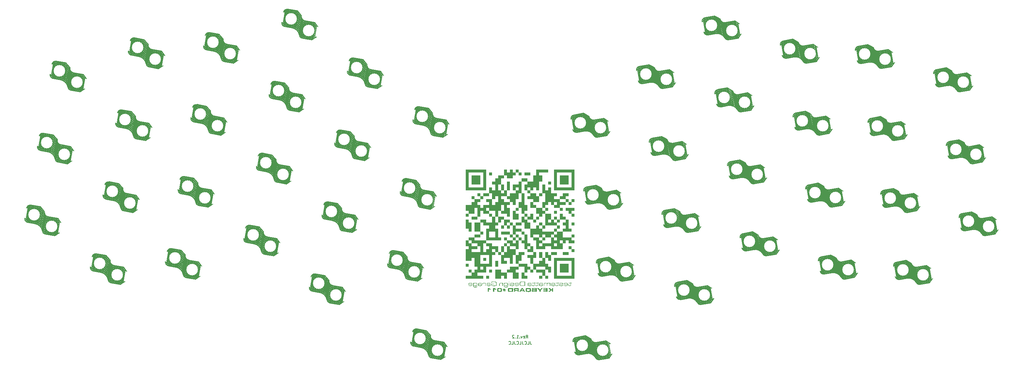
<source format=gbr>
%TF.GenerationSoftware,KiCad,Pcbnew,7.0.5*%
%TF.CreationDate,2023-06-27T22:08:49+09:00*%
%TF.ProjectId,keyboard_011 rev.1.2,6b657962-6f61-4726-945f-303131207265,REV1*%
%TF.SameCoordinates,Original*%
%TF.FileFunction,Legend,Bot*%
%TF.FilePolarity,Positive*%
%FSLAX46Y46*%
G04 Gerber Fmt 4.6, Leading zero omitted, Abs format (unit mm)*
G04 Created by KiCad (PCBNEW 7.0.5) date 2023-06-27 22:08:49*
%MOMM*%
%LPD*%
G01*
G04 APERTURE LIST*
G04 Aperture macros list*
%AMHorizOval*
0 Thick line with rounded ends*
0 $1 width*
0 $2 $3 position (X,Y) of the first rounded end (center of the circle)*
0 $4 $5 position (X,Y) of the second rounded end (center of the circle)*
0 Add line between two ends*
20,1,$1,$2,$3,$4,$5,0*
0 Add two circle primitives to create the rounded ends*
1,1,$1,$2,$3*
1,1,$1,$4,$5*%
%AMRotRect*
0 Rectangle, with rotation*
0 The origin of the aperture is its center*
0 $1 length*
0 $2 width*
0 $3 Rotation angle, in degrees counterclockwise*
0 Add horizontal line*
21,1,$1,$2,0,0,$3*%
G04 Aperture macros list end*
%ADD10C,0.000000*%
%ADD11C,0.150000*%
%ADD12C,0.120000*%
%ADD13C,1.900000*%
%ADD14C,3.000000*%
%ADD15C,5.000000*%
%ADD16HorizOval,1.500000X-0.344683X-0.060777X0.344683X0.060777X0*%
%ADD17RotRect,2.600000X2.600000X190.000000*%
%ADD18HorizOval,1.500000X-0.344683X0.060777X0.344683X-0.060777X0*%
%ADD19RotRect,2.600000X2.600000X170.000000*%
%ADD20O,2.748280X1.998980*%
G04 APERTURE END LIST*
D10*
G36*
X89573208Y10599767D02*
G01*
X89573206Y9065187D01*
X88805916Y9065191D01*
X88805917Y10599770D01*
X89573208Y10599767D01*
G37*
G36*
X98013413Y20574557D02*
G01*
X98013415Y19807272D01*
X97246120Y19807267D01*
X97246119Y20574562D01*
X98013413Y20574557D01*
G37*
G36*
X84969458Y10599767D02*
G01*
X84969458Y9832474D01*
X84202167Y9832478D01*
X84202164Y8297898D01*
X83434873Y8297892D01*
X83434873Y7530599D01*
X82667579Y7530598D01*
X82667583Y9832475D01*
X83434875Y9832477D01*
X83434873Y10599776D01*
X84969458Y10599767D01*
G37*
G36*
X81132997Y29014764D02*
G01*
X81132993Y26712892D01*
X80365703Y26712894D01*
X80365705Y29014765D01*
X81132997Y29014764D01*
G37*
G36*
X70390920Y6763310D02*
G01*
X69623626Y6763308D01*
X69623623Y7530607D01*
X70390917Y7530609D01*
X70390920Y6763310D01*
G37*
G36*
X96478831Y30549349D02*
G01*
X96478834Y28247480D01*
X94176955Y28247475D01*
X94176955Y30549355D01*
X96478831Y30549349D01*
G37*
G36*
X74406652Y2571134D02*
G01*
X74425168Y2570659D01*
X74443006Y2569868D01*
X74460165Y2568760D01*
X74476647Y2567336D01*
X74492450Y2565595D01*
X74507574Y2563537D01*
X74522021Y2561163D01*
X74535789Y2558473D01*
X74548879Y2555466D01*
X74561291Y2552143D01*
X74573025Y2548503D01*
X74584080Y2544546D01*
X74594457Y2540274D01*
X74604156Y2535684D01*
X74613177Y2530779D01*
X74621497Y2525591D01*
X74629457Y2520155D01*
X74637058Y2514474D01*
X74644301Y2508548D01*
X74651189Y2502379D01*
X74657722Y2495968D01*
X74663901Y2489317D01*
X74669729Y2482427D01*
X74675207Y2475300D01*
X74680335Y2467937D01*
X74685116Y2460339D01*
X74689550Y2452508D01*
X74693640Y2444446D01*
X74697387Y2436153D01*
X74700791Y2427632D01*
X74703855Y2418883D01*
X74703855Y2559719D01*
X74823468Y2559719D01*
X74823468Y1764865D01*
X74703855Y1764865D01*
X74703855Y2210520D01*
X74703572Y2230071D01*
X74702722Y2248752D01*
X74701305Y2266562D01*
X74699318Y2283501D01*
X74696760Y2299571D01*
X74693629Y2314769D01*
X74689925Y2329098D01*
X74685646Y2342555D01*
X74683290Y2348958D01*
X74680790Y2355143D01*
X74678146Y2361110D01*
X74675357Y2366860D01*
X74672423Y2372392D01*
X74669344Y2377707D01*
X74666120Y2382803D01*
X74662750Y2387683D01*
X74659235Y2392344D01*
X74655574Y2396788D01*
X74651767Y2401015D01*
X74647815Y2405024D01*
X74643716Y2408815D01*
X74639470Y2412389D01*
X74635078Y2415745D01*
X74630539Y2418883D01*
X74621021Y2424670D01*
X74610734Y2430094D01*
X74599676Y2435154D01*
X74587848Y2439847D01*
X74575248Y2444174D01*
X74561876Y2448131D01*
X74547730Y2451719D01*
X74532811Y2454935D01*
X74517118Y2457777D01*
X74500650Y2460246D01*
X74483406Y2462338D01*
X74465385Y2464054D01*
X74446587Y2465390D01*
X74427012Y2466347D01*
X74406658Y2466922D01*
X74385524Y2467114D01*
X74345011Y2467114D01*
X74326427Y2466899D01*
X74308659Y2466256D01*
X74291707Y2465187D01*
X74275574Y2463692D01*
X74260260Y2461773D01*
X74245767Y2459432D01*
X74232096Y2456670D01*
X74219249Y2453488D01*
X74207227Y2449888D01*
X74196032Y2445871D01*
X74185665Y2441438D01*
X74176127Y2436592D01*
X74171670Y2434014D01*
X74167420Y2431332D01*
X74163379Y2428549D01*
X74159545Y2425662D01*
X74155921Y2422673D01*
X74152504Y2419582D01*
X74149297Y2416389D01*
X74146299Y2413094D01*
X74140512Y2406199D01*
X74135088Y2398535D01*
X74130028Y2390102D01*
X74125334Y2380900D01*
X74121008Y2370930D01*
X74117050Y2360191D01*
X74113463Y2348683D01*
X74110247Y2336406D01*
X74107404Y2323361D01*
X74104936Y2309547D01*
X74102843Y2294964D01*
X74101128Y2279613D01*
X74099791Y2263493D01*
X74098835Y2246604D01*
X74098260Y2228947D01*
X74098068Y2210520D01*
X73982311Y2210520D01*
X73980383Y2247178D01*
X73980739Y2273065D01*
X73981806Y2297731D01*
X73983585Y2321179D01*
X73986073Y2343407D01*
X73989271Y2364418D01*
X73993177Y2384211D01*
X73997792Y2402787D01*
X74000364Y2411620D01*
X74003113Y2420148D01*
X74006039Y2428373D01*
X74009141Y2436294D01*
X74012420Y2443911D01*
X74015875Y2451224D01*
X74019506Y2458235D01*
X74023314Y2464942D01*
X74027298Y2471345D01*
X74031457Y2477446D01*
X74035793Y2483243D01*
X74040305Y2488737D01*
X74044992Y2493929D01*
X74049855Y2498817D01*
X74054893Y2503403D01*
X74060107Y2507686D01*
X74065496Y2511666D01*
X74071061Y2515344D01*
X74082975Y2522093D01*
X74095931Y2528411D01*
X74109930Y2534299D01*
X74124974Y2539754D01*
X74141063Y2544777D01*
X74158199Y2549367D01*
X74176383Y2553524D01*
X74195618Y2557245D01*
X74215903Y2560532D01*
X74237242Y2563382D01*
X74259634Y2565796D01*
X74283082Y2567773D01*
X74333150Y2570412D01*
X74387458Y2571292D01*
X74406652Y2571134D01*
G37*
G36*
X98013415Y9065185D02*
G01*
X98013414Y4461443D01*
X98013417Y3694143D01*
X92642374Y3694142D01*
X92642374Y8297894D01*
X93409664Y8297894D01*
X93409667Y4461434D01*
X97246122Y4461442D01*
X97246121Y8297893D01*
X93409664Y8297894D01*
X92642374Y8297894D01*
X92642374Y9065186D01*
X98013415Y9065185D01*
G37*
G36*
X92940570Y1976075D02*
G01*
X92939788Y1962014D01*
X92938484Y1948405D01*
X92936655Y1935251D01*
X92934301Y1922553D01*
X92931419Y1910310D01*
X92928009Y1898523D01*
X92924070Y1887193D01*
X92919598Y1876321D01*
X92914595Y1865908D01*
X92909057Y1855954D01*
X92902983Y1846460D01*
X92896373Y1837426D01*
X92889225Y1828854D01*
X92881536Y1820744D01*
X92873307Y1813096D01*
X92864082Y1805827D01*
X92853773Y1799033D01*
X92842378Y1792711D01*
X92829898Y1786863D01*
X92816333Y1781486D01*
X92801683Y1776581D01*
X92785948Y1772147D01*
X92769127Y1768182D01*
X92751221Y1764686D01*
X92732230Y1761659D01*
X92712154Y1759100D01*
X92690993Y1757007D01*
X92668746Y1755381D01*
X92645414Y1754220D01*
X92620997Y1753524D01*
X92595495Y1753292D01*
X92491314Y1753292D01*
X92273309Y1757148D01*
X92265255Y1757929D01*
X92257371Y1758824D01*
X92249658Y1759835D01*
X92242117Y1760963D01*
X92234748Y1762209D01*
X92227552Y1763576D01*
X92220530Y1765064D01*
X92213683Y1766674D01*
X92207011Y1768410D01*
X92200514Y1770270D01*
X92194195Y1772258D01*
X92188053Y1774375D01*
X92182088Y1776622D01*
X92176303Y1779000D01*
X92170697Y1781510D01*
X92165272Y1784155D01*
X92159806Y1786902D01*
X92154442Y1789897D01*
X92149180Y1793139D01*
X92144020Y1796628D01*
X92138961Y1800363D01*
X92134004Y1804342D01*
X92129149Y1808567D01*
X92124395Y1813035D01*
X92119743Y1817746D01*
X92115193Y1822699D01*
X92110745Y1827895D01*
X92106399Y1833331D01*
X92102154Y1839007D01*
X92098011Y1844923D01*
X92093970Y1851078D01*
X92090031Y1857471D01*
X92090031Y1764865D01*
X91972346Y1764865D01*
X91972346Y2002163D01*
X92090031Y2002163D01*
X92090105Y1996312D01*
X92090325Y1990604D01*
X92090692Y1985041D01*
X92091207Y1979622D01*
X92091868Y1974347D01*
X92092676Y1969216D01*
X92093631Y1964230D01*
X92094733Y1959387D01*
X92095983Y1954689D01*
X92097379Y1950134D01*
X92098922Y1945724D01*
X92100612Y1941458D01*
X92102448Y1937336D01*
X92104432Y1933359D01*
X92106563Y1929525D01*
X92108841Y1925836D01*
X92111266Y1922290D01*
X92113837Y1918889D01*
X92116556Y1915632D01*
X92119422Y1912519D01*
X92122434Y1909550D01*
X92125594Y1906726D01*
X92128900Y1904045D01*
X92132354Y1901509D01*
X92135954Y1899116D01*
X92139701Y1896868D01*
X92143596Y1894764D01*
X92147637Y1892804D01*
X92151825Y1890989D01*
X92156160Y1889317D01*
X92160643Y1887790D01*
X92165272Y1886406D01*
X92183584Y1881749D01*
X92201626Y1877538D01*
X92219396Y1873767D01*
X92236895Y1870432D01*
X92254122Y1867526D01*
X92271079Y1865043D01*
X92287764Y1862979D01*
X92304178Y1861327D01*
X92338368Y1859503D01*
X92375137Y1858313D01*
X92414528Y1857666D01*
X92456587Y1857471D01*
X92489386Y1857471D01*
X92628292Y1861327D01*
X92642275Y1861451D01*
X92655648Y1861826D01*
X92668410Y1862452D01*
X92680562Y1863332D01*
X92692104Y1864465D01*
X92703035Y1865854D01*
X92713356Y1867501D01*
X92723066Y1869406D01*
X92732166Y1871571D01*
X92740655Y1873997D01*
X92748534Y1876686D01*
X92755803Y1879640D01*
X92762461Y1882859D01*
X92768509Y1886345D01*
X92773946Y1890099D01*
X92776436Y1892077D01*
X92778773Y1894123D01*
X92783239Y1898566D01*
X92787411Y1903214D01*
X92791290Y1908068D01*
X92794878Y1913130D01*
X92798175Y1918401D01*
X92801181Y1923883D01*
X92803898Y1929576D01*
X92806325Y1935483D01*
X92808465Y1941605D01*
X92810316Y1947943D01*
X92811881Y1954499D01*
X92813160Y1961273D01*
X92814153Y1968268D01*
X92814862Y1975485D01*
X92815287Y1982925D01*
X92815428Y1990590D01*
X92815377Y1996056D01*
X92815224Y2001420D01*
X92814967Y2006682D01*
X92814607Y2011842D01*
X92814142Y2016901D01*
X92813572Y2021857D01*
X92812896Y2026712D01*
X92812113Y2031466D01*
X92811223Y2036117D01*
X92810225Y2040667D01*
X92809117Y2045115D01*
X92807901Y2049461D01*
X92806574Y2053705D01*
X92805136Y2057848D01*
X92803586Y2061889D01*
X92801925Y2065828D01*
X92800184Y2069830D01*
X92798219Y2073697D01*
X92796030Y2077429D01*
X92793620Y2081028D01*
X92790989Y2084495D01*
X92788139Y2087829D01*
X92785072Y2091031D01*
X92781788Y2094103D01*
X92778289Y2097045D01*
X92774578Y2099858D01*
X92770654Y2102542D01*
X92766519Y2105098D01*
X92762176Y2107527D01*
X92757625Y2109830D01*
X92752867Y2112007D01*
X92747905Y2114059D01*
X92737302Y2117678D01*
X92726480Y2120941D01*
X92715442Y2123853D01*
X92704195Y2126420D01*
X92692745Y2128648D01*
X92681097Y2130543D01*
X92669257Y2132110D01*
X92657230Y2133354D01*
X92643620Y2134710D01*
X92627756Y2135885D01*
X92609642Y2136879D01*
X92589284Y2137692D01*
X92541859Y2138777D01*
X92485527Y2139138D01*
X92379418Y2141072D01*
X92361876Y2140981D01*
X92344707Y2140709D01*
X92327922Y2140257D01*
X92311532Y2139623D01*
X92295550Y2138809D01*
X92279986Y2137814D01*
X92264851Y2136638D01*
X92250158Y2135282D01*
X92242776Y2134491D01*
X92235462Y2133563D01*
X92228216Y2132500D01*
X92221038Y2131302D01*
X92213928Y2129968D01*
X92206885Y2128498D01*
X92199911Y2126893D01*
X92193004Y2125152D01*
X92186165Y2123275D01*
X92179393Y2121263D01*
X92172690Y2119116D01*
X92166054Y2116832D01*
X92159487Y2114413D01*
X92152987Y2111858D01*
X92146554Y2109168D01*
X92140190Y2106342D01*
X92134142Y2103222D01*
X92128480Y2099650D01*
X92123203Y2095625D01*
X92118313Y2091149D01*
X92113809Y2086221D01*
X92109694Y2080840D01*
X92105968Y2075007D01*
X92102630Y2068722D01*
X92099683Y2061985D01*
X92097127Y2054796D01*
X92094961Y2047154D01*
X92093188Y2039060D01*
X92091808Y2030514D01*
X92090821Y2021516D01*
X92090229Y2012066D01*
X92090031Y2002163D01*
X91972346Y2002163D01*
X91972346Y2260684D01*
X91972476Y2274973D01*
X91972865Y2288900D01*
X91973513Y2302465D01*
X91974418Y2315668D01*
X91975581Y2328510D01*
X91977000Y2340989D01*
X91978675Y2353107D01*
X91980605Y2364863D01*
X91982790Y2376257D01*
X91985228Y2387290D01*
X91987919Y2397961D01*
X91990862Y2408270D01*
X91994056Y2418218D01*
X91997502Y2427803D01*
X92001198Y2437028D01*
X92005143Y2445890D01*
X92009518Y2454391D01*
X92014322Y2462530D01*
X92019556Y2470308D01*
X92025219Y2477723D01*
X92031312Y2484777D01*
X92037835Y2491470D01*
X92044787Y2497800D01*
X92052169Y2503769D01*
X92059980Y2509376D01*
X92068221Y2514621D01*
X92076891Y2519504D01*
X92085991Y2524026D01*
X92095520Y2528186D01*
X92105479Y2531985D01*
X92115868Y2535421D01*
X92126686Y2538496D01*
X92148252Y2544330D01*
X92169536Y2549530D01*
X92190525Y2554097D01*
X92211210Y2558031D01*
X92231578Y2561332D01*
X92251619Y2564000D01*
X92271320Y2566035D01*
X92290671Y2567436D01*
X92330824Y2569055D01*
X92376041Y2570268D01*
X92426323Y2571029D01*
X92481669Y2571292D01*
X92505134Y2571112D01*
X92529221Y2570569D01*
X92553919Y2569665D01*
X92579216Y2568400D01*
X92605101Y2566772D01*
X92631563Y2564783D01*
X92658590Y2562432D01*
X92686170Y2559719D01*
X92699707Y2558294D01*
X92712824Y2556551D01*
X92725522Y2554489D01*
X92737800Y2552106D01*
X92749656Y2549401D01*
X92761091Y2546372D01*
X92772103Y2543019D01*
X92782692Y2539339D01*
X92792858Y2535331D01*
X92802598Y2530995D01*
X92811914Y2526327D01*
X92820803Y2521328D01*
X92829266Y2515995D01*
X92837301Y2510328D01*
X92844908Y2504324D01*
X92852086Y2497982D01*
X92858653Y2491363D01*
X92864792Y2484167D01*
X92870503Y2476393D01*
X92875786Y2468040D01*
X92880643Y2459108D01*
X92885073Y2449596D01*
X92889078Y2439503D01*
X92892659Y2428829D01*
X92895816Y2417573D01*
X92898549Y2405734D01*
X92900860Y2393311D01*
X92902750Y2380304D01*
X92904218Y2366713D01*
X92905266Y2352536D01*
X92905894Y2337772D01*
X92906103Y2322421D01*
X92776845Y2322421D01*
X92776755Y2329989D01*
X92776483Y2337320D01*
X92776031Y2344413D01*
X92775398Y2351269D01*
X92774584Y2357887D01*
X92773590Y2364268D01*
X92772414Y2370412D01*
X92771057Y2376318D01*
X92769520Y2381987D01*
X92767802Y2387418D01*
X92765903Y2392612D01*
X92763823Y2397569D01*
X92761562Y2402288D01*
X92759120Y2406770D01*
X92756497Y2411015D01*
X92753694Y2415022D01*
X92750642Y2418995D01*
X92747273Y2422777D01*
X92743588Y2426366D01*
X92739586Y2429763D01*
X92735267Y2432968D01*
X92730633Y2435980D01*
X92725681Y2438801D01*
X92720413Y2441430D01*
X92714829Y2443866D01*
X92708928Y2446110D01*
X92702711Y2448162D01*
X92696177Y2450022D01*
X92689327Y2451690D01*
X92682160Y2453166D01*
X92674677Y2454449D01*
X92666877Y2455541D01*
X92651118Y2457755D01*
X92635670Y2459693D01*
X92620527Y2461348D01*
X92605684Y2462714D01*
X92591134Y2463787D01*
X92576873Y2464560D01*
X92562894Y2465028D01*
X92549192Y2465186D01*
X92494329Y2466510D01*
X92466037Y2466948D01*
X92437294Y2467114D01*
X92410345Y2466752D01*
X92377247Y2465667D01*
X92337999Y2463858D01*
X92292602Y2461325D01*
X92280789Y2460697D01*
X92269406Y2459899D01*
X92258455Y2458930D01*
X92247935Y2457790D01*
X92237847Y2456477D01*
X92228193Y2454992D01*
X92218972Y2453332D01*
X92210186Y2451498D01*
X92201835Y2449489D01*
X92193920Y2447303D01*
X92186442Y2444941D01*
X92179401Y2442402D01*
X92172798Y2439684D01*
X92166634Y2436788D01*
X92160909Y2433712D01*
X92155624Y2430456D01*
X92150673Y2426941D01*
X92145948Y2423268D01*
X92141448Y2419436D01*
X92137175Y2415446D01*
X92133129Y2411297D01*
X92129308Y2406991D01*
X92125713Y2402525D01*
X92122345Y2397902D01*
X92119202Y2393120D01*
X92116286Y2388180D01*
X92113595Y2383082D01*
X92111131Y2377825D01*
X92108893Y2372411D01*
X92106881Y2366838D01*
X92105095Y2361107D01*
X92103535Y2355218D01*
X92100462Y2342715D01*
X92097762Y2329444D01*
X92095447Y2315404D01*
X92093527Y2300595D01*
X92092015Y2285018D01*
X92090920Y2268671D01*
X92090255Y2251556D01*
X92090031Y2233672D01*
X92090031Y2148789D01*
X92094903Y2154909D01*
X92099752Y2160793D01*
X92104579Y2166439D01*
X92109383Y2171848D01*
X92114164Y2177019D01*
X92118923Y2181953D01*
X92123660Y2186650D01*
X92128373Y2191109D01*
X92133065Y2195331D01*
X92137733Y2199316D01*
X92142379Y2203063D01*
X92147003Y2206573D01*
X92151604Y2209845D01*
X92156182Y2212880D01*
X92160738Y2215677D01*
X92165272Y2218238D01*
X92169980Y2220522D01*
X92174880Y2222668D01*
X92179972Y2224677D01*
X92185257Y2226545D01*
X92190734Y2228272D01*
X92196403Y2229856D01*
X92202264Y2231295D01*
X92208317Y2232590D01*
X92214563Y2233737D01*
X92221001Y2234736D01*
X92227631Y2235585D01*
X92234453Y2236282D01*
X92241468Y2236827D01*
X92248674Y2237218D01*
X92256073Y2237454D01*
X92263664Y2237533D01*
X92485527Y2243322D01*
X92515091Y2243156D01*
X92545876Y2242718D01*
X92610927Y2241389D01*
X92645021Y2239949D01*
X92681467Y2237832D01*
X92720263Y2235082D01*
X92761411Y2231744D01*
X92771935Y2230569D01*
X92782165Y2229032D01*
X92792101Y2227136D01*
X92801744Y2224879D01*
X92811092Y2222264D01*
X92820147Y2219290D01*
X92828907Y2215959D01*
X92837374Y2212271D01*
X92845547Y2208227D01*
X92853426Y2203827D01*
X92861011Y2199073D01*
X92868302Y2193965D01*
X92875299Y2188503D01*
X92882002Y2182689D01*
X92888412Y2176524D01*
X92894527Y2170007D01*
X92900134Y2163202D01*
X92905380Y2155809D01*
X92910263Y2147829D01*
X92914785Y2139260D01*
X92918945Y2130104D01*
X92922743Y2120360D01*
X92926180Y2110028D01*
X92929255Y2099108D01*
X92931968Y2087600D01*
X92934319Y2075505D01*
X92936308Y2062822D01*
X92937936Y2049551D01*
X92939202Y2035692D01*
X92940107Y2021246D01*
X92940649Y2006212D01*
X92940830Y1990590D01*
X92940570Y1976075D01*
G37*
G36*
X89770570Y1976075D02*
G01*
X89769788Y1962014D01*
X89768483Y1948405D01*
X89766655Y1935251D01*
X89764300Y1922553D01*
X89761419Y1910310D01*
X89758009Y1898523D01*
X89754069Y1887193D01*
X89749598Y1876321D01*
X89744594Y1865908D01*
X89739056Y1855954D01*
X89732983Y1846460D01*
X89726373Y1837426D01*
X89719224Y1828854D01*
X89711536Y1820744D01*
X89703306Y1813096D01*
X89694082Y1805827D01*
X89683772Y1799033D01*
X89672378Y1792711D01*
X89659898Y1786863D01*
X89646333Y1781486D01*
X89631683Y1776581D01*
X89615947Y1772147D01*
X89599127Y1768182D01*
X89581221Y1764686D01*
X89562230Y1761659D01*
X89542154Y1759100D01*
X89520992Y1757007D01*
X89498746Y1755381D01*
X89475414Y1754220D01*
X89450997Y1753524D01*
X89425495Y1753292D01*
X89321314Y1753292D01*
X89103309Y1757148D01*
X89095254Y1757929D01*
X89087370Y1758824D01*
X89079658Y1759835D01*
X89072116Y1760963D01*
X89064747Y1762209D01*
X89057552Y1763576D01*
X89050530Y1765064D01*
X89043682Y1766674D01*
X89037010Y1768410D01*
X89030514Y1770270D01*
X89024194Y1772258D01*
X89018052Y1774375D01*
X89012088Y1776622D01*
X89006303Y1779000D01*
X89000697Y1781510D01*
X88995271Y1784155D01*
X88989806Y1786902D01*
X88984442Y1789897D01*
X88979180Y1793139D01*
X88974019Y1796628D01*
X88968960Y1800363D01*
X88964003Y1804342D01*
X88959148Y1808567D01*
X88954395Y1813035D01*
X88949743Y1817746D01*
X88945193Y1822699D01*
X88940745Y1827895D01*
X88936398Y1833331D01*
X88932154Y1839007D01*
X88928011Y1844923D01*
X88923970Y1851078D01*
X88920031Y1857471D01*
X88920031Y1764865D01*
X88802346Y1764865D01*
X88802346Y2002163D01*
X88920031Y2002163D01*
X88920104Y1996312D01*
X88920325Y1990604D01*
X88920692Y1985041D01*
X88921206Y1979622D01*
X88921867Y1974347D01*
X88922676Y1969216D01*
X88923631Y1964230D01*
X88924733Y1959387D01*
X88925982Y1954689D01*
X88927378Y1950134D01*
X88928921Y1945724D01*
X88930611Y1941458D01*
X88932448Y1937336D01*
X88934432Y1933359D01*
X88936563Y1929525D01*
X88938840Y1925836D01*
X88941265Y1922290D01*
X88943837Y1918889D01*
X88946556Y1915632D01*
X88949421Y1912519D01*
X88952434Y1909550D01*
X88955593Y1906726D01*
X88958900Y1904045D01*
X88962353Y1901509D01*
X88965954Y1899116D01*
X88969701Y1896868D01*
X88973595Y1894764D01*
X88977637Y1892804D01*
X88981825Y1890989D01*
X88986160Y1889317D01*
X88990642Y1887790D01*
X88995271Y1886406D01*
X89013584Y1881749D01*
X89031625Y1877538D01*
X89049395Y1873767D01*
X89066894Y1870432D01*
X89084122Y1867526D01*
X89101078Y1865043D01*
X89117763Y1862979D01*
X89134177Y1861327D01*
X89168368Y1859503D01*
X89205137Y1858313D01*
X89244528Y1857666D01*
X89286586Y1857471D01*
X89319386Y1857471D01*
X89458291Y1861327D01*
X89472274Y1861451D01*
X89485647Y1861826D01*
X89498410Y1862452D01*
X89510562Y1863332D01*
X89522103Y1864465D01*
X89533034Y1865854D01*
X89543355Y1867501D01*
X89553065Y1869406D01*
X89562165Y1871571D01*
X89570655Y1873997D01*
X89578534Y1876686D01*
X89585803Y1879640D01*
X89592461Y1882859D01*
X89598509Y1886345D01*
X89603946Y1890099D01*
X89606436Y1892077D01*
X89608773Y1894123D01*
X89613238Y1898566D01*
X89617410Y1903214D01*
X89621290Y1908068D01*
X89624878Y1913130D01*
X89628174Y1918401D01*
X89631181Y1923883D01*
X89633897Y1929576D01*
X89636325Y1935483D01*
X89638464Y1941605D01*
X89640316Y1947943D01*
X89641881Y1954499D01*
X89643160Y1961273D01*
X89644153Y1968268D01*
X89644862Y1975485D01*
X89645286Y1982925D01*
X89645428Y1990590D01*
X89645377Y1996056D01*
X89645223Y2001420D01*
X89644967Y2006682D01*
X89644607Y2011842D01*
X89644142Y2016901D01*
X89643571Y2021857D01*
X89642895Y2026712D01*
X89642113Y2031466D01*
X89641222Y2036117D01*
X89640224Y2040667D01*
X89639117Y2045115D01*
X89637900Y2049461D01*
X89636573Y2053705D01*
X89635136Y2057848D01*
X89633586Y2061889D01*
X89631924Y2065828D01*
X89630184Y2069830D01*
X89628218Y2073697D01*
X89626030Y2077429D01*
X89623619Y2081028D01*
X89620989Y2084495D01*
X89618139Y2087829D01*
X89615071Y2091031D01*
X89611787Y2094103D01*
X89608289Y2097045D01*
X89604577Y2099858D01*
X89600653Y2102542D01*
X89596519Y2105098D01*
X89592175Y2107527D01*
X89587624Y2109830D01*
X89582867Y2112007D01*
X89577904Y2114059D01*
X89567302Y2117678D01*
X89556479Y2120941D01*
X89545442Y2123853D01*
X89534195Y2126420D01*
X89522745Y2128648D01*
X89511097Y2130543D01*
X89499256Y2132110D01*
X89487229Y2133354D01*
X89473620Y2134710D01*
X89457755Y2135885D01*
X89439641Y2136879D01*
X89419283Y2137692D01*
X89371859Y2138777D01*
X89315527Y2139138D01*
X89209418Y2141072D01*
X89191875Y2140981D01*
X89174706Y2140709D01*
X89157921Y2140257D01*
X89141532Y2139623D01*
X89125550Y2138809D01*
X89109986Y2137814D01*
X89094851Y2136638D01*
X89080157Y2135282D01*
X89072775Y2134491D01*
X89065462Y2133563D01*
X89058216Y2132500D01*
X89051038Y2131302D01*
X89043927Y2129968D01*
X89036885Y2128498D01*
X89029910Y2126893D01*
X89023003Y2125152D01*
X89016164Y2123275D01*
X89009393Y2121263D01*
X89002690Y2119116D01*
X88996054Y2116832D01*
X88989486Y2114413D01*
X88982986Y2111858D01*
X88976554Y2109168D01*
X88970189Y2106342D01*
X88964142Y2103222D01*
X88958479Y2099650D01*
X88953202Y2095625D01*
X88948312Y2091149D01*
X88943809Y2086221D01*
X88939694Y2080840D01*
X88935967Y2075007D01*
X88932630Y2068722D01*
X88929683Y2061985D01*
X88927126Y2054796D01*
X88924961Y2047154D01*
X88923188Y2039060D01*
X88921808Y2030514D01*
X88920821Y2021516D01*
X88920228Y2012066D01*
X88920031Y2002163D01*
X88802346Y2002163D01*
X88802346Y2260684D01*
X88802476Y2274973D01*
X88802865Y2288900D01*
X88803512Y2302465D01*
X88804418Y2315668D01*
X88805581Y2328510D01*
X88807000Y2340989D01*
X88808675Y2353107D01*
X88810605Y2364863D01*
X88812789Y2376257D01*
X88815227Y2387290D01*
X88817918Y2397961D01*
X88820861Y2408270D01*
X88824056Y2418218D01*
X88827501Y2427803D01*
X88831197Y2437028D01*
X88835142Y2445890D01*
X88839517Y2454391D01*
X88844321Y2462530D01*
X88849555Y2470308D01*
X88855219Y2477723D01*
X88861312Y2484777D01*
X88867835Y2491470D01*
X88874787Y2497800D01*
X88882168Y2503769D01*
X88889979Y2509376D01*
X88898220Y2514621D01*
X88906891Y2519504D01*
X88915990Y2524026D01*
X88925520Y2528186D01*
X88935479Y2531985D01*
X88945867Y2535421D01*
X88956686Y2538496D01*
X88978252Y2544330D01*
X88999535Y2549530D01*
X89020525Y2554097D01*
X89041210Y2558031D01*
X89061578Y2561332D01*
X89081618Y2564000D01*
X89101320Y2566035D01*
X89120671Y2567436D01*
X89160824Y2569055D01*
X89206041Y2570268D01*
X89256322Y2571029D01*
X89311668Y2571292D01*
X89335134Y2571112D01*
X89359221Y2570569D01*
X89383919Y2569665D01*
X89409216Y2568400D01*
X89435101Y2566772D01*
X89461562Y2564783D01*
X89488589Y2562432D01*
X89516170Y2559719D01*
X89529706Y2558294D01*
X89542824Y2556551D01*
X89555522Y2554489D01*
X89567799Y2552106D01*
X89579656Y2549401D01*
X89591091Y2546372D01*
X89602103Y2543019D01*
X89612692Y2539339D01*
X89622857Y2535331D01*
X89632598Y2530995D01*
X89641913Y2526327D01*
X89650803Y2521328D01*
X89659265Y2515995D01*
X89667300Y2510328D01*
X89674907Y2504324D01*
X89682085Y2497982D01*
X89688653Y2491363D01*
X89694792Y2484167D01*
X89700502Y2476393D01*
X89705786Y2468040D01*
X89710642Y2459108D01*
X89715073Y2449596D01*
X89719078Y2439503D01*
X89722658Y2428829D01*
X89725815Y2417573D01*
X89728549Y2405734D01*
X89730860Y2393311D01*
X89732749Y2380304D01*
X89734217Y2366713D01*
X89735265Y2352536D01*
X89735893Y2337772D01*
X89736103Y2322421D01*
X89606845Y2322421D01*
X89606754Y2329989D01*
X89606483Y2337320D01*
X89606031Y2344413D01*
X89605398Y2351269D01*
X89604584Y2357887D01*
X89603589Y2364268D01*
X89602413Y2370412D01*
X89601057Y2376318D01*
X89599519Y2381987D01*
X89597801Y2387418D01*
X89595902Y2392612D01*
X89593822Y2397569D01*
X89591561Y2402288D01*
X89589119Y2406770D01*
X89586497Y2411015D01*
X89583693Y2415022D01*
X89580641Y2418995D01*
X89577272Y2422777D01*
X89573587Y2426366D01*
X89569585Y2429763D01*
X89565267Y2432968D01*
X89560632Y2435980D01*
X89555681Y2438801D01*
X89550413Y2441430D01*
X89544829Y2443866D01*
X89538928Y2446110D01*
X89532710Y2448162D01*
X89526177Y2450022D01*
X89519326Y2451690D01*
X89512160Y2453166D01*
X89504677Y2454449D01*
X89496877Y2455541D01*
X89481118Y2457755D01*
X89465670Y2459693D01*
X89450527Y2461348D01*
X89435683Y2462714D01*
X89421134Y2463787D01*
X89406873Y2464560D01*
X89392894Y2465028D01*
X89379192Y2465186D01*
X89324328Y2466510D01*
X89296037Y2466948D01*
X89267294Y2467114D01*
X89240345Y2466752D01*
X89207246Y2465667D01*
X89167998Y2463858D01*
X89122601Y2461325D01*
X89110788Y2460697D01*
X89099406Y2459899D01*
X89088454Y2458930D01*
X89077934Y2457790D01*
X89067847Y2456477D01*
X89058192Y2454992D01*
X89048972Y2453332D01*
X89040186Y2451498D01*
X89031835Y2449489D01*
X89023920Y2447303D01*
X89016441Y2444941D01*
X89009400Y2442402D01*
X89002797Y2439684D01*
X88996633Y2436788D01*
X88990908Y2433712D01*
X88985624Y2430456D01*
X88980672Y2426941D01*
X88975947Y2423268D01*
X88971448Y2419436D01*
X88967175Y2415446D01*
X88963128Y2411297D01*
X88959307Y2406991D01*
X88955713Y2402525D01*
X88952344Y2397902D01*
X88949202Y2393120D01*
X88946285Y2388180D01*
X88943595Y2383082D01*
X88941131Y2377825D01*
X88938892Y2372411D01*
X88936880Y2366838D01*
X88935094Y2361107D01*
X88933534Y2355218D01*
X88930462Y2342715D01*
X88927762Y2329444D01*
X88925447Y2315404D01*
X88923527Y2300595D01*
X88922014Y2285018D01*
X88920920Y2268671D01*
X88920255Y2251556D01*
X88920031Y2233672D01*
X88920031Y2148789D01*
X88924902Y2154909D01*
X88929752Y2160793D01*
X88934578Y2166439D01*
X88939382Y2171848D01*
X88944164Y2177019D01*
X88948923Y2181953D01*
X88953659Y2186650D01*
X88958373Y2191109D01*
X88963064Y2195331D01*
X88967733Y2199316D01*
X88972379Y2203063D01*
X88977003Y2206573D01*
X88981604Y2209845D01*
X88986182Y2212880D01*
X88990738Y2215677D01*
X88995271Y2218238D01*
X88999979Y2220522D01*
X89004879Y2222668D01*
X89009972Y2224677D01*
X89015256Y2226545D01*
X89020733Y2228272D01*
X89026402Y2229856D01*
X89032264Y2231295D01*
X89038317Y2232590D01*
X89044563Y2233737D01*
X89051001Y2234736D01*
X89057631Y2235585D01*
X89064453Y2236282D01*
X89071467Y2236827D01*
X89078674Y2237218D01*
X89086073Y2237454D01*
X89093663Y2237533D01*
X89315527Y2243322D01*
X89345090Y2243156D01*
X89375875Y2242718D01*
X89440926Y2241389D01*
X89475021Y2239949D01*
X89511466Y2237832D01*
X89550263Y2235082D01*
X89591410Y2231744D01*
X89601934Y2230569D01*
X89612165Y2229032D01*
X89622101Y2227136D01*
X89631743Y2224879D01*
X89641092Y2222264D01*
X89650146Y2219290D01*
X89658907Y2215959D01*
X89667373Y2212271D01*
X89675546Y2208227D01*
X89683425Y2203827D01*
X89691010Y2199073D01*
X89698301Y2193965D01*
X89705299Y2188503D01*
X89712002Y2182689D01*
X89718411Y2176524D01*
X89724527Y2170007D01*
X89730134Y2163202D01*
X89735379Y2155809D01*
X89740263Y2147829D01*
X89744784Y2139260D01*
X89748944Y2130104D01*
X89752743Y2120360D01*
X89756179Y2110028D01*
X89759254Y2099108D01*
X89761967Y2087600D01*
X89764318Y2075505D01*
X89766308Y2062822D01*
X89767936Y2049551D01*
X89769202Y2035692D01*
X89770106Y2021246D01*
X89770649Y2006212D01*
X89770830Y1990590D01*
X89770570Y1976075D01*
G37*
G36*
X78831125Y5996017D02*
G01*
X78831126Y5228724D01*
X80365708Y5228725D01*
X80365707Y3694141D01*
X79598416Y3694149D01*
X79598417Y4461440D01*
X78831123Y4461435D01*
X78831123Y3694142D01*
X77296538Y3694142D01*
X77296538Y5996023D01*
X78831125Y5996017D01*
G37*
G36*
X90340497Y9065186D02*
G01*
X90340497Y7530600D01*
X91107791Y7530599D01*
X91107792Y6763309D01*
X91875081Y6763315D01*
X91875082Y5228726D01*
X91107792Y5228730D01*
X91107792Y5996023D01*
X90340497Y5996017D01*
X90340498Y6763309D01*
X88038623Y6763312D01*
X88038624Y5996017D01*
X87271331Y5996015D01*
X87271333Y7530599D01*
X88805914Y7530603D01*
X88805915Y8297900D01*
X89573205Y8297892D01*
X89573206Y9065187D01*
X90340497Y9065186D01*
G37*
G36*
X89573205Y25945600D02*
G01*
X89573208Y25178308D01*
X88805916Y25178309D01*
X88805915Y25945605D01*
X89573205Y25945600D01*
G37*
G36*
X91107792Y9832475D02*
G01*
X91875082Y9832474D01*
X91875080Y8297899D01*
X91107791Y8297892D01*
X91107790Y9065186D01*
X90340497Y9065186D01*
X90340501Y10599768D01*
X91107791Y10599769D01*
X91107792Y9832475D01*
G37*
G36*
X83434876Y32083939D02*
G01*
X83434875Y31316640D01*
X82667582Y31316640D01*
X82667582Y32083940D01*
X83434876Y32083939D01*
G37*
G36*
X72692794Y19039981D02*
G01*
X71158207Y19039974D01*
X71158205Y19807264D01*
X72692794Y19807269D01*
X72692794Y19039981D01*
G37*
G36*
X89573208Y17505391D02*
G01*
X88805917Y17505390D01*
X88805917Y18272684D01*
X89573204Y18272684D01*
X89573208Y17505391D01*
G37*
G36*
X94176958Y16738101D02*
G01*
X93409664Y16738100D01*
X93409662Y17505399D01*
X94176955Y17505400D01*
X94176958Y16738101D01*
G37*
G36*
X91875080Y28247481D02*
G01*
X91107789Y28247475D01*
X91107793Y29014765D01*
X91875080Y29014765D01*
X91875080Y28247481D01*
G37*
G36*
X81133000Y19039975D02*
G01*
X81132999Y18272685D01*
X80365705Y18272685D01*
X80365706Y17505392D01*
X79598414Y17505398D01*
X79598418Y19039981D01*
X81133000Y19039975D01*
G37*
G36*
X71158208Y5996022D02*
G01*
X71158205Y5228727D01*
X70390914Y5228729D01*
X70390916Y5996024D01*
X71158208Y5996022D01*
G37*
G36*
X97246123Y22876433D02*
G01*
X96478830Y22876432D01*
X96478829Y23643725D01*
X97246122Y23643729D01*
X97246123Y22876433D01*
G37*
G36*
X81948672Y233813D02*
G01*
X80966682Y233813D01*
X80950483Y234067D01*
X80934624Y234831D01*
X80919106Y236105D01*
X80903929Y237890D01*
X80889094Y240186D01*
X80874602Y242995D01*
X80860452Y246316D01*
X80846647Y250151D01*
X80833187Y254500D01*
X80820072Y259365D01*
X80807303Y264745D01*
X80794881Y270641D01*
X80782807Y277055D01*
X80771081Y283987D01*
X80759704Y291437D01*
X80748677Y299406D01*
X80737932Y307624D01*
X80727765Y316001D01*
X80718175Y324535D01*
X80709165Y333229D01*
X80700733Y342080D01*
X80692882Y351090D01*
X80685611Y360258D01*
X80678922Y369584D01*
X80672815Y379068D01*
X80667291Y388711D01*
X80662350Y398511D01*
X80657994Y408470D01*
X80654223Y418587D01*
X80651037Y428863D01*
X80648438Y439296D01*
X80646426Y449887D01*
X80639644Y489680D01*
X80636863Y506863D01*
X80634490Y522237D01*
X80632523Y535803D01*
X80630963Y547559D01*
X80629810Y557506D01*
X80629064Y565644D01*
X80628206Y573511D01*
X80627444Y582645D01*
X80626783Y593045D01*
X80626230Y604712D01*
X80625469Y631844D01*
X80625205Y664039D01*
X80625205Y723843D01*
X80930027Y723843D01*
X80930173Y706118D01*
X80930613Y689117D01*
X80931343Y672839D01*
X80932363Y657284D01*
X80933671Y642454D01*
X80935266Y628346D01*
X80937146Y614962D01*
X80939311Y602301D01*
X80941758Y590364D01*
X80944486Y579150D01*
X80947494Y568660D01*
X80950781Y558893D01*
X80954344Y549849D01*
X80958183Y541529D01*
X80962296Y533932D01*
X80966682Y527059D01*
X80971441Y520751D01*
X80977035Y514851D01*
X80983462Y509357D01*
X80990722Y504271D01*
X80998813Y499591D01*
X81007733Y495318D01*
X81017482Y491453D01*
X81028057Y487994D01*
X81039457Y484942D01*
X81051681Y482297D01*
X81064727Y480059D01*
X81078594Y478227D01*
X81093281Y476803D01*
X81108786Y475786D01*
X81125108Y475175D01*
X81142245Y474972D01*
X81647709Y474972D01*
X81647709Y978503D01*
X81136456Y978503D01*
X81119330Y978305D01*
X81103041Y977713D01*
X81087589Y976726D01*
X81072972Y975345D01*
X81059193Y973572D01*
X81046249Y971407D01*
X81034143Y968850D01*
X81022872Y965902D01*
X81012438Y962565D01*
X81007535Y960750D01*
X81002841Y958838D01*
X80998356Y956829D01*
X80994080Y954723D01*
X80990013Y952520D01*
X80986156Y950220D01*
X80982507Y947824D01*
X80979068Y945330D01*
X80975838Y942740D01*
X80972816Y940054D01*
X80970004Y937271D01*
X80967402Y934391D01*
X80965008Y931416D01*
X80962823Y928344D01*
X80958878Y921652D01*
X80955182Y914234D01*
X80951737Y906091D01*
X80948542Y897220D01*
X80945599Y887619D01*
X80942908Y877289D01*
X80940470Y866226D01*
X80938286Y854430D01*
X80936356Y841899D01*
X80934681Y828632D01*
X80932099Y799883D01*
X80930546Y768172D01*
X80930027Y733488D01*
X80930027Y723843D01*
X80625205Y723843D01*
X80625205Y777863D01*
X80625567Y810447D01*
X80626652Y841641D01*
X80628461Y871447D01*
X80630993Y899865D01*
X80634249Y926895D01*
X80638228Y952538D01*
X80642930Y976795D01*
X80648356Y999666D01*
X80654506Y1021153D01*
X80661379Y1041256D01*
X80668975Y1059975D01*
X80677295Y1077312D01*
X80686338Y1093267D01*
X80696105Y1107840D01*
X80701259Y1114609D01*
X80706595Y1121033D01*
X80712111Y1127112D01*
X80717808Y1132846D01*
X80730073Y1143539D01*
X80743716Y1153553D01*
X80758735Y1162886D01*
X80775129Y1171536D01*
X80792896Y1179502D01*
X80812036Y1186783D01*
X80832546Y1193378D01*
X80854425Y1199284D01*
X80877672Y1204500D01*
X80902285Y1209026D01*
X80928264Y1212859D01*
X80955605Y1215998D01*
X80984309Y1218443D01*
X81014374Y1220190D01*
X81045798Y1221240D01*
X81078580Y1221590D01*
X81948672Y1221590D01*
X81948672Y978503D01*
X81948672Y233813D01*
G37*
G36*
X88038625Y18272687D02*
G01*
X87271327Y18272686D01*
X87271333Y19039974D01*
X88038626Y19039974D01*
X88038625Y18272687D01*
G37*
G36*
X97246122Y12134353D02*
G01*
X97246120Y11367063D01*
X96478831Y11367057D01*
X96478832Y12134355D01*
X97246122Y12134353D01*
G37*
G36*
X76950555Y2903124D02*
G01*
X77236084Y2899268D01*
X77272653Y2898782D01*
X77307481Y2897325D01*
X77340568Y2894899D01*
X77371914Y2891505D01*
X77401520Y2887145D01*
X77429385Y2881819D01*
X77455509Y2875530D01*
X77467918Y2872024D01*
X77479892Y2868278D01*
X77491431Y2864292D01*
X77502534Y2860066D01*
X77513203Y2855600D01*
X77523436Y2850894D01*
X77533234Y2845949D01*
X77542596Y2840764D01*
X77551524Y2835340D01*
X77560016Y2829678D01*
X77568073Y2823776D01*
X77575695Y2817636D01*
X77582882Y2811257D01*
X77589633Y2804640D01*
X77595950Y2797785D01*
X77601831Y2790693D01*
X77607277Y2783362D01*
X77612287Y2775794D01*
X77621659Y2759527D01*
X77630420Y2741654D01*
X77638573Y2722175D01*
X77646118Y2701089D01*
X77653054Y2678394D01*
X77659384Y2654091D01*
X77665108Y2628178D01*
X77670226Y2600655D01*
X77674739Y2571522D01*
X77678649Y2540776D01*
X77681955Y2508419D01*
X77684658Y2474448D01*
X77688259Y2401665D01*
X77689458Y2322421D01*
X77689458Y2260684D01*
X77689063Y2221758D01*
X77687874Y2184563D01*
X77685891Y2149098D01*
X77683113Y2115365D01*
X77679538Y2083364D01*
X77675164Y2053096D01*
X77669991Y2024563D01*
X77664016Y1997763D01*
X77657239Y1972699D01*
X77649658Y1949371D01*
X77641271Y1927779D01*
X77632078Y1907924D01*
X77622076Y1889808D01*
X77616772Y1881401D01*
X77611265Y1873430D01*
X77605555Y1865893D01*
X77599643Y1858791D01*
X77593527Y1852124D01*
X77587208Y1845893D01*
X77573343Y1834419D01*
X77557793Y1823691D01*
X77540557Y1813708D01*
X77521635Y1804468D01*
X77501026Y1795971D01*
X77478729Y1788217D01*
X77454744Y1781205D01*
X77429069Y1774934D01*
X77401704Y1769403D01*
X77372648Y1764611D01*
X77341901Y1760559D01*
X77309462Y1757245D01*
X77275331Y1754669D01*
X77239505Y1752830D01*
X77201985Y1751727D01*
X77162771Y1751359D01*
X76965987Y1753292D01*
X76688175Y1755220D01*
X76655902Y1755616D01*
X76625099Y1756805D01*
X76595766Y1758788D01*
X76567906Y1761566D01*
X76541517Y1765141D01*
X76516602Y1769515D01*
X76493161Y1774688D01*
X76471194Y1780663D01*
X76450702Y1787440D01*
X76431687Y1795021D01*
X76422732Y1799114D01*
X76414147Y1803408D01*
X76405932Y1807903D01*
X76398086Y1812601D01*
X76390609Y1817501D01*
X76383502Y1822603D01*
X76376765Y1827907D01*
X76370397Y1833414D01*
X76364400Y1839124D01*
X76358772Y1845036D01*
X76353514Y1851152D01*
X76348627Y1857471D01*
X76339335Y1871104D01*
X76330632Y1885958D01*
X76322520Y1902032D01*
X76315000Y1919328D01*
X76308074Y1937844D01*
X76301742Y1957581D01*
X76296007Y1978539D01*
X76290869Y2000718D01*
X76286331Y2024117D01*
X76282393Y2048738D01*
X76279057Y2074579D01*
X76276324Y2101641D01*
X76274196Y2129924D01*
X76272674Y2159428D01*
X76271760Y2190153D01*
X76271455Y2222099D01*
X76273386Y2322421D01*
X77006503Y2322421D01*
X77006503Y2208592D01*
X76414222Y2208592D01*
X76414358Y2187036D01*
X76414765Y2166315D01*
X76415443Y2146429D01*
X76416393Y2127377D01*
X76417614Y2109159D01*
X76419106Y2091773D01*
X76420869Y2075220D01*
X76422904Y2059499D01*
X76425210Y2044608D01*
X76427787Y2030548D01*
X76430635Y2017316D01*
X76433755Y2004914D01*
X76437146Y1993340D01*
X76440809Y1982592D01*
X76444742Y1972672D01*
X76448947Y1963577D01*
X76453469Y1955292D01*
X76458716Y1947436D01*
X76464689Y1940009D01*
X76471390Y1933012D01*
X76478820Y1926444D01*
X76486980Y1920307D01*
X76495873Y1914598D01*
X76505498Y1909319D01*
X76515859Y1904470D01*
X76526956Y1900050D01*
X76538790Y1896060D01*
X76551364Y1892499D01*
X76564677Y1889367D01*
X76578733Y1886666D01*
X76593532Y1884393D01*
X76609076Y1882550D01*
X76669651Y1877485D01*
X76697604Y1875495D01*
X76723987Y1873867D01*
X76748787Y1872601D01*
X76771993Y1871696D01*
X76793593Y1871153D01*
X76813577Y1870972D01*
X76838657Y1870972D01*
X76960200Y1872905D01*
X77249587Y1876761D01*
X77279651Y1877129D01*
X77307986Y1878232D01*
X77334593Y1880071D01*
X77347248Y1881266D01*
X77359472Y1882647D01*
X77371264Y1884211D01*
X77382625Y1885960D01*
X77393554Y1887894D01*
X77404052Y1890012D01*
X77414118Y1892315D01*
X77423753Y1894803D01*
X77432957Y1897476D01*
X77441730Y1900334D01*
X77450072Y1903377D01*
X77457983Y1906605D01*
X77465463Y1910018D01*
X77472512Y1913617D01*
X77479131Y1917401D01*
X77485320Y1921371D01*
X77491077Y1925527D01*
X77496405Y1929868D01*
X77501302Y1934395D01*
X77505769Y1939108D01*
X77509806Y1944007D01*
X77513413Y1949092D01*
X77516590Y1954363D01*
X77519338Y1959821D01*
X77521655Y1965464D01*
X77523543Y1971295D01*
X77529467Y1996709D01*
X77534582Y2024841D01*
X77538896Y2055697D01*
X77542412Y2089283D01*
X77545137Y2125605D01*
X77547077Y2164668D01*
X77548237Y2206477D01*
X77548622Y2251039D01*
X77540905Y2542357D01*
X77540702Y2560460D01*
X77540091Y2577693D01*
X77539074Y2594055D01*
X77537650Y2609547D01*
X77535818Y2624169D01*
X77533580Y2637920D01*
X77530935Y2650801D01*
X77527883Y2662812D01*
X77524424Y2673952D01*
X77520558Y2684222D01*
X77518472Y2689030D01*
X77516285Y2693621D01*
X77513996Y2697995D01*
X77511605Y2702151D01*
X77509113Y2706089D01*
X77506518Y2709809D01*
X77503822Y2713312D01*
X77501024Y2716598D01*
X77498125Y2719665D01*
X77495124Y2722515D01*
X77492021Y2725148D01*
X77488816Y2727563D01*
X77481824Y2731994D01*
X77474234Y2736243D01*
X77466047Y2740309D01*
X77457262Y2744189D01*
X77447881Y2747882D01*
X77437904Y2751387D01*
X77427333Y2754703D01*
X77416167Y2757829D01*
X77404408Y2760762D01*
X77392056Y2763501D01*
X77379112Y2766046D01*
X77365577Y2768394D01*
X77336734Y2772495D01*
X77305535Y2775794D01*
X77085602Y2785439D01*
X76950555Y2783511D01*
X76720972Y2781583D01*
X76699969Y2781447D01*
X76679824Y2781040D01*
X76660537Y2780362D01*
X76642107Y2779412D01*
X76624533Y2778191D01*
X76607815Y2776699D01*
X76591951Y2774935D01*
X76576942Y2772900D01*
X76562786Y2770593D01*
X76549483Y2768016D01*
X76537032Y2765167D01*
X76525432Y2762047D01*
X76514683Y2758655D01*
X76504784Y2754992D01*
X76495734Y2751058D01*
X76487532Y2746853D01*
X76479823Y2742066D01*
X76472611Y2736386D01*
X76465896Y2729815D01*
X76459679Y2722353D01*
X76453959Y2714001D01*
X76448736Y2704760D01*
X76444011Y2694629D01*
X76439783Y2683611D01*
X76436053Y2671705D01*
X76432820Y2658912D01*
X76430085Y2645234D01*
X76427846Y2630670D01*
X76426106Y2615221D01*
X76424862Y2598889D01*
X76424116Y2581673D01*
X76423867Y2563575D01*
X76288820Y2563575D01*
X76289092Y2584658D01*
X76289906Y2605039D01*
X76291262Y2624717D01*
X76293161Y2643692D01*
X76295603Y2661964D01*
X76298587Y2679531D01*
X76302114Y2696394D01*
X76306184Y2712550D01*
X76310796Y2728000D01*
X76315950Y2742742D01*
X76321647Y2756777D01*
X76327887Y2770103D01*
X76334669Y2782720D01*
X76341994Y2794627D01*
X76349862Y2805823D01*
X76358272Y2816307D01*
X76367146Y2826119D01*
X76376766Y2835299D01*
X76387132Y2843845D01*
X76398244Y2851757D01*
X76410102Y2859037D01*
X76422706Y2865684D01*
X76436057Y2871698D01*
X76450153Y2877078D01*
X76464996Y2881826D01*
X76480584Y2885941D01*
X76496919Y2889422D01*
X76513999Y2892271D01*
X76531826Y2894486D01*
X76550399Y2896069D01*
X76569718Y2897018D01*
X76589783Y2897335D01*
X76813577Y2905052D01*
X76950555Y2903124D01*
G37*
G36*
X94176956Y18272687D02*
G01*
X93409663Y18272690D01*
X93409666Y19039974D01*
X94176957Y19039975D01*
X94176956Y18272687D01*
G37*
G36*
X79598415Y29782061D02*
G01*
X78831125Y29782056D01*
X78831125Y28247472D01*
X78063833Y28247473D01*
X78063831Y26712893D01*
X78831120Y26712890D01*
X78831121Y25945600D01*
X79598416Y25945597D01*
X79598417Y26712891D01*
X80365703Y26712894D01*
X80365708Y25945597D01*
X80365706Y25178310D01*
X78831125Y25178308D01*
X78831123Y24411021D01*
X79598418Y24411018D01*
X79598418Y23643725D01*
X81132997Y23643723D01*
X81133000Y22876439D01*
X80365704Y22876433D01*
X80365705Y22109139D01*
X81132996Y22109141D01*
X81132998Y21341851D01*
X81133001Y19807266D01*
X80365710Y19807268D01*
X80365708Y20574559D01*
X78831124Y20574555D01*
X78831125Y21341849D01*
X79598417Y21341849D01*
X79598418Y22876433D01*
X78831125Y22876432D01*
X78831125Y21341849D01*
X78063833Y21341854D01*
X78063833Y19807273D01*
X77296534Y19807266D01*
X77296542Y21341849D01*
X75761958Y21341849D01*
X75761955Y22109143D01*
X74994665Y22109141D01*
X74994667Y21341850D01*
X75761958Y21341849D01*
X75761957Y20574557D01*
X74227376Y20574560D01*
X74227373Y21341850D01*
X73460080Y21341849D01*
X73460085Y19807267D01*
X72692794Y19807269D01*
X72692793Y22109142D01*
X71925501Y22109141D01*
X71925498Y20574558D01*
X70390916Y20574564D01*
X70390919Y21341850D01*
X69623626Y21341849D01*
X69623623Y22876433D01*
X71158207Y22876434D01*
X71158206Y23643727D01*
X71925501Y23643725D01*
X71925499Y24411019D01*
X73460080Y24411015D01*
X73460080Y23643723D01*
X72692794Y23643725D01*
X72692791Y22876439D01*
X73460084Y22876438D01*
X73460080Y22109145D01*
X74227372Y22109141D01*
X74227373Y22876433D01*
X75761954Y22876434D01*
X75761954Y22876440D01*
X76529248Y22876440D01*
X77296540Y22876431D01*
X77296538Y23643723D01*
X78063832Y23643724D01*
X78063833Y25178308D01*
X77296540Y25178307D01*
X77296541Y24411016D01*
X76529249Y24411016D01*
X76529248Y22876440D01*
X75761954Y22876440D01*
X75761955Y23643731D01*
X74994666Y23643723D01*
X74994666Y24411016D01*
X76529249Y24411016D01*
X76529248Y25945598D01*
X75761956Y25945598D01*
X75761957Y27480182D01*
X76529248Y27480186D01*
X76529248Y26712890D01*
X77296537Y26712897D01*
X77296540Y28247479D01*
X76529252Y28247472D01*
X76529250Y29014770D01*
X77296540Y29014765D01*
X77296539Y29782055D01*
X78063831Y29782057D01*
X78063830Y30549351D01*
X79598417Y30549355D01*
X79598415Y29782061D01*
G37*
G36*
X96478831Y5228729D02*
G01*
X94176955Y5228723D01*
X94176958Y7530598D01*
X96478830Y7530603D01*
X96478831Y5228729D01*
G37*
G36*
X87603830Y2559719D02*
G01*
X87796755Y2559719D01*
X87796755Y2459397D01*
X87603830Y2459397D01*
X87603830Y2019525D01*
X87603502Y1998748D01*
X87602516Y1978922D01*
X87600873Y1960046D01*
X87598569Y1942122D01*
X87595605Y1925150D01*
X87593874Y1917022D01*
X87591977Y1909132D01*
X87589915Y1901480D01*
X87587686Y1894067D01*
X87585290Y1886893D01*
X87582729Y1879957D01*
X87580000Y1873260D01*
X87577105Y1866802D01*
X87574042Y1860583D01*
X87570812Y1854603D01*
X87567415Y1848862D01*
X87563850Y1843360D01*
X87560118Y1838098D01*
X87556217Y1833075D01*
X87552148Y1828292D01*
X87547911Y1823748D01*
X87543505Y1819444D01*
X87538931Y1815380D01*
X87534188Y1811556D01*
X87529276Y1807971D01*
X87524195Y1804627D01*
X87518944Y1801523D01*
X87507962Y1795656D01*
X87496177Y1790172D01*
X87483590Y1785072D01*
X87470200Y1780354D01*
X87456007Y1776017D01*
X87441012Y1772061D01*
X87425214Y1768486D01*
X87408614Y1765289D01*
X87391211Y1762472D01*
X87373006Y1760032D01*
X87353998Y1757970D01*
X87334187Y1756284D01*
X87292158Y1754039D01*
X87246919Y1753292D01*
X87219636Y1753569D01*
X87193676Y1754401D01*
X87169039Y1755788D01*
X87145724Y1757731D01*
X87123731Y1760231D01*
X87103062Y1763288D01*
X87083714Y1766903D01*
X87065690Y1771077D01*
X87048988Y1775811D01*
X87033608Y1781105D01*
X87019552Y1786960D01*
X87013019Y1790098D01*
X87006818Y1793376D01*
X87000946Y1796796D01*
X86995406Y1800356D01*
X86990196Y1804056D01*
X86985317Y1807898D01*
X86980769Y1811880D01*
X86976551Y1816004D01*
X86972664Y1820269D01*
X86969107Y1824674D01*
X86962619Y1834124D01*
X86956539Y1844748D01*
X86950869Y1856545D01*
X86945610Y1869513D01*
X86940763Y1883651D01*
X86936331Y1898958D01*
X86932314Y1915432D01*
X86928713Y1933072D01*
X86925531Y1951876D01*
X86922769Y1971843D01*
X86920428Y1992972D01*
X86918509Y2015260D01*
X86915945Y2063312D01*
X86915088Y2115987D01*
X87025055Y2115987D01*
X87025055Y2025315D01*
X87025281Y2012054D01*
X87025960Y1999405D01*
X87027090Y1987365D01*
X87028673Y1975937D01*
X87029634Y1970451D01*
X87030707Y1965118D01*
X87031894Y1959938D01*
X87033194Y1954910D01*
X87034607Y1950035D01*
X87036133Y1945313D01*
X87037773Y1940743D01*
X87039525Y1936326D01*
X87041390Y1932061D01*
X87043368Y1927949D01*
X87045459Y1923990D01*
X87047663Y1920183D01*
X87049981Y1916529D01*
X87052411Y1913028D01*
X87054954Y1909679D01*
X87057611Y1906482D01*
X87060380Y1903439D01*
X87063263Y1900548D01*
X87066258Y1897809D01*
X87069367Y1895223D01*
X87072588Y1892790D01*
X87075923Y1890510D01*
X87079371Y1888382D01*
X87082931Y1886406D01*
X87090234Y1882902D01*
X87098036Y1879624D01*
X87106338Y1876573D01*
X87115141Y1873747D01*
X87124448Y1871147D01*
X87134259Y1868774D01*
X87144576Y1866626D01*
X87155400Y1864705D01*
X87166732Y1863009D01*
X87178575Y1861540D01*
X87203797Y1859279D01*
X87231075Y1857923D01*
X87260423Y1857471D01*
X87276984Y1857635D01*
X87292845Y1858128D01*
X87308006Y1858949D01*
X87322469Y1860101D01*
X87336233Y1861583D01*
X87349301Y1863397D01*
X87361671Y1865543D01*
X87373346Y1868021D01*
X87384325Y1870833D01*
X87394610Y1873979D01*
X87404201Y1877460D01*
X87413099Y1881277D01*
X87421304Y1885429D01*
X87428818Y1889919D01*
X87435640Y1894747D01*
X87441772Y1899912D01*
X87447199Y1905519D01*
X87452265Y1911848D01*
X87456972Y1918897D01*
X87461322Y1926666D01*
X87465316Y1935152D01*
X87468955Y1944355D01*
X87472240Y1954273D01*
X87475174Y1964904D01*
X87477757Y1976247D01*
X87479992Y1988302D01*
X87481879Y2001065D01*
X87483419Y2014537D01*
X87484615Y2028715D01*
X87485467Y2043598D01*
X87485978Y2059184D01*
X87486147Y2075473D01*
X87486147Y2459397D01*
X86936308Y2459397D01*
X86936308Y2559719D01*
X87486147Y2559719D01*
X87486147Y2739136D01*
X87603830Y2739136D01*
X87603830Y2559719D01*
G37*
G36*
X85736750Y29014763D02*
G01*
X84202165Y29014770D01*
X84202165Y29782056D01*
X85736749Y29782056D01*
X85736750Y29014763D01*
G37*
G36*
X81968654Y2561647D02*
G01*
X81983457Y2561427D01*
X81997842Y2560767D01*
X82011811Y2559667D01*
X82025363Y2558128D01*
X82038500Y2556151D01*
X82051222Y2553737D01*
X82063530Y2550887D01*
X82075425Y2547600D01*
X82086907Y2543878D01*
X82097978Y2539722D01*
X82108637Y2535132D01*
X82118886Y2530109D01*
X82128725Y2524653D01*
X82138155Y2518766D01*
X82147176Y2512448D01*
X82155790Y2505699D01*
X82164020Y2498669D01*
X82171709Y2491141D01*
X82178858Y2483118D01*
X82185468Y2474599D01*
X82191542Y2465585D01*
X82197080Y2456078D01*
X82202083Y2446077D01*
X82206554Y2435584D01*
X82210494Y2424599D01*
X82213904Y2413124D01*
X82216785Y2401157D01*
X82219139Y2388701D01*
X82220968Y2375756D01*
X82222272Y2362323D01*
X82223054Y2348402D01*
X82223314Y2333995D01*
X82223043Y2318406D01*
X82222229Y2303475D01*
X82220872Y2289202D01*
X82218973Y2275589D01*
X82216531Y2262638D01*
X82215107Y2256411D01*
X82213547Y2250349D01*
X82211851Y2244454D01*
X82210020Y2238725D01*
X82208053Y2233162D01*
X82205951Y2227766D01*
X82203713Y2222536D01*
X82201339Y2217474D01*
X82198829Y2212578D01*
X82196184Y2207850D01*
X82193403Y2203290D01*
X82190487Y2198896D01*
X82187435Y2194671D01*
X82184247Y2190614D01*
X82180924Y2186725D01*
X82177465Y2183004D01*
X82173870Y2179451D01*
X82170140Y2176068D01*
X82166274Y2172853D01*
X82162272Y2169807D01*
X82158135Y2166930D01*
X82153862Y2164223D01*
X82144932Y2159056D01*
X82135504Y2154228D01*
X82125579Y2149737D01*
X82115156Y2145584D01*
X82104236Y2141767D01*
X82092819Y2138286D01*
X82080904Y2135139D01*
X82068492Y2132327D01*
X82055583Y2129848D01*
X82042176Y2127702D01*
X82028272Y2125889D01*
X82013870Y2124406D01*
X81998971Y2123254D01*
X81983574Y2122433D01*
X81967680Y2121940D01*
X81951289Y2121776D01*
X81746788Y2121776D01*
X81532641Y2119848D01*
X81521269Y2119724D01*
X81510304Y2119353D01*
X81499746Y2118735D01*
X81489594Y2117874D01*
X81479850Y2116769D01*
X81470513Y2115422D01*
X81461582Y2113836D01*
X81453059Y2112010D01*
X81444943Y2109947D01*
X81437233Y2107648D01*
X81429931Y2105115D01*
X81423035Y2102349D01*
X81416546Y2099350D01*
X81410465Y2096122D01*
X81404790Y2092664D01*
X81399522Y2088980D01*
X81394435Y2085142D01*
X81389667Y2080865D01*
X81385218Y2076148D01*
X81381089Y2070992D01*
X81377283Y2065398D01*
X81373800Y2059367D01*
X81370642Y2052899D01*
X81367811Y2045995D01*
X81365308Y2038655D01*
X81363133Y2030882D01*
X81361290Y2022674D01*
X81359778Y2014034D01*
X81358600Y2004961D01*
X81357757Y1995457D01*
X81357250Y1985521D01*
X81357080Y1975156D01*
X81357194Y1968243D01*
X81357533Y1961611D01*
X81358098Y1955261D01*
X81358889Y1949192D01*
X81359906Y1943403D01*
X81361150Y1937892D01*
X81362619Y1932660D01*
X81364315Y1927706D01*
X81366236Y1923029D01*
X81367282Y1920794D01*
X81368384Y1918628D01*
X81369543Y1916531D01*
X81370758Y1914503D01*
X81372029Y1912543D01*
X81373358Y1910652D01*
X81374742Y1908830D01*
X81376184Y1907076D01*
X81377681Y1905390D01*
X81379236Y1903773D01*
X81380847Y1902224D01*
X81382514Y1900743D01*
X81384238Y1899330D01*
X81386018Y1897985D01*
X81389670Y1895323D01*
X81393751Y1892762D01*
X81398261Y1890301D01*
X81403201Y1887939D01*
X81408571Y1885677D01*
X81414370Y1883513D01*
X81420598Y1881446D01*
X81427257Y1879476D01*
X81434344Y1877602D01*
X81441862Y1875824D01*
X81458185Y1872550D01*
X81476226Y1869649D01*
X81495986Y1867116D01*
X81517103Y1864763D01*
X81538859Y1862761D01*
X81561259Y1861098D01*
X81584309Y1859762D01*
X81608015Y1858743D01*
X81632382Y1858029D01*
X81657416Y1857608D01*
X81683123Y1857471D01*
X81750646Y1857471D01*
X81959006Y1865188D01*
X81969214Y1866188D01*
X81979039Y1867380D01*
X81988480Y1868762D01*
X81997539Y1870335D01*
X82006217Y1872096D01*
X82014513Y1874047D01*
X82022430Y1876185D01*
X82029967Y1878511D01*
X82037126Y1881023D01*
X82043906Y1883721D01*
X82050309Y1886604D01*
X82056336Y1889672D01*
X82061987Y1892924D01*
X82067262Y1896358D01*
X82072164Y1899975D01*
X82076691Y1903774D01*
X82080716Y1907775D01*
X82084471Y1912182D01*
X82087957Y1916993D01*
X82091176Y1922207D01*
X82094129Y1927822D01*
X82096818Y1933837D01*
X82099245Y1940250D01*
X82101410Y1947060D01*
X82103314Y1954267D01*
X82104961Y1961867D01*
X82106350Y1969860D01*
X82107483Y1978245D01*
X82108362Y1987019D01*
X82108988Y1996183D01*
X82109363Y2005733D01*
X82109488Y2015669D01*
X82111418Y2033032D01*
X82232962Y2033032D01*
X82234890Y1998307D01*
X82234748Y1985657D01*
X82234324Y1973391D01*
X82233615Y1961510D01*
X82232621Y1950014D01*
X82231343Y1938901D01*
X82229778Y1928174D01*
X82227926Y1917830D01*
X82225787Y1907871D01*
X82223359Y1898297D01*
X82220642Y1889107D01*
X82217636Y1880301D01*
X82214340Y1871879D01*
X82210752Y1863842D01*
X82206872Y1856189D01*
X82202700Y1848921D01*
X82198235Y1842037D01*
X82193283Y1835661D01*
X82188015Y1829556D01*
X82182428Y1823722D01*
X82176523Y1818160D01*
X82170298Y1812870D01*
X82163753Y1807850D01*
X82156888Y1803102D01*
X82149701Y1798626D01*
X82142192Y1794421D01*
X82134360Y1790487D01*
X82126205Y1786824D01*
X82117725Y1783433D01*
X82108920Y1780313D01*
X82099790Y1777465D01*
X82090333Y1774888D01*
X82080550Y1772582D01*
X82061243Y1768987D01*
X82042756Y1765799D01*
X82025094Y1763018D01*
X82008263Y1760645D01*
X81992269Y1758679D01*
X81977117Y1757119D01*
X81962812Y1755966D01*
X81949361Y1755220D01*
X81883525Y1753894D01*
X81841383Y1753458D01*
X81793090Y1753292D01*
X81573155Y1757148D01*
X81551626Y1757295D01*
X81530811Y1757738D01*
X81510708Y1758477D01*
X81491320Y1759514D01*
X81472648Y1760851D01*
X81454690Y1762489D01*
X81437449Y1764430D01*
X81420925Y1766674D01*
X81405119Y1769223D01*
X81390032Y1772079D01*
X81375664Y1775243D01*
X81362015Y1778717D01*
X81349088Y1782501D01*
X81336882Y1786598D01*
X81325398Y1791008D01*
X81314636Y1795734D01*
X81304383Y1801250D01*
X81294787Y1807671D01*
X81285847Y1814996D01*
X81277566Y1823225D01*
X81269942Y1832359D01*
X81262978Y1842397D01*
X81256674Y1853340D01*
X81251030Y1865187D01*
X81246048Y1877938D01*
X81241728Y1891594D01*
X81238070Y1906154D01*
X81235076Y1921618D01*
X81232746Y1937987D01*
X81231081Y1955260D01*
X81230081Y1973437D01*
X81229748Y1992518D01*
X81230030Y2009260D01*
X81230876Y2025300D01*
X81232285Y2040637D01*
X81234254Y2055272D01*
X81236783Y2069203D01*
X81239871Y2082429D01*
X81243515Y2094950D01*
X81245545Y2100946D01*
X81247714Y2106766D01*
X81250021Y2112409D01*
X81252467Y2117875D01*
X81255051Y2123164D01*
X81257773Y2128276D01*
X81260632Y2133212D01*
X81263629Y2137970D01*
X81266764Y2142551D01*
X81270036Y2146955D01*
X81273445Y2151182D01*
X81276990Y2155231D01*
X81280673Y2159103D01*
X81284492Y2162797D01*
X81288447Y2166313D01*
X81292539Y2169652D01*
X81296767Y2172813D01*
X81301130Y2175796D01*
X81310377Y2181584D01*
X81320211Y2187009D01*
X81330631Y2192069D01*
X81341637Y2196762D01*
X81353228Y2201089D01*
X81365404Y2205047D01*
X81378163Y2208634D01*
X81391505Y2211850D01*
X81405428Y2214692D01*
X81419934Y2217160D01*
X81435020Y2219252D01*
X81450686Y2220967D01*
X81466932Y2222304D01*
X81483756Y2223260D01*
X81501158Y2223835D01*
X81519138Y2224027D01*
X81741001Y2224027D01*
X81945502Y2227888D01*
X81955280Y2227978D01*
X81964719Y2228250D01*
X81973819Y2228702D01*
X81982580Y2229335D01*
X81991001Y2230149D01*
X81999084Y2231144D01*
X82006827Y2232319D01*
X82014231Y2233676D01*
X82021297Y2235213D01*
X82028023Y2236931D01*
X82034409Y2238831D01*
X82040457Y2240911D01*
X82046166Y2243171D01*
X82051535Y2245613D01*
X82056566Y2248236D01*
X82061257Y2251039D01*
X82065462Y2254126D01*
X82069396Y2257598D01*
X82073059Y2261457D01*
X82076450Y2265704D01*
X82079570Y2270342D01*
X82082419Y2275371D01*
X82084996Y2280793D01*
X82087302Y2286609D01*
X82089337Y2292821D01*
X82091100Y2299429D01*
X82092593Y2306437D01*
X82093813Y2313844D01*
X82094763Y2321653D01*
X82095441Y2329864D01*
X82095848Y2338480D01*
X82095984Y2347501D01*
X82095859Y2354069D01*
X82095485Y2360388D01*
X82094858Y2366458D01*
X82093979Y2372279D01*
X82092846Y2377852D01*
X82091456Y2383176D01*
X82090665Y2385745D01*
X82089810Y2388252D01*
X82088890Y2390696D01*
X82087905Y2393079D01*
X82086855Y2395399D01*
X82085740Y2397657D01*
X82084560Y2399852D01*
X82083314Y2401986D01*
X82082002Y2404057D01*
X82080624Y2406067D01*
X82079181Y2408014D01*
X82077671Y2409898D01*
X82076095Y2411721D01*
X82074452Y2413482D01*
X82072743Y2415180D01*
X82070966Y2416816D01*
X82069123Y2418390D01*
X82067212Y2419902D01*
X82065233Y2421351D01*
X82063187Y2422739D01*
X82058756Y2425571D01*
X82054144Y2428279D01*
X82049351Y2430864D01*
X82044377Y2433328D01*
X82039222Y2435669D01*
X82033886Y2437890D01*
X82028370Y2439991D01*
X82022672Y2441972D01*
X82016794Y2443835D01*
X82010735Y2445579D01*
X82004495Y2447207D01*
X81998074Y2448717D01*
X81991472Y2450112D01*
X81984690Y2451391D01*
X81977726Y2452556D01*
X81970582Y2453607D01*
X81955933Y2455846D01*
X81941658Y2457858D01*
X81927767Y2459645D01*
X81914272Y2461205D01*
X81901183Y2462539D01*
X81888513Y2463648D01*
X81876272Y2464530D01*
X81864473Y2465186D01*
X81810936Y2466510D01*
X81778741Y2466948D01*
X81742929Y2467114D01*
X81509490Y2459397D01*
X81500542Y2458346D01*
X81491968Y2457181D01*
X81483767Y2455901D01*
X81475939Y2454507D01*
X81468484Y2452996D01*
X81461402Y2451369D01*
X81454693Y2449624D01*
X81448357Y2447761D01*
X81442394Y2445780D01*
X81436804Y2443679D01*
X81431587Y2441459D01*
X81426743Y2439117D01*
X81422272Y2436654D01*
X81418174Y2434068D01*
X81414450Y2431360D01*
X81411098Y2428528D01*
X81408091Y2425459D01*
X81405222Y2422040D01*
X81402490Y2418273D01*
X81399899Y2414157D01*
X81397449Y2409694D01*
X81395142Y2404883D01*
X81392979Y2399727D01*
X81390961Y2394225D01*
X81389091Y2388378D01*
X81387369Y2382187D01*
X81385796Y2375653D01*
X81384375Y2368776D01*
X81383107Y2361557D01*
X81381993Y2353997D01*
X81381034Y2346096D01*
X81380232Y2337856D01*
X81260616Y2337856D01*
X81260820Y2352777D01*
X81261430Y2367156D01*
X81262448Y2380992D01*
X81263872Y2394285D01*
X81265704Y2407036D01*
X81267942Y2419245D01*
X81270587Y2430910D01*
X81273639Y2442034D01*
X81277098Y2452614D01*
X81280964Y2462653D01*
X81285237Y2472148D01*
X81289917Y2481101D01*
X81295004Y2489512D01*
X81300498Y2497380D01*
X81306398Y2504705D01*
X81312706Y2511489D01*
X81319499Y2517796D01*
X81326857Y2523696D01*
X81334777Y2529190D01*
X81343258Y2534276D01*
X81352298Y2538956D01*
X81361896Y2543229D01*
X81372052Y2547095D01*
X81382762Y2550554D01*
X81394027Y2553605D01*
X81405844Y2556251D01*
X81418212Y2558489D01*
X81431130Y2560320D01*
X81444596Y2561744D01*
X81458608Y2562761D01*
X81473167Y2563372D01*
X81488269Y2563575D01*
X81524261Y2566109D01*
X81558446Y2567918D01*
X81590821Y2569003D01*
X81606331Y2569274D01*
X81621388Y2569364D01*
X81681797Y2570691D01*
X81712273Y2571127D01*
X81742929Y2571292D01*
X81968654Y2561647D01*
G37*
G36*
X93409666Y19039974D02*
G01*
X92642374Y19039976D01*
X92642377Y19807267D01*
X93409666Y19807272D01*
X93409666Y19039974D01*
G37*
G36*
X88503743Y2559719D02*
G01*
X88696669Y2559719D01*
X88696669Y2459397D01*
X88503743Y2459397D01*
X88503743Y2019525D01*
X88503415Y1998748D01*
X88502430Y1978922D01*
X88500787Y1960046D01*
X88498483Y1942122D01*
X88495518Y1925150D01*
X88493788Y1917022D01*
X88491891Y1909132D01*
X88489828Y1901480D01*
X88487600Y1894067D01*
X88485204Y1886893D01*
X88482642Y1879957D01*
X88479914Y1873260D01*
X88477018Y1866802D01*
X88473956Y1860583D01*
X88470726Y1854603D01*
X88467329Y1848862D01*
X88463764Y1843360D01*
X88460031Y1838098D01*
X88456131Y1833075D01*
X88452062Y1828292D01*
X88447825Y1823748D01*
X88443419Y1819444D01*
X88438845Y1815380D01*
X88434102Y1811556D01*
X88429190Y1807971D01*
X88424108Y1804627D01*
X88418858Y1801523D01*
X88407875Y1795656D01*
X88396091Y1790172D01*
X88383503Y1785072D01*
X88370113Y1780354D01*
X88355921Y1776017D01*
X88340926Y1772061D01*
X88325128Y1768486D01*
X88308528Y1765289D01*
X88291125Y1762472D01*
X88272920Y1760032D01*
X88253912Y1757970D01*
X88234101Y1756284D01*
X88192072Y1754039D01*
X88146833Y1753292D01*
X88119550Y1753569D01*
X88093590Y1754401D01*
X88068952Y1755788D01*
X88045638Y1757731D01*
X88023645Y1760231D01*
X88002975Y1763288D01*
X87983628Y1766903D01*
X87965604Y1771077D01*
X87948902Y1775811D01*
X87933522Y1781105D01*
X87919465Y1786960D01*
X87912933Y1790098D01*
X87906731Y1793376D01*
X87900860Y1796796D01*
X87895320Y1800356D01*
X87890110Y1804056D01*
X87885231Y1807898D01*
X87880683Y1811880D01*
X87876465Y1816004D01*
X87872578Y1820269D01*
X87869021Y1824674D01*
X87862533Y1834124D01*
X87856453Y1844748D01*
X87850783Y1856545D01*
X87845523Y1869513D01*
X87840677Y1883651D01*
X87836244Y1898958D01*
X87832227Y1915432D01*
X87828627Y1933072D01*
X87825445Y1951876D01*
X87822683Y1971843D01*
X87820342Y1992972D01*
X87818423Y2015260D01*
X87815859Y2063312D01*
X87815001Y2115987D01*
X87924969Y2115987D01*
X87924969Y2025315D01*
X87925195Y2012054D01*
X87925873Y1999405D01*
X87927004Y1987365D01*
X87928586Y1975937D01*
X87929547Y1970451D01*
X87930621Y1965118D01*
X87931808Y1959938D01*
X87933108Y1954910D01*
X87934521Y1950035D01*
X87936047Y1945313D01*
X87937686Y1940743D01*
X87939438Y1936326D01*
X87941304Y1932061D01*
X87943282Y1927949D01*
X87945373Y1923990D01*
X87947577Y1920183D01*
X87949895Y1916529D01*
X87952325Y1913028D01*
X87954868Y1909679D01*
X87957525Y1906482D01*
X87960294Y1903439D01*
X87963177Y1900548D01*
X87966172Y1897809D01*
X87969281Y1895223D01*
X87972502Y1892790D01*
X87975837Y1890510D01*
X87979284Y1888382D01*
X87982845Y1886406D01*
X87990148Y1882902D01*
X87997950Y1879624D01*
X88006252Y1876573D01*
X88015055Y1873747D01*
X88024362Y1871147D01*
X88034173Y1868774D01*
X88044490Y1866626D01*
X88055314Y1864705D01*
X88066646Y1863009D01*
X88078489Y1861540D01*
X88103710Y1859279D01*
X88130989Y1857923D01*
X88160336Y1857471D01*
X88176897Y1857635D01*
X88192758Y1858128D01*
X88207920Y1858949D01*
X88222382Y1860101D01*
X88236147Y1861583D01*
X88249214Y1863397D01*
X88261585Y1865543D01*
X88273259Y1868021D01*
X88284239Y1870833D01*
X88294524Y1873979D01*
X88304115Y1877460D01*
X88313012Y1881277D01*
X88321218Y1885429D01*
X88328731Y1889919D01*
X88335554Y1894747D01*
X88341686Y1899912D01*
X88347113Y1905519D01*
X88352179Y1911848D01*
X88356886Y1918897D01*
X88361236Y1926666D01*
X88365229Y1935152D01*
X88368868Y1944355D01*
X88372154Y1954273D01*
X88375088Y1964904D01*
X88377671Y1976247D01*
X88379906Y1988302D01*
X88381792Y2001065D01*
X88383333Y2014537D01*
X88384529Y2028715D01*
X88385381Y2043598D01*
X88385891Y2059184D01*
X88386061Y2075473D01*
X88386061Y2459397D01*
X87836222Y2459397D01*
X87836222Y2559719D01*
X88386061Y2559719D01*
X88386061Y2739136D01*
X88503743Y2739136D01*
X88503743Y2559719D01*
G37*
G36*
X79598416Y19807267D02*
G01*
X79598418Y19039981D01*
X78831124Y19039981D01*
X78831125Y18272683D01*
X78063832Y18272683D01*
X78063833Y19807273D01*
X79598416Y19807267D01*
G37*
G36*
X84202164Y26712892D02*
G01*
X84202165Y25945598D01*
X83434872Y25945598D01*
X83434872Y24411019D01*
X82667583Y24411020D01*
X82667582Y22876433D01*
X81900289Y22876433D01*
X81900290Y23643723D01*
X81132997Y23643723D01*
X81132998Y24411016D01*
X80365705Y24411017D01*
X80365706Y25178310D01*
X81132998Y25178309D01*
X81132998Y25945606D01*
X82667580Y25945599D01*
X82667579Y26712890D01*
X83434873Y26712890D01*
X83434870Y27480190D01*
X82667582Y27480182D01*
X82667579Y26712890D01*
X81900289Y26712894D01*
X81900288Y28247477D01*
X83434876Y28247473D01*
X83434876Y29014765D01*
X84202165Y29014770D01*
X84202164Y26712892D01*
G37*
G36*
X73460083Y15970812D02*
G01*
X71925500Y15970811D01*
X71925501Y18272684D01*
X73460080Y18272690D01*
X73460083Y15970812D01*
G37*
G36*
X94772141Y2561647D02*
G01*
X94786943Y2561427D01*
X94801329Y2560767D01*
X94815297Y2559667D01*
X94828849Y2558128D01*
X94841986Y2556151D01*
X94854709Y2553737D01*
X94867017Y2550887D01*
X94878912Y2547600D01*
X94890394Y2543878D01*
X94901464Y2539722D01*
X94912124Y2535132D01*
X94922372Y2530109D01*
X94932211Y2524653D01*
X94941641Y2518766D01*
X94950663Y2512448D01*
X94959277Y2505699D01*
X94967507Y2498669D01*
X94975196Y2491141D01*
X94982344Y2483118D01*
X94988955Y2474599D01*
X94995028Y2465585D01*
X95000566Y2456078D01*
X95005570Y2446077D01*
X95010041Y2435584D01*
X95013980Y2424599D01*
X95017390Y2413124D01*
X95020272Y2401157D01*
X95022626Y2388701D01*
X95024454Y2375756D01*
X95025759Y2362323D01*
X95026540Y2348402D01*
X95026801Y2333995D01*
X95026529Y2318406D01*
X95025715Y2303475D01*
X95024359Y2289202D01*
X95022460Y2275589D01*
X95020018Y2262638D01*
X95018594Y2256411D01*
X95017034Y2250349D01*
X95015338Y2244454D01*
X95013507Y2238725D01*
X95011540Y2233162D01*
X95009437Y2227766D01*
X95007199Y2222536D01*
X95004825Y2217474D01*
X95002316Y2212578D01*
X94999671Y2207850D01*
X94996890Y2203290D01*
X94993973Y2198896D01*
X94990921Y2194671D01*
X94987734Y2190614D01*
X94984410Y2186725D01*
X94980951Y2183004D01*
X94977357Y2179451D01*
X94973626Y2176068D01*
X94969761Y2172853D01*
X94965759Y2169807D01*
X94961622Y2166930D01*
X94957349Y2164223D01*
X94948419Y2159056D01*
X94938991Y2154228D01*
X94929066Y2149737D01*
X94918643Y2145584D01*
X94907723Y2141767D01*
X94896306Y2138286D01*
X94884391Y2135139D01*
X94871979Y2132327D01*
X94859069Y2129848D01*
X94845663Y2127702D01*
X94831758Y2125889D01*
X94817357Y2124406D01*
X94802457Y2123254D01*
X94787061Y2122433D01*
X94771167Y2121940D01*
X94754776Y2121776D01*
X94550274Y2121776D01*
X94336128Y2119848D01*
X94324756Y2119724D01*
X94313790Y2119353D01*
X94303232Y2118735D01*
X94293081Y2117874D01*
X94283337Y2116769D01*
X94273999Y2115422D01*
X94265069Y2113836D01*
X94256546Y2112010D01*
X94248429Y2109947D01*
X94240720Y2107648D01*
X94233417Y2105115D01*
X94226522Y2102349D01*
X94220033Y2099350D01*
X94213951Y2096122D01*
X94208277Y2092664D01*
X94203009Y2088980D01*
X94197922Y2085142D01*
X94193153Y2080865D01*
X94188704Y2076148D01*
X94184576Y2070992D01*
X94180769Y2065398D01*
X94177287Y2059367D01*
X94174129Y2052899D01*
X94171298Y2045995D01*
X94168794Y2038655D01*
X94166620Y2030882D01*
X94164776Y2022674D01*
X94163265Y2014034D01*
X94162087Y2004961D01*
X94161243Y1995457D01*
X94160736Y1985521D01*
X94160567Y1975156D01*
X94160680Y1968243D01*
X94161019Y1961611D01*
X94161584Y1955261D01*
X94162376Y1949192D01*
X94163393Y1943403D01*
X94164636Y1937892D01*
X94166106Y1932660D01*
X94167801Y1927706D01*
X94169723Y1923029D01*
X94170768Y1920794D01*
X94171871Y1918628D01*
X94173029Y1916531D01*
X94174244Y1914503D01*
X94175516Y1912543D01*
X94176844Y1910652D01*
X94178229Y1908830D01*
X94179670Y1907076D01*
X94181168Y1905390D01*
X94182722Y1903773D01*
X94184333Y1902224D01*
X94186001Y1900743D01*
X94187725Y1899330D01*
X94189505Y1897985D01*
X94193156Y1895323D01*
X94197237Y1892762D01*
X94201748Y1890301D01*
X94206688Y1887939D01*
X94212057Y1885677D01*
X94217856Y1883513D01*
X94224085Y1881446D01*
X94230743Y1879476D01*
X94237831Y1877602D01*
X94245348Y1875824D01*
X94261672Y1872550D01*
X94279713Y1869649D01*
X94299473Y1867116D01*
X94320590Y1864763D01*
X94342345Y1862761D01*
X94364746Y1861098D01*
X94387796Y1859762D01*
X94411502Y1858743D01*
X94435869Y1858029D01*
X94460903Y1857608D01*
X94486609Y1857471D01*
X94554133Y1857471D01*
X94762493Y1865188D01*
X94772701Y1866188D01*
X94782525Y1867380D01*
X94791967Y1868762D01*
X94801026Y1870335D01*
X94809703Y1872096D01*
X94818000Y1874047D01*
X94825916Y1876185D01*
X94833454Y1878511D01*
X94840612Y1881023D01*
X94847393Y1883721D01*
X94853796Y1886604D01*
X94859823Y1889672D01*
X94865473Y1892924D01*
X94870749Y1896358D01*
X94875650Y1899975D01*
X94880178Y1903774D01*
X94884202Y1907775D01*
X94887957Y1912182D01*
X94891443Y1916993D01*
X94894662Y1922207D01*
X94897616Y1927822D01*
X94900305Y1933837D01*
X94902731Y1940250D01*
X94904896Y1947060D01*
X94906801Y1954267D01*
X94908447Y1961867D01*
X94909836Y1969860D01*
X94910970Y1978245D01*
X94911849Y1987019D01*
X94912475Y1996183D01*
X94912850Y2005733D01*
X94912974Y2015669D01*
X94914905Y2033032D01*
X95036448Y2033032D01*
X95038376Y1998307D01*
X95038235Y1985657D01*
X95037810Y1973391D01*
X95037101Y1961510D01*
X95036108Y1950014D01*
X95034829Y1938901D01*
X95033264Y1928174D01*
X95031413Y1917830D01*
X95029273Y1907871D01*
X95026846Y1898297D01*
X95024129Y1889107D01*
X95021123Y1880301D01*
X95017826Y1871879D01*
X95014238Y1863842D01*
X95010359Y1856189D01*
X95006187Y1848921D01*
X95001721Y1842037D01*
X94996770Y1835661D01*
X94991501Y1829556D01*
X94985915Y1823722D01*
X94980009Y1818160D01*
X94973785Y1812870D01*
X94967240Y1807850D01*
X94960375Y1803102D01*
X94953188Y1798626D01*
X94945679Y1794421D01*
X94937847Y1790487D01*
X94929691Y1786824D01*
X94921212Y1783433D01*
X94912407Y1780313D01*
X94903277Y1777465D01*
X94893820Y1774888D01*
X94884036Y1772582D01*
X94864730Y1768987D01*
X94846242Y1765799D01*
X94828581Y1763018D01*
X94811750Y1760645D01*
X94795756Y1758679D01*
X94780603Y1757119D01*
X94766299Y1755966D01*
X94752848Y1755220D01*
X94687012Y1753894D01*
X94644870Y1753458D01*
X94596577Y1753292D01*
X94376641Y1757148D01*
X94355113Y1757295D01*
X94334297Y1757738D01*
X94314195Y1758477D01*
X94294807Y1759514D01*
X94276134Y1760851D01*
X94258177Y1762489D01*
X94240936Y1764430D01*
X94224412Y1766674D01*
X94208606Y1769223D01*
X94193519Y1772079D01*
X94179150Y1775243D01*
X94165502Y1778717D01*
X94152574Y1782501D01*
X94140368Y1786598D01*
X94128884Y1791008D01*
X94118123Y1795734D01*
X94107870Y1801250D01*
X94098273Y1807671D01*
X94089334Y1814996D01*
X94081052Y1823225D01*
X94073429Y1832359D01*
X94066465Y1842397D01*
X94060161Y1853340D01*
X94054517Y1865187D01*
X94049535Y1877938D01*
X94045214Y1891594D01*
X94041557Y1906154D01*
X94038563Y1921618D01*
X94036233Y1937987D01*
X94034567Y1955260D01*
X94033568Y1973437D01*
X94033234Y1992518D01*
X94033517Y2009260D01*
X94034363Y2025300D01*
X94035771Y2040637D01*
X94037741Y2055272D01*
X94040270Y2069203D01*
X94043357Y2082429D01*
X94047001Y2094950D01*
X94049032Y2100946D01*
X94051200Y2106766D01*
X94053508Y2112409D01*
X94055954Y2117875D01*
X94058537Y2123164D01*
X94061259Y2128276D01*
X94064119Y2133212D01*
X94067116Y2137970D01*
X94070251Y2142551D01*
X94073522Y2146955D01*
X94076931Y2151182D01*
X94080477Y2155231D01*
X94084160Y2159103D01*
X94087979Y2162797D01*
X94091934Y2166313D01*
X94096026Y2169652D01*
X94100253Y2172813D01*
X94104617Y2175796D01*
X94113863Y2181584D01*
X94123698Y2187009D01*
X94134118Y2192069D01*
X94145124Y2196762D01*
X94156715Y2201089D01*
X94168890Y2205047D01*
X94181649Y2208634D01*
X94194991Y2211850D01*
X94208915Y2214692D01*
X94223421Y2217160D01*
X94238507Y2219252D01*
X94254173Y2220967D01*
X94270418Y2222304D01*
X94287243Y2223260D01*
X94304645Y2223835D01*
X94322624Y2224027D01*
X94544488Y2224027D01*
X94748989Y2227888D01*
X94758767Y2227978D01*
X94768206Y2228250D01*
X94777306Y2228702D01*
X94786066Y2229335D01*
X94794488Y2230149D01*
X94802570Y2231144D01*
X94810314Y2232319D01*
X94817718Y2233676D01*
X94824783Y2235213D01*
X94831509Y2236931D01*
X94837896Y2238831D01*
X94843944Y2240911D01*
X94849652Y2243171D01*
X94855022Y2245613D01*
X94860052Y2248236D01*
X94864743Y2251039D01*
X94868949Y2254126D01*
X94872883Y2257598D01*
X94876545Y2261457D01*
X94879937Y2265704D01*
X94883057Y2270342D01*
X94885905Y2275371D01*
X94888483Y2280793D01*
X94890789Y2286609D01*
X94892824Y2292821D01*
X94894587Y2299429D01*
X94896079Y2306437D01*
X94897300Y2313844D01*
X94898250Y2321653D01*
X94898928Y2329864D01*
X94899335Y2338480D01*
X94899471Y2347501D01*
X94899346Y2354069D01*
X94898971Y2360388D01*
X94898345Y2366458D01*
X94897466Y2372279D01*
X94896332Y2377852D01*
X94894943Y2383176D01*
X94894152Y2385745D01*
X94893297Y2388252D01*
X94892377Y2390696D01*
X94891392Y2393079D01*
X94890342Y2395399D01*
X94889227Y2397657D01*
X94888046Y2399852D01*
X94886800Y2401986D01*
X94885489Y2404057D01*
X94884111Y2406067D01*
X94882668Y2408014D01*
X94881158Y2409898D01*
X94879582Y2411721D01*
X94877939Y2413482D01*
X94876229Y2415180D01*
X94874453Y2416816D01*
X94872609Y2418390D01*
X94870698Y2419902D01*
X94868720Y2421351D01*
X94866674Y2422739D01*
X94862243Y2425571D01*
X94857631Y2428279D01*
X94852837Y2430864D01*
X94847864Y2433328D01*
X94842709Y2435669D01*
X94837373Y2437890D01*
X94831857Y2439991D01*
X94826159Y2441972D01*
X94820281Y2443835D01*
X94814222Y2445579D01*
X94807982Y2447207D01*
X94801561Y2448717D01*
X94794959Y2450112D01*
X94788176Y2451391D01*
X94781213Y2452556D01*
X94774068Y2453607D01*
X94759420Y2455846D01*
X94745145Y2457858D01*
X94731254Y2459645D01*
X94717758Y2461205D01*
X94704670Y2462539D01*
X94692000Y2463648D01*
X94679759Y2464530D01*
X94667959Y2465186D01*
X94614422Y2466510D01*
X94582228Y2466948D01*
X94546416Y2467114D01*
X94312976Y2459397D01*
X94304029Y2458346D01*
X94295455Y2457181D01*
X94287254Y2455901D01*
X94279425Y2454507D01*
X94271970Y2452996D01*
X94264888Y2451369D01*
X94258179Y2449624D01*
X94251843Y2447761D01*
X94245880Y2445780D01*
X94240290Y2443679D01*
X94235073Y2441459D01*
X94230230Y2439117D01*
X94225759Y2436654D01*
X94221661Y2434068D01*
X94217936Y2431360D01*
X94214584Y2428528D01*
X94211578Y2425459D01*
X94208708Y2422040D01*
X94205977Y2418273D01*
X94203386Y2414157D01*
X94200936Y2409694D01*
X94198629Y2404883D01*
X94196466Y2399727D01*
X94194448Y2394225D01*
X94192578Y2388378D01*
X94190855Y2382187D01*
X94189283Y2375653D01*
X94187862Y2368776D01*
X94186594Y2361557D01*
X94185479Y2353997D01*
X94184520Y2346096D01*
X94183719Y2337856D01*
X94064103Y2337856D01*
X94064306Y2352777D01*
X94064917Y2367156D01*
X94065934Y2380992D01*
X94067359Y2394285D01*
X94069190Y2407036D01*
X94071428Y2419245D01*
X94074074Y2430910D01*
X94077126Y2442034D01*
X94080585Y2452614D01*
X94084451Y2462653D01*
X94088724Y2472148D01*
X94093404Y2481101D01*
X94098491Y2489512D01*
X94103984Y2497380D01*
X94109885Y2504705D01*
X94116192Y2511489D01*
X94122986Y2517796D01*
X94130343Y2523696D01*
X94138263Y2529190D01*
X94146744Y2534276D01*
X94155785Y2538956D01*
X94165383Y2543229D01*
X94175538Y2547095D01*
X94186249Y2550554D01*
X94197513Y2553605D01*
X94209330Y2556251D01*
X94221699Y2558489D01*
X94234616Y2560320D01*
X94248082Y2561744D01*
X94262095Y2562761D01*
X94276653Y2563372D01*
X94291756Y2563575D01*
X94327748Y2566109D01*
X94361932Y2567918D01*
X94394308Y2569003D01*
X94409818Y2569274D01*
X94424875Y2569364D01*
X94485284Y2570691D01*
X94515760Y2571127D01*
X94546416Y2571292D01*
X94772141Y2561647D01*
G37*
G36*
X82667581Y16738102D02*
G01*
X84202167Y16738104D01*
X84202164Y15970815D01*
X82667580Y15970810D01*
X82667580Y15203517D01*
X81900291Y15203518D01*
X81900291Y17505391D01*
X82667582Y17505394D01*
X82667581Y16738102D01*
G37*
G36*
X77558681Y945706D02*
G01*
X77425562Y743138D01*
X77066721Y990081D01*
X77066721Y233813D01*
X76771544Y233813D01*
X76771544Y1221590D01*
X77136175Y1221590D01*
X77558681Y945706D01*
G37*
G36*
X76529252Y5228730D02*
G01*
X75761955Y5228728D01*
X75761957Y5996015D01*
X76529249Y5996015D01*
X76529252Y5228730D01*
G37*
G36*
X82667583Y21341850D02*
G01*
X82667582Y20574558D01*
X83434870Y20574561D01*
X83434874Y19039972D01*
X81900289Y19039977D01*
X81900291Y21341852D01*
X82667583Y21341850D01*
G37*
G36*
X93761143Y2559719D02*
G01*
X93954068Y2559719D01*
X93954068Y2459397D01*
X93761143Y2459397D01*
X93761143Y2019525D01*
X93760815Y1998748D01*
X93759830Y1978922D01*
X93758186Y1960046D01*
X93755883Y1942122D01*
X93752918Y1925150D01*
X93751187Y1917022D01*
X93749290Y1909132D01*
X93747228Y1901480D01*
X93744999Y1894067D01*
X93742604Y1886893D01*
X93740042Y1879957D01*
X93737313Y1873260D01*
X93734418Y1866802D01*
X93731355Y1860583D01*
X93728125Y1854603D01*
X93724728Y1848862D01*
X93721163Y1843360D01*
X93717431Y1838098D01*
X93713530Y1833075D01*
X93709461Y1828292D01*
X93705224Y1823748D01*
X93700819Y1819444D01*
X93696244Y1815380D01*
X93691501Y1811556D01*
X93686589Y1807971D01*
X93681508Y1804627D01*
X93676257Y1801523D01*
X93665275Y1795656D01*
X93653490Y1790172D01*
X93640903Y1785072D01*
X93627513Y1780354D01*
X93613320Y1776017D01*
X93598325Y1772061D01*
X93582528Y1768486D01*
X93565927Y1765289D01*
X93548524Y1762472D01*
X93530319Y1760032D01*
X93511311Y1757970D01*
X93491500Y1756284D01*
X93449471Y1754039D01*
X93404232Y1753292D01*
X93376949Y1753569D01*
X93350989Y1754401D01*
X93326352Y1755788D01*
X93303037Y1757731D01*
X93281045Y1760231D01*
X93260375Y1763288D01*
X93241028Y1766903D01*
X93223003Y1771077D01*
X93206301Y1775811D01*
X93190922Y1781105D01*
X93176865Y1786960D01*
X93170332Y1790098D01*
X93164131Y1793376D01*
X93158260Y1796796D01*
X93152719Y1800356D01*
X93147509Y1804056D01*
X93142630Y1807898D01*
X93138082Y1811880D01*
X93133864Y1816004D01*
X93129977Y1820269D01*
X93126421Y1824674D01*
X93119932Y1834124D01*
X93113852Y1844748D01*
X93108182Y1856545D01*
X93102923Y1869513D01*
X93098076Y1883651D01*
X93093644Y1898958D01*
X93089627Y1915432D01*
X93086027Y1933072D01*
X93082845Y1951876D01*
X93080082Y1971843D01*
X93077741Y1992972D01*
X93075822Y2015260D01*
X93073258Y2063312D01*
X93072401Y2115987D01*
X93182368Y2115987D01*
X93182368Y2025315D01*
X93182595Y2012054D01*
X93183273Y1999405D01*
X93184403Y1987365D01*
X93185986Y1975937D01*
X93186947Y1970451D01*
X93188021Y1965118D01*
X93189208Y1959938D01*
X93190508Y1954910D01*
X93191921Y1950035D01*
X93193447Y1945313D01*
X93195086Y1940743D01*
X93196838Y1936326D01*
X93198703Y1932061D01*
X93200681Y1927949D01*
X93202772Y1923990D01*
X93204977Y1920183D01*
X93207294Y1916529D01*
X93209724Y1913028D01*
X93212268Y1909679D01*
X93214924Y1906482D01*
X93217693Y1903439D01*
X93220576Y1900548D01*
X93223571Y1897809D01*
X93226680Y1895223D01*
X93229901Y1892790D01*
X93233236Y1890510D01*
X93236684Y1888382D01*
X93240244Y1886406D01*
X93247547Y1882902D01*
X93255349Y1879624D01*
X93263651Y1876573D01*
X93272455Y1873747D01*
X93281761Y1871147D01*
X93291572Y1868774D01*
X93301889Y1866626D01*
X93312713Y1864705D01*
X93324046Y1863009D01*
X93335888Y1861540D01*
X93361110Y1859279D01*
X93388389Y1857923D01*
X93417736Y1857471D01*
X93434297Y1857635D01*
X93450158Y1858128D01*
X93465319Y1858949D01*
X93479782Y1860101D01*
X93493546Y1861583D01*
X93506614Y1863397D01*
X93518984Y1865543D01*
X93530659Y1868021D01*
X93541638Y1870833D01*
X93551923Y1873979D01*
X93561514Y1877460D01*
X93570412Y1881277D01*
X93578617Y1885429D01*
X93586131Y1889919D01*
X93592953Y1894747D01*
X93599086Y1899912D01*
X93604512Y1905519D01*
X93609578Y1911848D01*
X93614285Y1918897D01*
X93618635Y1926666D01*
X93622629Y1935152D01*
X93626268Y1944355D01*
X93629553Y1954273D01*
X93632487Y1964904D01*
X93635071Y1976247D01*
X93637305Y1988302D01*
X93639192Y2001065D01*
X93640732Y2014537D01*
X93641928Y2028715D01*
X93642780Y2043598D01*
X93643291Y2059184D01*
X93643460Y2075473D01*
X93643460Y2459397D01*
X93093621Y2459397D01*
X93093621Y2559719D01*
X93643460Y2559719D01*
X93643460Y2739136D01*
X93761143Y2739136D01*
X93761143Y2559719D01*
G37*
G36*
X84969457Y4461434D02*
G01*
X85736748Y4461434D01*
X85736749Y3694140D01*
X84202168Y3694144D01*
X84202167Y5228723D01*
X84969455Y5228725D01*
X84969457Y4461434D01*
G37*
G36*
X88805917Y17505390D02*
G01*
X88805914Y16738097D01*
X89573208Y16738099D01*
X89573205Y15970810D01*
X92642373Y15970813D01*
X92642375Y15203521D01*
X91875080Y15203522D01*
X91875083Y14436225D01*
X90340500Y14436225D01*
X90340499Y15203518D01*
X89573204Y15203516D01*
X89573205Y14436224D01*
X88805916Y14436229D01*
X88805916Y15203519D01*
X87271333Y15203516D01*
X87271333Y14436224D01*
X86504039Y14436224D01*
X86504040Y16738100D01*
X88038623Y16738101D01*
X88038623Y17505392D01*
X88805917Y17505390D01*
G37*
G36*
X93409665Y15970807D02*
G01*
X92642373Y15970813D01*
X92642373Y16738098D01*
X93409664Y16738100D01*
X93409665Y15970807D01*
G37*
G36*
X75761957Y4461433D02*
G01*
X75761959Y3694143D01*
X74994664Y3694142D01*
X74994668Y4461434D01*
X75761957Y4461433D01*
G37*
G36*
X94944250Y21341849D02*
G01*
X94176956Y21341850D01*
X94176957Y22109143D01*
X94944247Y22109146D01*
X94944250Y21341849D01*
G37*
G36*
X80018647Y658250D02*
G01*
X80036012Y536704D01*
X79889389Y536704D01*
X79924113Y297478D01*
X79796783Y297478D01*
X79763987Y536704D01*
X79627009Y536704D01*
X79661736Y297478D01*
X79534406Y297478D01*
X79501607Y536704D01*
X79341480Y536704D01*
X79324115Y658250D01*
X79484245Y658250D01*
X79464952Y787508D01*
X79592282Y787508D01*
X79609647Y658250D01*
X79746622Y658250D01*
X79727329Y787508D01*
X79592282Y787508D01*
X79464952Y787508D01*
X79304823Y787508D01*
X79287460Y910982D01*
X79447590Y910982D01*
X79416721Y1128984D01*
X79544051Y1128984D01*
X79572989Y910982D01*
X79711897Y910982D01*
X79681029Y1128984D01*
X79806428Y1128984D01*
X79837297Y910982D01*
X79983920Y910982D01*
X80001284Y787508D01*
X79854662Y787508D01*
X79873954Y658250D01*
X80018647Y658250D01*
G37*
G36*
X81132998Y15203517D02*
G01*
X78831125Y15203517D01*
X78831127Y15970809D01*
X81133001Y15970809D01*
X81132998Y15203517D01*
G37*
G36*
X72635124Y2117696D02*
G01*
X72634004Y2091526D01*
X72632134Y2066417D01*
X72629514Y2042369D01*
X72626142Y2019380D01*
X72622017Y1997451D01*
X72617137Y1976579D01*
X72611501Y1956766D01*
X72605108Y1938009D01*
X72597956Y1920308D01*
X72590044Y1903663D01*
X72581370Y1888073D01*
X72571934Y1873537D01*
X72561732Y1860055D01*
X72550765Y1847625D01*
X72544994Y1841805D01*
X72539031Y1836247D01*
X72526506Y1825915D01*
X72512986Y1816259D01*
X72498469Y1807279D01*
X72482955Y1798973D01*
X72466444Y1791339D01*
X72448935Y1784377D01*
X72430426Y1778084D01*
X72410918Y1772460D01*
X72390409Y1767503D01*
X72368899Y1763212D01*
X72346388Y1759584D01*
X72322873Y1756619D01*
X72298356Y1754316D01*
X72272835Y1752672D01*
X72246309Y1751687D01*
X72218778Y1751359D01*
X72014277Y1757148D01*
X71987101Y1757533D01*
X71961282Y1758693D01*
X71948881Y1759565D01*
X71936819Y1760632D01*
X71925096Y1761896D01*
X71913713Y1763357D01*
X71902668Y1765016D01*
X71891963Y1766874D01*
X71881597Y1768930D01*
X71871570Y1771187D01*
X71861883Y1773644D01*
X71852534Y1776303D01*
X71843525Y1779164D01*
X71834855Y1782228D01*
X71826286Y1785811D01*
X71817943Y1789869D01*
X71809827Y1794400D01*
X71801937Y1799404D01*
X71794273Y1804879D01*
X71786835Y1810826D01*
X71779623Y1817243D01*
X71772637Y1824130D01*
X71765877Y1831486D01*
X71759343Y1839310D01*
X71753036Y1847603D01*
X71746954Y1856362D01*
X71741098Y1865588D01*
X71735468Y1875279D01*
X71730065Y1885436D01*
X71724887Y1896057D01*
X71724887Y1726280D01*
X71724966Y1718638D01*
X71725202Y1711087D01*
X71725593Y1703624D01*
X71726138Y1696249D01*
X71726836Y1688963D01*
X71727686Y1681762D01*
X71728685Y1674649D01*
X71729832Y1667620D01*
X71731126Y1660676D01*
X71732566Y1653817D01*
X71734150Y1647040D01*
X71735877Y1640347D01*
X71737745Y1633735D01*
X71739753Y1627204D01*
X71741899Y1620754D01*
X71744182Y1614384D01*
X71746742Y1608240D01*
X71749540Y1602288D01*
X71752575Y1596528D01*
X71755847Y1590960D01*
X71759357Y1585585D01*
X71763104Y1580402D01*
X71767088Y1575411D01*
X71771310Y1570612D01*
X71775770Y1566005D01*
X71780466Y1561591D01*
X71785400Y1557369D01*
X71790572Y1553339D01*
X71795981Y1549501D01*
X71801627Y1545855D01*
X71807510Y1542402D01*
X71813631Y1539141D01*
X71819803Y1535874D01*
X71826201Y1532767D01*
X71832823Y1529819D01*
X71839669Y1527032D01*
X71846738Y1524405D01*
X71854030Y1521941D01*
X71861544Y1519638D01*
X71869279Y1517499D01*
X71877234Y1515524D01*
X71885409Y1513713D01*
X71893803Y1512068D01*
X71902415Y1510588D01*
X71911245Y1509276D01*
X71920292Y1508130D01*
X71929555Y1507153D01*
X71939033Y1506344D01*
X71979542Y1503104D01*
X72023621Y1500677D01*
X72046986Y1499797D01*
X72071227Y1499155D01*
X72096339Y1498761D01*
X72122316Y1498627D01*
X72155398Y1498793D01*
X72185136Y1499231D01*
X72211438Y1499850D01*
X72234212Y1500560D01*
X72245291Y1501238D01*
X72257189Y1502193D01*
X72269912Y1503431D01*
X72283467Y1504958D01*
X72297858Y1506778D01*
X72313092Y1508899D01*
X72329173Y1511325D01*
X72346108Y1514061D01*
X72354484Y1515419D01*
X72362612Y1516958D01*
X72370491Y1518681D01*
X72378121Y1520589D01*
X72385503Y1522684D01*
X72392636Y1524966D01*
X72399520Y1527438D01*
X72406156Y1530100D01*
X72412543Y1532955D01*
X72418681Y1536003D01*
X72424571Y1539246D01*
X72430211Y1542686D01*
X72435603Y1546323D01*
X72440747Y1550159D01*
X72445641Y1554197D01*
X72450287Y1558436D01*
X72454814Y1562980D01*
X72459172Y1567932D01*
X72463360Y1573290D01*
X72467379Y1579055D01*
X72471228Y1585227D01*
X72474907Y1591806D01*
X72478417Y1598792D01*
X72481758Y1606185D01*
X72484929Y1613985D01*
X72487930Y1622191D01*
X72490762Y1630805D01*
X72493424Y1639825D01*
X72495917Y1649253D01*
X72498240Y1659087D01*
X72500394Y1669329D01*
X72502378Y1679977D01*
X72618130Y1679977D01*
X72617717Y1657618D01*
X72616479Y1636297D01*
X72615550Y1626027D01*
X72614414Y1616016D01*
X72613071Y1606264D01*
X72611522Y1596772D01*
X72609765Y1587539D01*
X72607801Y1578565D01*
X72605630Y1569850D01*
X72603252Y1561394D01*
X72600667Y1553198D01*
X72597874Y1545260D01*
X72594873Y1537580D01*
X72591665Y1530160D01*
X72588249Y1522998D01*
X72584625Y1516094D01*
X72580794Y1509449D01*
X72576754Y1503062D01*
X72572507Y1496934D01*
X72568051Y1491064D01*
X72563387Y1485451D01*
X72558514Y1480097D01*
X72553433Y1475001D01*
X72548144Y1470162D01*
X72542646Y1465581D01*
X72536939Y1461258D01*
X72531024Y1457193D01*
X72524899Y1453384D01*
X72518566Y1449834D01*
X72512024Y1446540D01*
X72498142Y1440232D01*
X72483446Y1434331D01*
X72467935Y1428837D01*
X72451607Y1423749D01*
X72434463Y1419069D01*
X72416501Y1414796D01*
X72397721Y1410930D01*
X72378122Y1407471D01*
X72357703Y1404418D01*
X72336465Y1401773D01*
X72291523Y1397704D01*
X72243292Y1395262D01*
X72191765Y1394448D01*
X72093376Y1394448D01*
X72056400Y1394776D01*
X72021074Y1395758D01*
X71987399Y1397392D01*
X71955374Y1399678D01*
X71924999Y1402614D01*
X71896275Y1406199D01*
X71869201Y1410431D01*
X71843778Y1415309D01*
X71820005Y1420831D01*
X71797883Y1426996D01*
X71777411Y1433802D01*
X71758589Y1441249D01*
X71741418Y1449334D01*
X71725897Y1458057D01*
X71712027Y1467416D01*
X71699807Y1477409D01*
X71688593Y1488130D01*
X71678103Y1499496D01*
X71668336Y1511506D01*
X71659292Y1524161D01*
X71650972Y1537460D01*
X71643376Y1551404D01*
X71636503Y1565992D01*
X71630353Y1581224D01*
X71624927Y1597101D01*
X71620224Y1613622D01*
X71616245Y1630788D01*
X71612990Y1648597D01*
X71610457Y1667052D01*
X71608649Y1686150D01*
X71607564Y1705893D01*
X71607202Y1726280D01*
X71607202Y2115987D01*
X71724887Y2115987D01*
X71725039Y2103575D01*
X71725496Y2091481D01*
X71726257Y2079704D01*
X71727321Y2068247D01*
X71728688Y2057108D01*
X71730356Y2046290D01*
X71732325Y2035792D01*
X71734595Y2025616D01*
X71737163Y2015761D01*
X71740031Y2006230D01*
X71743197Y1997022D01*
X71746660Y1988139D01*
X71750420Y1979580D01*
X71754476Y1971347D01*
X71758827Y1963440D01*
X71763472Y1955860D01*
X71768209Y1948524D01*
X71773195Y1941525D01*
X71778432Y1934865D01*
X71783919Y1928542D01*
X71789657Y1922555D01*
X71795648Y1916903D01*
X71801892Y1911587D01*
X71808389Y1906604D01*
X71815141Y1901955D01*
X71822148Y1897639D01*
X71829410Y1893655D01*
X71836930Y1890002D01*
X71844706Y1886680D01*
X71852740Y1883687D01*
X71861032Y1881024D01*
X71869584Y1878689D01*
X71886628Y1874914D01*
X71903027Y1871540D01*
X71918772Y1868561D01*
X71933849Y1865972D01*
X71948249Y1863767D01*
X71961959Y1861940D01*
X71974968Y1860486D01*
X71987264Y1859399D01*
X72013664Y1858487D01*
X72044360Y1857892D01*
X72079306Y1857569D01*
X72118455Y1857471D01*
X72203344Y1857471D01*
X72216366Y1857569D01*
X72232283Y1857892D01*
X72251093Y1858487D01*
X72272798Y1859399D01*
X72284464Y1859850D01*
X72296311Y1860469D01*
X72320547Y1862172D01*
X72345505Y1864417D01*
X72371187Y1867116D01*
X72377490Y1868223D01*
X72383736Y1869736D01*
X72389928Y1871654D01*
X72396065Y1873973D01*
X72402148Y1876694D01*
X72408178Y1879815D01*
X72414156Y1883335D01*
X72420082Y1887251D01*
X72425958Y1891563D01*
X72431783Y1896270D01*
X72437559Y1901369D01*
X72443286Y1906860D01*
X72448965Y1912741D01*
X72454596Y1919010D01*
X72460182Y1925667D01*
X72465721Y1932709D01*
X72470887Y1940486D01*
X72475714Y1948986D01*
X72480204Y1958206D01*
X72484357Y1968145D01*
X72488173Y1978802D01*
X72491654Y1990175D01*
X72494800Y2002264D01*
X72497612Y2015065D01*
X72500091Y2028579D01*
X72502236Y2042804D01*
X72504050Y2057738D01*
X72505532Y2073380D01*
X72506684Y2089729D01*
X72507506Y2106782D01*
X72508162Y2142999D01*
X72508162Y2160362D01*
X72507953Y2182507D01*
X72507325Y2203725D01*
X72506277Y2224016D01*
X72504809Y2243380D01*
X72502920Y2261818D01*
X72500609Y2279328D01*
X72497876Y2295911D01*
X72494719Y2311567D01*
X72491139Y2326297D01*
X72487134Y2340099D01*
X72482704Y2352975D01*
X72477847Y2364923D01*
X72472564Y2375945D01*
X72466854Y2386040D01*
X72460715Y2395208D01*
X72454148Y2403449D01*
X72446732Y2411158D01*
X72438411Y2418370D01*
X72429185Y2425084D01*
X72419052Y2431301D01*
X72408011Y2437021D01*
X72396063Y2442244D01*
X72383207Y2446969D01*
X72369441Y2451197D01*
X72354765Y2454927D01*
X72339178Y2458160D01*
X72322680Y2460896D01*
X72305270Y2463134D01*
X72286947Y2464875D01*
X72267711Y2466119D01*
X72247561Y2466865D01*
X72226495Y2467114D01*
X71998842Y2461325D01*
X71976505Y2461036D01*
X71955252Y2460172D01*
X71935083Y2458733D01*
X71915996Y2456720D01*
X71897993Y2454133D01*
X71881071Y2450973D01*
X71865230Y2447240D01*
X71857714Y2445160D01*
X71850469Y2442936D01*
X71843494Y2440570D01*
X71836788Y2438061D01*
X71830352Y2435410D01*
X71824186Y2432617D01*
X71818289Y2429681D01*
X71812662Y2426602D01*
X71807304Y2423382D01*
X71802215Y2420019D01*
X71797396Y2416515D01*
X71792845Y2412868D01*
X71788564Y2409080D01*
X71784552Y2405150D01*
X71780808Y2401078D01*
X71777333Y2396865D01*
X71774127Y2392510D01*
X71771190Y2388014D01*
X71765583Y2378558D01*
X71760337Y2368096D01*
X71755454Y2356628D01*
X71750932Y2344154D01*
X71746772Y2330674D01*
X71742974Y2316187D01*
X71739537Y2300695D01*
X71736462Y2284196D01*
X71733749Y2266692D01*
X71731398Y2248181D01*
X71729408Y2228664D01*
X71727781Y2208141D01*
X71725610Y2164076D01*
X71724887Y2115987D01*
X71607202Y2115987D01*
X71607202Y2559719D01*
X71724887Y2559719D01*
X71724887Y2418883D01*
X71729708Y2431075D01*
X71734948Y2442689D01*
X71740605Y2453725D01*
X71746681Y2464183D01*
X71753176Y2474061D01*
X71760088Y2483360D01*
X71767419Y2492077D01*
X71775168Y2500213D01*
X71783335Y2507767D01*
X71791920Y2514738D01*
X71800924Y2521126D01*
X71810346Y2526929D01*
X71820186Y2532147D01*
X71830445Y2536780D01*
X71841122Y2540826D01*
X71852217Y2544285D01*
X71875776Y2550070D01*
X71900872Y2555121D01*
X71927505Y2559425D01*
X71955675Y2562973D01*
X71985383Y2565752D01*
X72016627Y2567751D01*
X72049410Y2568959D01*
X72083731Y2569364D01*
X72311383Y2567436D01*
X72335292Y2567029D01*
X72358183Y2565808D01*
X72380057Y2563774D01*
X72400913Y2560925D01*
X72420752Y2557262D01*
X72439573Y2552785D01*
X72448603Y2550241D01*
X72457377Y2547494D01*
X72465898Y2544544D01*
X72474164Y2541390D01*
X72482176Y2538032D01*
X72489934Y2534471D01*
X72497437Y2530707D01*
X72504686Y2526739D01*
X72511680Y2522567D01*
X72518420Y2518192D01*
X72524906Y2513614D01*
X72531137Y2508832D01*
X72537115Y2503847D01*
X72542837Y2498658D01*
X72548306Y2493266D01*
X72553520Y2487670D01*
X72558480Y2481871D01*
X72563185Y2475868D01*
X72567636Y2469662D01*
X72571833Y2463252D01*
X72579542Y2449970D01*
X72586754Y2435806D01*
X72593468Y2420761D01*
X72599685Y2404833D01*
X72605405Y2388024D01*
X72610628Y2370333D01*
X72615353Y2351761D01*
X72619581Y2332306D01*
X72623311Y2311970D01*
X72626544Y2290752D01*
X72629280Y2268653D01*
X72631518Y2245671D01*
X72633259Y2221808D01*
X72634503Y2197063D01*
X72635249Y2171436D01*
X72635498Y2144927D01*
X72635471Y2142999D01*
X72635124Y2117696D01*
G37*
G36*
X71925500Y13668933D02*
G01*
X74994666Y13668933D01*
X74994669Y12901643D01*
X76529251Y12901642D01*
X76529251Y12134349D01*
X78063831Y12134354D01*
X78063833Y10599767D01*
X77296541Y10599767D01*
X77296538Y11367061D01*
X76529249Y11367060D01*
X76529254Y10599770D01*
X77296541Y10599767D01*
X77296541Y9832474D01*
X76529253Y9832475D01*
X76529249Y7530597D01*
X76529251Y6763309D01*
X74994667Y6763315D01*
X74994666Y5996023D01*
X74994664Y5228728D01*
X72692790Y5228724D01*
X72692791Y4461441D01*
X74227377Y4461433D01*
X74227376Y3694143D01*
X69623626Y3694146D01*
X69623623Y4461435D01*
X71158206Y4461445D01*
X71158205Y5228727D01*
X71925498Y5228727D01*
X71925498Y5996016D01*
X72692791Y5996015D01*
X72692791Y5996023D01*
X73460079Y5996023D01*
X74227374Y5996020D01*
X74227372Y6763316D01*
X73460080Y6763316D01*
X73460079Y5996023D01*
X72692791Y5996023D01*
X72692791Y6763308D01*
X71925500Y6763309D01*
X71925500Y9065188D01*
X71158206Y9065186D01*
X71158206Y8297893D01*
X69623623Y8297900D01*
X69623623Y9832474D01*
X73460079Y9832474D01*
X73460082Y7530607D01*
X75761958Y7530599D01*
X75761958Y9832481D01*
X73460079Y9832474D01*
X69623623Y9832474D01*
X69623623Y10599765D01*
X74227374Y10599765D01*
X74994663Y10599772D01*
X74994668Y11367057D01*
X75761957Y11367062D01*
X75761958Y12134349D01*
X74994666Y12134354D01*
X74994669Y12901643D01*
X74227377Y12901642D01*
X74227374Y10599765D01*
X69623623Y10599765D01*
X69623623Y11367059D01*
X70390915Y11367058D01*
X70390916Y12134355D01*
X69623623Y12134351D01*
X69623626Y12901644D01*
X70390915Y12901644D01*
X71158207Y12901646D01*
X71158207Y12134348D01*
X72692792Y12134349D01*
X72692792Y11367064D01*
X71158204Y11367061D01*
X71158206Y10599776D01*
X73460080Y10599766D01*
X73460084Y12134349D01*
X72692792Y12134349D01*
X72692792Y12901647D01*
X71158207Y12901646D01*
X71158207Y13668933D01*
X70390916Y13668942D01*
X70390915Y12901644D01*
X69623626Y12901644D01*
X69623628Y13668934D01*
X70390916Y13668942D01*
X70390918Y14436225D01*
X71925501Y14436231D01*
X71925500Y13668933D01*
G37*
G36*
X81133001Y12134350D02*
G01*
X81133000Y11367058D01*
X82667580Y11367064D01*
X82667583Y9832475D01*
X81900293Y9832474D01*
X81900290Y7530609D01*
X81132998Y7530609D01*
X81133001Y9065185D01*
X79598417Y9065183D01*
X79598416Y8297891D01*
X80365709Y8297893D01*
X80365710Y7530599D01*
X78831125Y7530600D01*
X78831125Y9832473D01*
X79598414Y9832481D01*
X79598415Y10599772D01*
X80365706Y10599768D01*
X80365710Y12134351D01*
X81133001Y12134350D01*
G37*
G36*
X90340498Y13668934D02*
G01*
X89573208Y13668940D01*
X89573205Y14436224D01*
X90340500Y14436225D01*
X90340498Y13668934D01*
G37*
G36*
X86773107Y1976075D02*
G01*
X86772325Y1962014D01*
X86771021Y1948405D01*
X86769192Y1935251D01*
X86766838Y1922553D01*
X86763956Y1910310D01*
X86760546Y1898523D01*
X86756607Y1887193D01*
X86752136Y1876321D01*
X86747132Y1865908D01*
X86741594Y1855954D01*
X86735521Y1846460D01*
X86728910Y1837426D01*
X86721762Y1828854D01*
X86714073Y1820744D01*
X86705844Y1813096D01*
X86696619Y1805827D01*
X86686310Y1799033D01*
X86674915Y1792711D01*
X86662435Y1786863D01*
X86648870Y1781486D01*
X86634220Y1776581D01*
X86618485Y1772147D01*
X86601664Y1768182D01*
X86583758Y1764686D01*
X86564767Y1761659D01*
X86544691Y1759100D01*
X86523530Y1757007D01*
X86501283Y1755381D01*
X86477952Y1754220D01*
X86453535Y1753524D01*
X86428032Y1753292D01*
X86323851Y1753292D01*
X86105846Y1757148D01*
X86097792Y1757929D01*
X86089908Y1758824D01*
X86082195Y1759835D01*
X86074654Y1760963D01*
X86067285Y1762209D01*
X86060089Y1763576D01*
X86053067Y1765064D01*
X86046220Y1766674D01*
X86039548Y1768410D01*
X86033051Y1770270D01*
X86026732Y1772258D01*
X86020590Y1774375D01*
X86014626Y1776622D01*
X86008840Y1779000D01*
X86003234Y1781510D01*
X85997809Y1784155D01*
X85992343Y1786902D01*
X85986979Y1789897D01*
X85981717Y1793139D01*
X85976557Y1796628D01*
X85971498Y1800363D01*
X85966541Y1804342D01*
X85961686Y1808567D01*
X85956932Y1813035D01*
X85952280Y1817746D01*
X85947730Y1822699D01*
X85943282Y1827895D01*
X85938936Y1833331D01*
X85934691Y1839007D01*
X85930548Y1844923D01*
X85926507Y1851078D01*
X85922568Y1857471D01*
X85922568Y1764865D01*
X85804883Y1764865D01*
X85804883Y2002163D01*
X85922568Y2002163D01*
X85922642Y1996312D01*
X85922862Y1990604D01*
X85923229Y1985041D01*
X85923744Y1979622D01*
X85924405Y1974347D01*
X85925213Y1969216D01*
X85926168Y1964230D01*
X85927271Y1959387D01*
X85928520Y1954689D01*
X85929916Y1950134D01*
X85931459Y1945724D01*
X85933149Y1941458D01*
X85934986Y1937336D01*
X85936969Y1933359D01*
X85939100Y1929525D01*
X85941378Y1925836D01*
X85943803Y1922290D01*
X85946374Y1918889D01*
X85949093Y1915632D01*
X85951959Y1912519D01*
X85954971Y1909550D01*
X85958131Y1906726D01*
X85961437Y1904045D01*
X85964891Y1901509D01*
X85968491Y1899116D01*
X85972238Y1896868D01*
X85976133Y1894764D01*
X85980174Y1892804D01*
X85984362Y1890989D01*
X85988698Y1889317D01*
X85993180Y1887790D01*
X85997809Y1886406D01*
X86016121Y1881749D01*
X86034163Y1877538D01*
X86051933Y1873767D01*
X86069432Y1870432D01*
X86086659Y1867526D01*
X86103616Y1865043D01*
X86120301Y1862979D01*
X86136715Y1861327D01*
X86170905Y1859503D01*
X86207674Y1858313D01*
X86247065Y1857666D01*
X86289124Y1857471D01*
X86321923Y1857471D01*
X86460829Y1861327D01*
X86474812Y1861451D01*
X86488185Y1861826D01*
X86500947Y1862452D01*
X86513099Y1863332D01*
X86524641Y1864465D01*
X86535572Y1865854D01*
X86545893Y1867501D01*
X86555603Y1869406D01*
X86564703Y1871571D01*
X86573192Y1873997D01*
X86581071Y1876686D01*
X86588340Y1879640D01*
X86594998Y1882859D01*
X86601046Y1886345D01*
X86606483Y1890099D01*
X86608973Y1892077D01*
X86611310Y1894123D01*
X86615776Y1898566D01*
X86619948Y1903214D01*
X86623827Y1908068D01*
X86627415Y1913130D01*
X86630712Y1918401D01*
X86633718Y1923883D01*
X86636435Y1929576D01*
X86638862Y1935483D01*
X86641002Y1941605D01*
X86642853Y1947943D01*
X86644418Y1954499D01*
X86645697Y1961273D01*
X86646690Y1968268D01*
X86647399Y1975485D01*
X86647824Y1982925D01*
X86647965Y1990590D01*
X86647914Y1996056D01*
X86647761Y2001420D01*
X86647504Y2006682D01*
X86647144Y2011842D01*
X86646679Y2016901D01*
X86646109Y2021857D01*
X86645433Y2026712D01*
X86644650Y2031466D01*
X86643760Y2036117D01*
X86642762Y2040667D01*
X86641654Y2045115D01*
X86640438Y2049461D01*
X86639111Y2053705D01*
X86637673Y2057848D01*
X86636124Y2061889D01*
X86634462Y2065828D01*
X86632721Y2069830D01*
X86630756Y2073697D01*
X86628567Y2077429D01*
X86626157Y2081028D01*
X86623526Y2084495D01*
X86620676Y2087829D01*
X86617609Y2091031D01*
X86614325Y2094103D01*
X86610826Y2097045D01*
X86607115Y2099858D01*
X86603191Y2102542D01*
X86599056Y2105098D01*
X86594713Y2107527D01*
X86590162Y2109830D01*
X86585404Y2112007D01*
X86580442Y2114059D01*
X86569839Y2117678D01*
X86559017Y2120941D01*
X86547979Y2123853D01*
X86536732Y2126420D01*
X86525282Y2128648D01*
X86513634Y2130543D01*
X86501794Y2132110D01*
X86489767Y2133354D01*
X86476157Y2134710D01*
X86460293Y2135885D01*
X86442179Y2136879D01*
X86421821Y2137692D01*
X86374396Y2138777D01*
X86318065Y2139138D01*
X86211955Y2141072D01*
X86194413Y2140981D01*
X86177244Y2140709D01*
X86160459Y2140257D01*
X86144070Y2139623D01*
X86128087Y2138809D01*
X86112523Y2137814D01*
X86097388Y2136638D01*
X86082695Y2135282D01*
X86075313Y2134491D01*
X86067999Y2133563D01*
X86060753Y2132500D01*
X86053575Y2131302D01*
X86046465Y2129968D01*
X86039422Y2128498D01*
X86032448Y2126893D01*
X86025541Y2125152D01*
X86018702Y2123275D01*
X86011931Y2121263D01*
X86005227Y2119116D01*
X85998591Y2116832D01*
X85992024Y2114413D01*
X85985524Y2111858D01*
X85979091Y2109168D01*
X85972727Y2106342D01*
X85966679Y2103222D01*
X85961017Y2099650D01*
X85955740Y2095625D01*
X85950850Y2091149D01*
X85946347Y2086221D01*
X85942231Y2080840D01*
X85938505Y2075007D01*
X85935168Y2068722D01*
X85932220Y2061985D01*
X85929664Y2054796D01*
X85927499Y2047154D01*
X85925725Y2039060D01*
X85924345Y2030514D01*
X85923358Y2021516D01*
X85922766Y2012066D01*
X85922568Y2002163D01*
X85804883Y2002163D01*
X85804883Y2260684D01*
X85805013Y2274973D01*
X85805402Y2288900D01*
X85806050Y2302465D01*
X85806956Y2315668D01*
X85808118Y2328510D01*
X85809537Y2340989D01*
X85811212Y2353107D01*
X85813142Y2364863D01*
X85815327Y2376257D01*
X85817765Y2387290D01*
X85820456Y2397961D01*
X85823399Y2408270D01*
X85826594Y2418218D01*
X85830039Y2427803D01*
X85833735Y2437028D01*
X85837680Y2445890D01*
X85842055Y2454391D01*
X85846859Y2462530D01*
X85852093Y2470308D01*
X85857756Y2477723D01*
X85863849Y2484777D01*
X85870372Y2491470D01*
X85877324Y2497800D01*
X85884706Y2503769D01*
X85892517Y2509376D01*
X85900758Y2514621D01*
X85909428Y2519504D01*
X85918528Y2524026D01*
X85928057Y2528186D01*
X85938016Y2531985D01*
X85948405Y2535421D01*
X85959223Y2538496D01*
X85980789Y2544330D01*
X86002073Y2549530D01*
X86023062Y2554097D01*
X86043747Y2558031D01*
X86064115Y2561332D01*
X86084156Y2564000D01*
X86103857Y2566035D01*
X86123208Y2567436D01*
X86163361Y2569055D01*
X86208578Y2570268D01*
X86258860Y2571029D01*
X86314206Y2571292D01*
X86337671Y2571112D01*
X86361758Y2570569D01*
X86386456Y2569665D01*
X86411753Y2568400D01*
X86437638Y2566772D01*
X86464100Y2564783D01*
X86491127Y2562432D01*
X86518707Y2559719D01*
X86532244Y2558294D01*
X86545361Y2556551D01*
X86558059Y2554489D01*
X86570337Y2552106D01*
X86582193Y2549401D01*
X86593628Y2546372D01*
X86604640Y2543019D01*
X86615230Y2539339D01*
X86625395Y2535331D01*
X86635135Y2530995D01*
X86644451Y2526327D01*
X86653340Y2521328D01*
X86661803Y2515995D01*
X86669838Y2510328D01*
X86677445Y2504324D01*
X86684623Y2497982D01*
X86691191Y2491363D01*
X86697329Y2484167D01*
X86703040Y2476393D01*
X86708323Y2468040D01*
X86713180Y2459108D01*
X86717610Y2449596D01*
X86721615Y2439503D01*
X86725196Y2428829D01*
X86728353Y2417573D01*
X86731086Y2405734D01*
X86733397Y2393311D01*
X86735287Y2380304D01*
X86736755Y2366713D01*
X86737803Y2352536D01*
X86738431Y2337772D01*
X86738640Y2322421D01*
X86609382Y2322421D01*
X86609292Y2329989D01*
X86609021Y2337320D01*
X86608568Y2344413D01*
X86607935Y2351269D01*
X86607121Y2357887D01*
X86606127Y2364268D01*
X86604951Y2370412D01*
X86603594Y2376318D01*
X86602057Y2381987D01*
X86600339Y2387418D01*
X86598440Y2392612D01*
X86596360Y2397569D01*
X86594099Y2402288D01*
X86591657Y2406770D01*
X86589034Y2411015D01*
X86586231Y2415022D01*
X86583179Y2418995D01*
X86579810Y2422777D01*
X86576125Y2426366D01*
X86572123Y2429763D01*
X86567804Y2432968D01*
X86563170Y2435980D01*
X86558218Y2438801D01*
X86552950Y2441430D01*
X86547366Y2443866D01*
X86541465Y2446110D01*
X86535248Y2448162D01*
X86528714Y2450022D01*
X86521864Y2451690D01*
X86514697Y2453166D01*
X86507214Y2454449D01*
X86499414Y2455541D01*
X86483655Y2457755D01*
X86468207Y2459693D01*
X86453064Y2461348D01*
X86438221Y2462714D01*
X86423671Y2463787D01*
X86409410Y2464560D01*
X86395431Y2465028D01*
X86381730Y2465186D01*
X86326866Y2466510D01*
X86298575Y2466948D01*
X86269831Y2467114D01*
X86242882Y2466752D01*
X86209784Y2465667D01*
X86170536Y2463858D01*
X86125139Y2461325D01*
X86113326Y2460697D01*
X86101943Y2459899D01*
X86090992Y2458930D01*
X86080472Y2457790D01*
X86070384Y2456477D01*
X86060730Y2454992D01*
X86051509Y2453332D01*
X86042723Y2451498D01*
X86034372Y2449489D01*
X86026457Y2447303D01*
X86018979Y2444941D01*
X86011938Y2442402D01*
X86005335Y2439684D01*
X85999171Y2436788D01*
X85993446Y2433712D01*
X85988161Y2430456D01*
X85983210Y2426941D01*
X85978485Y2423268D01*
X85973986Y2419436D01*
X85969713Y2415446D01*
X85965666Y2411297D01*
X85961845Y2406991D01*
X85958250Y2402525D01*
X85954882Y2397902D01*
X85951739Y2393120D01*
X85948823Y2388180D01*
X85946132Y2383082D01*
X85943668Y2377825D01*
X85941430Y2372411D01*
X85939418Y2366838D01*
X85937632Y2361107D01*
X85936072Y2355218D01*
X85932999Y2342715D01*
X85930300Y2329444D01*
X85927984Y2315404D01*
X85926065Y2300595D01*
X85924552Y2285018D01*
X85923457Y2268671D01*
X85922792Y2251556D01*
X85922568Y2233672D01*
X85922568Y2148789D01*
X85927440Y2154909D01*
X85932289Y2160793D01*
X85937116Y2166439D01*
X85941920Y2171848D01*
X85946701Y2177019D01*
X85951460Y2181953D01*
X85956197Y2186650D01*
X85960910Y2191109D01*
X85965602Y2195331D01*
X85970270Y2199316D01*
X85974916Y2203063D01*
X85979540Y2206573D01*
X85984141Y2209845D01*
X85988720Y2212880D01*
X85993275Y2215677D01*
X85997809Y2218238D01*
X86002517Y2220522D01*
X86007417Y2222668D01*
X86012509Y2224677D01*
X86017794Y2226545D01*
X86023271Y2228272D01*
X86028940Y2229856D01*
X86034801Y2231295D01*
X86040855Y2232590D01*
X86047100Y2233737D01*
X86053538Y2234736D01*
X86060168Y2235585D01*
X86066990Y2236282D01*
X86074005Y2236827D01*
X86081211Y2237218D01*
X86088610Y2237454D01*
X86096201Y2237533D01*
X86318065Y2243322D01*
X86347628Y2243156D01*
X86378413Y2242718D01*
X86443464Y2241389D01*
X86477558Y2239949D01*
X86514004Y2237832D01*
X86552800Y2235082D01*
X86593948Y2231744D01*
X86604472Y2230569D01*
X86614702Y2229032D01*
X86624638Y2227136D01*
X86634281Y2224879D01*
X86643629Y2222264D01*
X86652684Y2219290D01*
X86661444Y2215959D01*
X86669911Y2212271D01*
X86678084Y2208227D01*
X86685963Y2203827D01*
X86693548Y2199073D01*
X86700839Y2193965D01*
X86707836Y2188503D01*
X86714540Y2182689D01*
X86720949Y2176524D01*
X86727065Y2170007D01*
X86732672Y2163202D01*
X86737917Y2155809D01*
X86742800Y2147829D01*
X86747322Y2139260D01*
X86751482Y2130104D01*
X86755280Y2120360D01*
X86758717Y2110028D01*
X86761792Y2099108D01*
X86764505Y2087600D01*
X86766856Y2075505D01*
X86768846Y2062822D01*
X86770473Y2049551D01*
X86771740Y2035692D01*
X86772644Y2021246D01*
X86773186Y2006212D01*
X86773367Y1990590D01*
X86773107Y1976075D01*
G37*
G36*
X73460083Y30549349D02*
G01*
X73460080Y28247474D01*
X71158205Y28247474D01*
X71158205Y30549358D01*
X73460083Y30549349D01*
G37*
G36*
X90340494Y28247477D02*
G01*
X90340498Y26712891D01*
X91107791Y26712891D01*
X91107789Y27480182D01*
X91875082Y27480182D01*
X91875081Y26712893D01*
X91875082Y25945599D01*
X93409666Y25945600D01*
X93409663Y25178315D01*
X92642372Y25178309D01*
X92642372Y24411016D01*
X94176958Y24411017D01*
X94176958Y23643725D01*
X95711539Y23643724D01*
X95711538Y22876433D01*
X94176957Y22876438D01*
X94176957Y22109143D01*
X92642374Y22109140D01*
X92642371Y22876433D01*
X93409668Y22876434D01*
X93409665Y23643724D01*
X92642372Y23643723D01*
X92642371Y22876433D01*
X91875081Y22876434D01*
X91875083Y23643725D01*
X91107791Y23643729D01*
X91107791Y22876435D01*
X90340499Y22876433D01*
X90340499Y22109140D01*
X89573206Y22109140D01*
X89573207Y23643723D01*
X90340498Y23643731D01*
X90340497Y25945599D01*
X89573205Y25945600D01*
X89573208Y28247479D01*
X90340494Y28247477D01*
G37*
G36*
X98013414Y15203517D02*
G01*
X98013414Y14436224D01*
X97246124Y14436225D01*
X97246123Y15203519D01*
X98013414Y15203517D01*
G37*
G36*
X81900291Y14436223D02*
G01*
X81132998Y14436232D01*
X81132998Y15203517D01*
X81900291Y15203518D01*
X81900291Y14436223D01*
G37*
G36*
X83468790Y2218984D02*
G01*
X83469875Y2190301D01*
X83470237Y2160362D01*
X83469983Y2136193D01*
X83469219Y2112884D01*
X83467945Y2090433D01*
X83466160Y2068842D01*
X83463864Y2048111D01*
X83461055Y2028238D01*
X83457734Y2009224D01*
X83453899Y1991070D01*
X83449549Y1973775D01*
X83444685Y1957339D01*
X83439304Y1941762D01*
X83433407Y1927044D01*
X83426993Y1913184D01*
X83420062Y1900184D01*
X83412611Y1888043D01*
X83404641Y1876761D01*
X83396084Y1866350D01*
X83387234Y1856458D01*
X83378091Y1847087D01*
X83368656Y1838236D01*
X83358930Y1829905D01*
X83348914Y1822093D01*
X83338608Y1814802D01*
X83328014Y1808031D01*
X83317131Y1801780D01*
X83305960Y1796049D01*
X83294503Y1790838D01*
X83282760Y1786147D01*
X83270731Y1781976D01*
X83258417Y1778325D01*
X83245820Y1775194D01*
X83232939Y1772582D01*
X83204769Y1768153D01*
X83173072Y1764278D01*
X83137847Y1760968D01*
X83099096Y1758235D01*
X83056818Y1756089D01*
X83011013Y1754543D01*
X82961681Y1753607D01*
X82908822Y1753292D01*
X82859897Y1754016D01*
X82836314Y1754920D01*
X82813317Y1756185D01*
X82790905Y1757813D01*
X82769077Y1759802D01*
X82747833Y1762153D01*
X82727172Y1764865D01*
X82707093Y1767940D01*
X82687595Y1771376D01*
X82668678Y1775174D01*
X82650341Y1779333D01*
X82632584Y1783855D01*
X82615405Y1788738D01*
X82598804Y1793983D01*
X82582780Y1799590D01*
X82567621Y1805813D01*
X82553435Y1812907D01*
X82540222Y1820873D01*
X82527984Y1829712D01*
X82516721Y1839424D01*
X82506434Y1850010D01*
X82497123Y1861471D01*
X82488789Y1873806D01*
X82481433Y1887018D01*
X82475055Y1901107D01*
X82469657Y1916073D01*
X82465238Y1931918D01*
X82461800Y1948641D01*
X82459344Y1966244D01*
X82457870Y1984727D01*
X82457378Y2004091D01*
X82582780Y2004091D01*
X82583119Y1998812D01*
X82583593Y1993646D01*
X82584201Y1988591D01*
X82584943Y1983647D01*
X82585818Y1978813D01*
X82586824Y1974089D01*
X82587962Y1969473D01*
X82589231Y1964965D01*
X82590630Y1960565D01*
X82592158Y1956272D01*
X82593814Y1952084D01*
X82595598Y1948001D01*
X82597510Y1944023D01*
X82599548Y1940149D01*
X82601712Y1936378D01*
X82604001Y1932709D01*
X82606522Y1929126D01*
X82609202Y1925612D01*
X82612041Y1922169D01*
X82615041Y1918798D01*
X82618202Y1915501D01*
X82621525Y1912278D01*
X82625011Y1909131D01*
X82628659Y1906062D01*
X82632471Y1903072D01*
X82636448Y1900163D01*
X82640591Y1897336D01*
X82644899Y1894592D01*
X82649374Y1891933D01*
X82654017Y1889360D01*
X82658828Y1886874D01*
X82663807Y1884478D01*
X82674093Y1880319D01*
X82684690Y1876521D01*
X82695592Y1873085D01*
X82706794Y1870011D01*
X82718289Y1867297D01*
X82730073Y1864946D01*
X82742139Y1862956D01*
X82754482Y1861327D01*
X82767731Y1860330D01*
X82782156Y1859503D01*
X82814531Y1858313D01*
X82851609Y1857666D01*
X82893388Y1857471D01*
X82957056Y1857471D01*
X82996288Y1857666D01*
X83032898Y1858313D01*
X83066795Y1859503D01*
X83082698Y1860330D01*
X83097889Y1861327D01*
X83112382Y1862775D01*
X83125834Y1864222D01*
X83138246Y1865669D01*
X83149618Y1867116D01*
X83159950Y1868563D01*
X83169242Y1870010D01*
X83177494Y1871457D01*
X83184706Y1872905D01*
X83197271Y1875957D01*
X83209283Y1879326D01*
X83220742Y1883011D01*
X83231649Y1887012D01*
X83242006Y1891331D01*
X83251812Y1895965D01*
X83261068Y1900916D01*
X83269775Y1906184D01*
X83277935Y1911768D01*
X83281809Y1914679D01*
X83285546Y1917669D01*
X83289147Y1920738D01*
X83292611Y1923886D01*
X83295938Y1927113D01*
X83299129Y1930420D01*
X83302184Y1933805D01*
X83305102Y1937270D01*
X83307884Y1940814D01*
X83310530Y1944437D01*
X83313040Y1948140D01*
X83315415Y1951921D01*
X83317653Y1955782D01*
X83319756Y1959722D01*
X83323780Y1968070D01*
X83327534Y1976835D01*
X83331020Y1986017D01*
X83334239Y1995616D01*
X83337193Y2005630D01*
X83339882Y2016058D01*
X83342308Y2026901D01*
X83344473Y2038157D01*
X83346378Y2049825D01*
X83348025Y2061906D01*
X83349414Y2074397D01*
X83350547Y2087299D01*
X83352053Y2114333D01*
X83352552Y2142999D01*
X82457378Y2142999D01*
X82455450Y2183513D01*
X82455676Y2205562D01*
X82456354Y2226854D01*
X82457261Y2243322D01*
X82578922Y2243322D01*
X83348693Y2243322D01*
X83348513Y2256524D01*
X83347970Y2269352D01*
X83347066Y2281795D01*
X83345800Y2293843D01*
X83344172Y2305485D01*
X83342182Y2316708D01*
X83339831Y2327502D01*
X83337118Y2337856D01*
X83335569Y2343067D01*
X83333815Y2348210D01*
X83331855Y2353286D01*
X83329687Y2358293D01*
X83327310Y2363233D01*
X83324723Y2368105D01*
X83321923Y2372909D01*
X83318910Y2377646D01*
X83315683Y2382314D01*
X83312239Y2386915D01*
X83308578Y2391448D01*
X83304697Y2395912D01*
X83300596Y2400310D01*
X83296273Y2404639D01*
X83291727Y2408900D01*
X83286956Y2413094D01*
X83282017Y2417073D01*
X83276784Y2420872D01*
X83271258Y2424492D01*
X83265441Y2427932D01*
X83259332Y2431195D01*
X83252934Y2434281D01*
X83246245Y2437190D01*
X83239268Y2439923D01*
X83232002Y2442481D01*
X83224449Y2444864D01*
X83216609Y2447074D01*
X83208483Y2449110D01*
X83200071Y2450975D01*
X83191374Y2452667D01*
X83182394Y2454189D01*
X83173130Y2455541D01*
X83153598Y2458252D01*
X83133354Y2460602D01*
X83112409Y2462591D01*
X83090775Y2464219D01*
X83068463Y2465485D01*
X83045483Y2466390D01*
X83021848Y2466933D01*
X82997569Y2467114D01*
X82904964Y2467114D01*
X82877314Y2466842D01*
X82851157Y2466028D01*
X82826491Y2464672D01*
X82803318Y2462773D01*
X82781636Y2460331D01*
X82761447Y2457347D01*
X82742750Y2453820D01*
X82733961Y2451854D01*
X82725544Y2449752D01*
X82717535Y2447535D01*
X82709787Y2445229D01*
X82702300Y2442832D01*
X82695076Y2440345D01*
X82688114Y2437767D01*
X82681415Y2435099D01*
X82674981Y2432341D01*
X82668812Y2429492D01*
X82662909Y2426553D01*
X82657272Y2423523D01*
X82651902Y2420404D01*
X82646799Y2417193D01*
X82641966Y2413893D01*
X82637401Y2410502D01*
X82633107Y2407020D01*
X82629083Y2403449D01*
X82625363Y2399967D01*
X82621802Y2396393D01*
X82618399Y2392726D01*
X82615155Y2388964D01*
X82612069Y2385106D01*
X82609141Y2381151D01*
X82606371Y2377097D01*
X82603760Y2372942D01*
X82601307Y2368686D01*
X82599012Y2364326D01*
X82596876Y2359862D01*
X82594897Y2355292D01*
X82593077Y2350614D01*
X82591415Y2345828D01*
X82589912Y2340931D01*
X82588567Y2335922D01*
X82586352Y2325614D01*
X82584414Y2314943D01*
X82582760Y2303911D01*
X82581393Y2292516D01*
X82580320Y2280760D01*
X82579547Y2268642D01*
X82579079Y2256163D01*
X82578922Y2243322D01*
X82457261Y2243322D01*
X82457485Y2247391D01*
X82459067Y2267172D01*
X82461102Y2286199D01*
X82463588Y2304471D01*
X82466527Y2321991D01*
X82469918Y2338758D01*
X82473762Y2354774D01*
X82478057Y2370038D01*
X82482805Y2384552D01*
X82488004Y2398316D01*
X82493657Y2411332D01*
X82499761Y2423599D01*
X82506317Y2435118D01*
X82513326Y2445890D01*
X82520538Y2455963D01*
X82528069Y2465560D01*
X82535919Y2474683D01*
X82544089Y2483331D01*
X82552582Y2491504D01*
X82561398Y2499202D01*
X82570539Y2506426D01*
X82580007Y2513174D01*
X82589802Y2519448D01*
X82599927Y2525247D01*
X82610382Y2530571D01*
X82621169Y2535420D01*
X82632289Y2539794D01*
X82643745Y2543694D01*
X82655537Y2547119D01*
X82667666Y2550069D01*
X82693351Y2554998D01*
X82721942Y2559288D01*
X82753449Y2562933D01*
X82787884Y2565928D01*
X82825257Y2568266D01*
X82865581Y2569944D01*
X82908867Y2570954D01*
X82955125Y2571292D01*
X83036155Y2573220D01*
X83066484Y2572887D01*
X83095614Y2571887D01*
X83123547Y2570222D01*
X83150281Y2567893D01*
X83175817Y2564899D01*
X83200155Y2561241D01*
X83223295Y2556921D01*
X83245236Y2551939D01*
X83265979Y2546296D01*
X83285524Y2539992D01*
X83303871Y2533029D01*
X83321020Y2525406D01*
X83336970Y2517125D01*
X83351722Y2508186D01*
X83365276Y2498590D01*
X83377631Y2488337D01*
X83388845Y2477304D01*
X83399336Y2465006D01*
X83409103Y2451443D01*
X83418146Y2436616D01*
X83426466Y2420525D01*
X83434063Y2403173D01*
X83440936Y2384558D01*
X83447086Y2364682D01*
X83452512Y2343546D01*
X83457214Y2321150D01*
X83461193Y2297495D01*
X83464449Y2272582D01*
X83466981Y2246412D01*
X83467185Y2243322D01*
X83468790Y2218984D01*
G37*
G36*
X84969456Y22876431D02*
G01*
X85736749Y22876432D01*
X85736749Y21341849D01*
X84969457Y21341853D01*
X84969457Y20574566D01*
X84202167Y20574558D01*
X84202164Y22109147D01*
X83434876Y22109141D01*
X83434873Y23643731D01*
X84202165Y23643725D01*
X84202165Y25945598D01*
X84969455Y25945605D01*
X84969456Y22876431D01*
G37*
G36*
X96478833Y10599767D02*
G01*
X96478833Y9832475D01*
X94944247Y9832476D01*
X94944247Y10599769D01*
X96478833Y10599767D01*
G37*
G36*
X78831124Y10599766D02*
G01*
X78831125Y9832473D01*
X78063832Y9832473D01*
X78063833Y10599767D01*
X78831124Y10599766D01*
G37*
G36*
X81132997Y17505390D02*
G01*
X81132998Y16738099D01*
X80365705Y16738100D01*
X80365706Y17505392D01*
X81132997Y17505390D01*
G37*
G36*
X91986533Y849245D02*
G01*
X92140873Y849245D01*
X92140873Y1221590D01*
X92441836Y1221590D01*
X92441836Y233813D01*
X92140873Y233813D01*
X92140873Y610019D01*
X91986533Y610019D01*
X91544734Y233813D01*
X91102935Y233813D01*
X91731871Y733488D01*
X91164672Y1221590D01*
X91579461Y1221590D01*
X91986533Y849245D01*
G37*
G36*
X86630325Y559855D02*
G01*
X86629964Y538519D01*
X86628878Y517918D01*
X86627070Y498054D01*
X86624537Y478926D01*
X86621282Y460536D01*
X86617303Y442884D01*
X86612600Y425970D01*
X86607174Y409797D01*
X86601024Y394364D01*
X86594151Y379672D01*
X86586555Y365722D01*
X86578235Y352514D01*
X86569191Y340050D01*
X86559424Y328329D01*
X86548934Y317353D01*
X86537720Y307123D01*
X86525658Y297752D01*
X86512986Y288991D01*
X86499704Y280838D01*
X86485811Y273295D01*
X86471308Y266358D01*
X86456194Y260029D01*
X86440470Y254306D01*
X86424135Y249188D01*
X86407190Y244675D01*
X86389635Y240766D01*
X86371469Y237460D01*
X86352693Y234757D01*
X86333307Y232656D01*
X86313309Y231156D01*
X86292702Y230257D01*
X86271484Y229957D01*
X86066983Y224168D01*
X85972449Y224168D01*
X85744796Y229957D01*
X85706650Y230364D01*
X85670346Y231585D01*
X85635883Y233619D01*
X85603260Y236468D01*
X85572477Y240130D01*
X85543533Y244607D01*
X85516428Y249897D01*
X85491160Y256001D01*
X85467729Y262919D01*
X85446135Y270651D01*
X85436026Y274822D01*
X85426376Y279197D01*
X85417184Y283775D01*
X85408452Y288557D01*
X85400177Y293542D01*
X85392362Y298731D01*
X85385004Y304123D01*
X85378105Y309718D01*
X85371664Y315517D01*
X85365681Y321520D01*
X85360156Y327726D01*
X85355089Y334136D01*
X85345797Y347955D01*
X85337095Y363370D01*
X85328983Y380379D01*
X85321463Y398984D01*
X85314536Y419186D01*
X85308205Y440986D01*
X85302469Y464383D01*
X85297332Y489380D01*
X85292793Y515975D01*
X85288855Y544172D01*
X85285519Y573969D01*
X85282786Y605368D01*
X85280659Y638369D01*
X85279137Y672973D01*
X85277918Y746994D01*
X85277918Y764356D01*
X85582739Y764356D01*
X85584670Y631237D01*
X85584890Y617989D01*
X85585551Y605372D01*
X85586651Y593386D01*
X85587365Y587628D01*
X85588189Y582028D01*
X85589123Y576584D01*
X85590166Y571297D01*
X85591318Y566166D01*
X85592580Y561192D01*
X85593951Y556374D01*
X85595430Y551712D01*
X85597019Y547206D01*
X85598717Y542855D01*
X85600523Y538659D01*
X85602439Y534619D01*
X85604463Y530734D01*
X85606595Y527004D01*
X85608836Y523429D01*
X85611185Y520008D01*
X85613642Y516741D01*
X85616208Y513629D01*
X85618882Y510671D01*
X85621664Y507867D01*
X85624553Y505216D01*
X85627551Y502719D01*
X85630656Y500375D01*
X85633869Y498185D01*
X85637190Y496147D01*
X85640618Y494262D01*
X85647943Y490938D01*
X85655812Y487839D01*
X85664227Y484964D01*
X85673188Y482310D01*
X85682698Y479876D01*
X85692758Y477662D01*
X85703369Y475666D01*
X85714532Y473885D01*
X85738521Y470967D01*
X85764737Y468897D01*
X85793192Y467664D01*
X85823896Y467255D01*
X85978236Y467255D01*
X86138365Y469183D01*
X86153913Y469364D01*
X86168727Y469906D01*
X86182804Y470811D01*
X86196144Y472077D01*
X86208747Y473705D01*
X86220611Y475694D01*
X86231737Y478045D01*
X86242123Y480759D01*
X86251768Y483833D01*
X86256313Y485506D01*
X86260672Y487270D01*
X86264846Y489124D01*
X86268835Y491068D01*
X86272637Y493103D01*
X86276254Y495228D01*
X86279686Y497444D01*
X86282931Y499750D01*
X86285990Y502146D01*
X86288864Y504633D01*
X86291551Y507211D01*
X86294052Y509879D01*
X86296366Y512637D01*
X86298494Y515486D01*
X86302258Y521804D01*
X86305774Y528824D01*
X86309043Y536544D01*
X86312065Y544966D01*
X86314842Y554088D01*
X86317373Y563911D01*
X86319660Y574435D01*
X86321703Y585660D01*
X86323504Y597586D01*
X86325062Y610213D01*
X86327453Y637569D01*
X86328884Y667729D01*
X86329360Y700691D01*
X86329360Y766284D01*
X86329246Y778155D01*
X86328900Y790619D01*
X86328317Y803682D01*
X86327491Y817350D01*
X86326416Y831629D01*
X86325087Y846524D01*
X86323498Y862041D01*
X86321643Y878185D01*
X86320298Y886415D01*
X86318614Y894284D01*
X86316593Y901792D01*
X86314235Y908941D01*
X86312930Y912380D01*
X86311541Y915730D01*
X86310068Y918991D01*
X86308511Y922162D01*
X86306870Y925244D01*
X86305146Y928236D01*
X86303338Y931139D01*
X86301447Y933953D01*
X86299472Y936678D01*
X86297414Y939314D01*
X86295273Y941861D01*
X86293049Y944320D01*
X86290742Y946690D01*
X86288352Y948971D01*
X86285879Y951164D01*
X86283323Y953268D01*
X86280685Y955284D01*
X86277964Y957212D01*
X86275160Y959051D01*
X86272274Y960803D01*
X86269306Y962466D01*
X86266256Y964042D01*
X86263123Y965530D01*
X86259908Y966930D01*
X86253024Y969473D01*
X86245755Y971858D01*
X86238103Y974082D01*
X86230065Y976147D01*
X86212838Y979792D01*
X86194073Y982787D01*
X86173770Y985126D01*
X86151930Y986804D01*
X86128553Y987815D01*
X86103638Y988153D01*
X85804603Y990081D01*
X85790766Y989947D01*
X85777105Y989554D01*
X85763612Y988911D01*
X85750284Y988031D01*
X85737113Y986925D01*
X85724095Y985604D01*
X85711224Y984080D01*
X85698494Y982364D01*
X85692350Y981312D01*
X85686399Y980147D01*
X85680640Y978867D01*
X85675072Y977472D01*
X85669697Y975961D01*
X85664514Y974334D01*
X85659524Y972589D01*
X85654725Y970727D01*
X85650118Y968746D01*
X85645704Y966646D01*
X85641482Y964425D01*
X85637452Y962084D01*
X85633614Y959621D01*
X85629968Y957036D01*
X85626514Y954327D01*
X85623253Y951496D01*
X85620241Y948500D01*
X85617353Y945303D01*
X85614592Y941904D01*
X85611957Y938307D01*
X85609449Y934512D01*
X85607069Y930520D01*
X85604817Y926333D01*
X85602695Y921953D01*
X85600703Y917380D01*
X85598841Y912617D01*
X85597111Y907665D01*
X85595513Y902525D01*
X85594048Y897198D01*
X85592716Y891686D01*
X85591519Y885991D01*
X85590456Y880113D01*
X85588740Y867701D01*
X85587216Y854701D01*
X85585895Y841113D01*
X85584789Y826937D01*
X85583909Y812174D01*
X85583267Y796822D01*
X85582873Y780883D01*
X85582739Y764356D01*
X85277918Y764356D01*
X85277918Y793297D01*
X85278302Y825355D01*
X85279455Y856055D01*
X85281377Y885396D01*
X85284067Y913377D01*
X85287526Y939995D01*
X85291754Y965250D01*
X85296750Y989140D01*
X85302516Y1011663D01*
X85309049Y1032819D01*
X85316352Y1052605D01*
X85324423Y1071021D01*
X85333263Y1088065D01*
X85342872Y1103735D01*
X85347964Y1111055D01*
X85353249Y1118031D01*
X85358726Y1124662D01*
X85364395Y1130950D01*
X85370256Y1136892D01*
X85376310Y1142491D01*
X85389078Y1153184D01*
X85403147Y1163198D01*
X85418517Y1172531D01*
X85435189Y1181181D01*
X85453164Y1189147D01*
X85472443Y1196428D01*
X85493026Y1203023D01*
X85514914Y1208929D01*
X85538107Y1214145D01*
X85562607Y1218671D01*
X85588414Y1222504D01*
X85615529Y1225643D01*
X85643952Y1228088D01*
X85673684Y1229835D01*
X85704727Y1230885D01*
X85737079Y1231235D01*
X85976308Y1233168D01*
X86190454Y1227379D01*
X86225622Y1227017D01*
X86259139Y1225932D01*
X86291006Y1224123D01*
X86321222Y1221591D01*
X86349788Y1218336D01*
X86376703Y1214356D01*
X86401968Y1209654D01*
X86425583Y1204228D01*
X86447547Y1198078D01*
X86467861Y1191205D01*
X86486524Y1183608D01*
X86503537Y1175288D01*
X86511425Y1170857D01*
X86518900Y1166245D01*
X86525962Y1161452D01*
X86532612Y1156478D01*
X86538849Y1151323D01*
X86544673Y1145987D01*
X86550085Y1140471D01*
X86555085Y1134773D01*
X86564456Y1122384D01*
X86573217Y1108367D01*
X86581369Y1092722D01*
X86588914Y1075449D01*
X86595850Y1056548D01*
X86602180Y1036020D01*
X86607903Y1013864D01*
X86613021Y990080D01*
X86617534Y964668D01*
X86621444Y937629D01*
X86624750Y908961D01*
X86627453Y878666D01*
X86629554Y846742D01*
X86631054Y813191D01*
X86632253Y741205D01*
X86631823Y700691D01*
X86630325Y559855D01*
G37*
G36*
X96478833Y25178309D02*
G01*
X95711540Y25178310D01*
X95711539Y24411017D01*
X94176958Y24411017D01*
X94176957Y25178308D01*
X94944246Y25178310D01*
X94944245Y25945599D01*
X96478830Y25945603D01*
X96478833Y25178309D01*
G37*
G36*
X74994668Y9065184D02*
G01*
X74994667Y8297897D01*
X74227369Y8297897D01*
X74227377Y9065185D01*
X74994668Y9065184D01*
G37*
G36*
X71925499Y24411019D02*
G01*
X71158208Y24411021D01*
X71158206Y25178311D01*
X71925497Y25178314D01*
X71925499Y24411019D01*
G37*
G36*
X98013416Y21341849D02*
G01*
X97246124Y21341855D01*
X97246119Y20574562D01*
X96478827Y20574557D01*
X96478832Y21341854D01*
X95711540Y21341856D01*
X95711538Y22109140D01*
X98013417Y22109141D01*
X98013416Y21341849D01*
G37*
G36*
X86504042Y30549348D02*
G01*
X84969453Y30549351D01*
X84969455Y31316640D01*
X86504042Y31316642D01*
X86504042Y30549348D01*
G37*
G36*
X84969458Y15970809D02*
G01*
X84969457Y15203516D01*
X84202164Y15203523D01*
X84202164Y15970815D01*
X84969458Y15970809D01*
G37*
G36*
X76151098Y945706D02*
G01*
X76017978Y743138D01*
X75659134Y990081D01*
X75659134Y233813D01*
X75363961Y233813D01*
X75363961Y1221590D01*
X75728589Y1221590D01*
X76151098Y945706D01*
G37*
G36*
X84202167Y17505398D02*
G01*
X82667582Y17505394D01*
X82667582Y18272683D01*
X84202168Y18272690D01*
X84202167Y17505398D01*
G37*
G36*
X96262130Y2218984D02*
G01*
X96263215Y2190301D01*
X96263577Y2160362D01*
X96263322Y2136193D01*
X96262558Y2112884D01*
X96261284Y2090433D01*
X96259499Y2068842D01*
X96257203Y2048111D01*
X96254395Y2028238D01*
X96251073Y2009224D01*
X96247238Y1991070D01*
X96242889Y1973775D01*
X96238024Y1957339D01*
X96232644Y1941762D01*
X96226747Y1927044D01*
X96220333Y1913184D01*
X96213401Y1900184D01*
X96205951Y1888043D01*
X96197981Y1876761D01*
X96189424Y1866350D01*
X96180573Y1856458D01*
X96171430Y1847087D01*
X96161996Y1838236D01*
X96152270Y1829905D01*
X96142254Y1822093D01*
X96131948Y1814802D01*
X96121353Y1808031D01*
X96110470Y1801780D01*
X96099300Y1796049D01*
X96087843Y1790838D01*
X96076099Y1786147D01*
X96064070Y1781976D01*
X96051757Y1778325D01*
X96039159Y1775194D01*
X96026279Y1772582D01*
X95998108Y1768153D01*
X95966411Y1764278D01*
X95931187Y1760968D01*
X95892436Y1758235D01*
X95850157Y1756089D01*
X95804352Y1754543D01*
X95755020Y1753607D01*
X95702162Y1753292D01*
X95653237Y1754016D01*
X95629654Y1754920D01*
X95606657Y1756185D01*
X95584245Y1757813D01*
X95562417Y1759802D01*
X95541173Y1762153D01*
X95520511Y1764865D01*
X95500432Y1767940D01*
X95480935Y1771376D01*
X95462018Y1775174D01*
X95443681Y1779333D01*
X95425923Y1783855D01*
X95408744Y1788738D01*
X95392143Y1793983D01*
X95376120Y1799590D01*
X95360961Y1805813D01*
X95346775Y1812907D01*
X95333562Y1820873D01*
X95321324Y1829712D01*
X95310061Y1839424D01*
X95299773Y1850010D01*
X95290462Y1861471D01*
X95282128Y1873806D01*
X95274772Y1887018D01*
X95268394Y1901107D01*
X95262996Y1916073D01*
X95258578Y1931918D01*
X95255140Y1948641D01*
X95252684Y1966244D01*
X95251209Y1984727D01*
X95250718Y2004091D01*
X95376120Y2004091D01*
X95376459Y1998812D01*
X95376933Y1993646D01*
X95377541Y1988591D01*
X95378283Y1983647D01*
X95379157Y1978813D01*
X95380164Y1974089D01*
X95381302Y1969473D01*
X95382570Y1964965D01*
X95383969Y1960565D01*
X95385497Y1956272D01*
X95387154Y1952084D01*
X95388938Y1948001D01*
X95390850Y1944023D01*
X95392888Y1940149D01*
X95395052Y1936378D01*
X95397340Y1932709D01*
X95399861Y1929126D01*
X95402541Y1925612D01*
X95405381Y1922169D01*
X95408381Y1918798D01*
X95411542Y1915501D01*
X95414865Y1912278D01*
X95418350Y1909131D01*
X95421999Y1906062D01*
X95425811Y1903072D01*
X95429788Y1900163D01*
X95433930Y1897336D01*
X95438239Y1894592D01*
X95442714Y1891933D01*
X95447356Y1889360D01*
X95452167Y1886874D01*
X95457147Y1884478D01*
X95467433Y1880319D01*
X95478030Y1876521D01*
X95488932Y1873085D01*
X95500133Y1870011D01*
X95511629Y1867297D01*
X95523412Y1864946D01*
X95535479Y1862956D01*
X95547822Y1861327D01*
X95561071Y1860330D01*
X95575495Y1859503D01*
X95607871Y1858313D01*
X95644948Y1857666D01*
X95686728Y1857471D01*
X95750395Y1857471D01*
X95789627Y1857666D01*
X95826237Y1858313D01*
X95860135Y1859503D01*
X95876038Y1860330D01*
X95891229Y1861327D01*
X95905721Y1862775D01*
X95919173Y1864222D01*
X95931585Y1865669D01*
X95942957Y1867116D01*
X95953289Y1868563D01*
X95962581Y1870010D01*
X95970833Y1871457D01*
X95978045Y1872905D01*
X95990610Y1875957D01*
X96002622Y1879326D01*
X96014082Y1883011D01*
X96024989Y1887012D01*
X96035345Y1891331D01*
X96045151Y1895965D01*
X96054408Y1900916D01*
X96063115Y1906184D01*
X96071274Y1911768D01*
X96075148Y1914679D01*
X96078886Y1917669D01*
X96082486Y1920738D01*
X96085950Y1923886D01*
X96089278Y1927113D01*
X96092469Y1930420D01*
X96095523Y1933805D01*
X96098442Y1937270D01*
X96101224Y1940814D01*
X96103870Y1944437D01*
X96106380Y1948140D01*
X96108754Y1951921D01*
X96110993Y1955782D01*
X96113095Y1959722D01*
X96117119Y1968070D01*
X96120874Y1976835D01*
X96124360Y1986017D01*
X96127579Y1995616D01*
X96130532Y2005630D01*
X96133221Y2016058D01*
X96135648Y2026901D01*
X96137813Y2038157D01*
X96139718Y2049825D01*
X96141364Y2061906D01*
X96142753Y2074397D01*
X96143887Y2087299D01*
X96145392Y2114333D01*
X96145892Y2142999D01*
X95250718Y2142999D01*
X95248790Y2183513D01*
X95249016Y2205562D01*
X95249694Y2226854D01*
X95250600Y2243322D01*
X95372261Y2243322D01*
X96142033Y2243322D01*
X96141852Y2256524D01*
X96141310Y2269352D01*
X96140405Y2281795D01*
X96139139Y2293843D01*
X96137511Y2305485D01*
X96135522Y2316708D01*
X96133170Y2327502D01*
X96130457Y2337856D01*
X96128908Y2343067D01*
X96127155Y2348210D01*
X96125194Y2353286D01*
X96123027Y2358293D01*
X96120650Y2363233D01*
X96118062Y2368105D01*
X96115263Y2372909D01*
X96112250Y2377646D01*
X96109022Y2382314D01*
X96105579Y2386915D01*
X96101917Y2391448D01*
X96098037Y2395912D01*
X96093936Y2400310D01*
X96089613Y2404639D01*
X96085067Y2408900D01*
X96080296Y2413094D01*
X96075356Y2417073D01*
X96070123Y2420872D01*
X96064598Y2424492D01*
X96058780Y2427932D01*
X96052672Y2431195D01*
X96046273Y2434281D01*
X96039585Y2437190D01*
X96032607Y2439923D01*
X96025342Y2442481D01*
X96017788Y2444864D01*
X96009948Y2447074D01*
X96001822Y2449110D01*
X95993410Y2450975D01*
X95984714Y2452667D01*
X95975733Y2454189D01*
X95966470Y2455541D01*
X95946938Y2458252D01*
X95926694Y2460602D01*
X95905749Y2462591D01*
X95884115Y2464219D01*
X95861802Y2465485D01*
X95838823Y2466390D01*
X95815188Y2466933D01*
X95790909Y2467114D01*
X95698303Y2467114D01*
X95670654Y2466842D01*
X95644496Y2466028D01*
X95619831Y2464672D01*
X95596657Y2462773D01*
X95574976Y2460331D01*
X95554787Y2457347D01*
X95536089Y2453820D01*
X95527300Y2451854D01*
X95518884Y2449752D01*
X95510875Y2447535D01*
X95503127Y2445229D01*
X95495640Y2442832D01*
X95488415Y2440345D01*
X95481453Y2437767D01*
X95474755Y2435099D01*
X95468321Y2432341D01*
X95462152Y2429492D01*
X95456248Y2426553D01*
X95450611Y2423523D01*
X95445241Y2420404D01*
X95440139Y2417193D01*
X95435305Y2413893D01*
X95430741Y2410502D01*
X95426446Y2407020D01*
X95422422Y2403449D01*
X95418703Y2399967D01*
X95415142Y2396393D01*
X95411739Y2392726D01*
X95408494Y2388964D01*
X95405408Y2385106D01*
X95402480Y2381151D01*
X95399711Y2377097D01*
X95397099Y2372942D01*
X95394646Y2368686D01*
X95392352Y2364326D01*
X95390215Y2359862D01*
X95388237Y2355292D01*
X95386417Y2350614D01*
X95384755Y2345828D01*
X95383251Y2340931D01*
X95381906Y2335922D01*
X95379692Y2325614D01*
X95377754Y2314943D01*
X95376099Y2303911D01*
X95374732Y2292516D01*
X95373660Y2280760D01*
X95372886Y2268642D01*
X95372418Y2256163D01*
X95372261Y2243322D01*
X95250600Y2243322D01*
X95250824Y2247391D01*
X95252407Y2267172D01*
X95254441Y2286199D01*
X95256928Y2304471D01*
X95259867Y2321991D01*
X95263258Y2338758D01*
X95267101Y2354774D01*
X95271397Y2370038D01*
X95276144Y2384552D01*
X95281344Y2398316D01*
X95286996Y2411332D01*
X95293100Y2423599D01*
X95299657Y2435118D01*
X95306665Y2445890D01*
X95313878Y2455963D01*
X95321408Y2465560D01*
X95329258Y2474683D01*
X95337429Y2483331D01*
X95345921Y2491504D01*
X95354738Y2499202D01*
X95363879Y2506426D01*
X95373346Y2513174D01*
X95383142Y2519448D01*
X95393266Y2525247D01*
X95403721Y2530571D01*
X95414508Y2535420D01*
X95425629Y2539794D01*
X95437084Y2543694D01*
X95448876Y2547119D01*
X95461005Y2550069D01*
X95486691Y2554998D01*
X95515282Y2559288D01*
X95546789Y2562933D01*
X95581223Y2565928D01*
X95618597Y2568266D01*
X95658921Y2569944D01*
X95702206Y2570954D01*
X95748465Y2571292D01*
X95829495Y2573220D01*
X95859823Y2572887D01*
X95888954Y2571887D01*
X95916886Y2570222D01*
X95943621Y2567893D01*
X95969157Y2564899D01*
X95993495Y2561241D01*
X96016634Y2556921D01*
X96038576Y2551939D01*
X96059319Y2546296D01*
X96078864Y2539992D01*
X96097211Y2533029D01*
X96114359Y2525406D01*
X96130310Y2517125D01*
X96145062Y2508186D01*
X96158615Y2498590D01*
X96170971Y2488337D01*
X96182185Y2477304D01*
X96192675Y2465006D01*
X96202442Y2451443D01*
X96211486Y2436616D01*
X96219806Y2420525D01*
X96227402Y2403173D01*
X96234276Y2384558D01*
X96240425Y2364682D01*
X96245851Y2343546D01*
X96250554Y2321150D01*
X96254533Y2297495D01*
X96257789Y2272582D01*
X96260321Y2246412D01*
X96260525Y2243322D01*
X96262130Y2218984D01*
G37*
G36*
X73460083Y14436229D02*
G01*
X71925501Y14436231D01*
X71925499Y15203517D01*
X73460084Y15203523D01*
X73460083Y14436229D01*
G37*
G36*
X88805914Y19039976D02*
G01*
X88038626Y19039974D01*
X88038625Y19807266D01*
X88805914Y19807271D01*
X88805914Y19039976D01*
G37*
G36*
X90340497Y4461442D02*
G01*
X89573205Y4461436D01*
X89573206Y5228731D01*
X88038625Y5228725D01*
X88038624Y5996017D01*
X90340497Y5996017D01*
X90340497Y4461442D01*
G37*
G36*
X98013414Y11367056D02*
G01*
X98013414Y10599774D01*
X97246125Y10599768D01*
X97246120Y11367063D01*
X98013414Y11367056D01*
G37*
G36*
X91107790Y4461437D02*
G01*
X91107793Y3694143D01*
X90340500Y3694143D01*
X90340497Y4461442D01*
X91107790Y4461437D01*
G37*
G36*
X82667582Y13668936D02*
G01*
X81900290Y13668935D01*
X81900291Y14436223D01*
X82667583Y14436225D01*
X82667582Y13668936D01*
G37*
G36*
X84202167Y13668933D02*
G01*
X83434875Y13668933D01*
X83434872Y14436224D01*
X84202163Y14436230D01*
X84202167Y13668933D01*
G37*
G36*
X90340498Y16738105D02*
G01*
X89573208Y16738099D01*
X89573208Y17505391D01*
X90340501Y17505392D01*
X90340498Y16738105D01*
G37*
G36*
X93409664Y9832477D02*
G01*
X91875082Y9832474D01*
X91875080Y10599767D01*
X93409664Y10599770D01*
X93409664Y9832477D01*
G37*
G36*
X83434875Y6763309D02*
G01*
X83434875Y5996020D01*
X82667579Y5996018D01*
X82667579Y5228725D01*
X83434876Y5228730D01*
X83434877Y3694143D01*
X81900290Y3694141D01*
X81900291Y5228729D01*
X80365708Y5228725D01*
X80365707Y5996017D01*
X81132999Y5996019D01*
X81132998Y6763316D01*
X83434875Y6763309D01*
G37*
G36*
X98013415Y24411023D02*
G01*
X98013414Y23643727D01*
X97246122Y23643729D01*
X97246121Y24411024D01*
X98013415Y24411023D01*
G37*
G36*
X87271333Y12134356D02*
G01*
X87271330Y10599769D01*
X85736748Y10599766D01*
X85736750Y11367057D01*
X86504043Y11367058D01*
X86504042Y12134357D01*
X87271333Y12134356D01*
G37*
G36*
X87271330Y20574558D02*
G01*
X87271333Y19039974D01*
X85736750Y19039974D01*
X85736750Y19807273D01*
X86504041Y19807273D01*
X86504044Y20574559D01*
X87271330Y20574558D01*
G37*
G36*
X88038625Y9065186D02*
G01*
X87271333Y9065184D01*
X87271333Y7530599D01*
X86504042Y7530607D01*
X86504043Y9065188D01*
X85736748Y9065185D01*
X85736749Y9832473D01*
X87271332Y9832480D01*
X87271330Y10599769D01*
X88038623Y10599769D01*
X88038625Y9065186D01*
G37*
G36*
X73460080Y25178309D02*
G01*
X72692789Y25178308D01*
X72692792Y25945597D01*
X73460082Y25945605D01*
X73460080Y25178309D01*
G37*
G36*
X85736747Y6763315D02*
G01*
X86504039Y6763309D01*
X86504040Y5996018D01*
X85736748Y5996022D01*
X85736748Y5228729D01*
X84969455Y5228725D01*
X84969454Y6763316D01*
X83434875Y6763309D01*
X83434873Y7530599D01*
X85736749Y7530607D01*
X85736747Y6763315D01*
G37*
G36*
X91107791Y21341848D02*
G01*
X90340500Y21341855D01*
X90340499Y22109140D01*
X91107793Y22109141D01*
X91107791Y21341848D01*
G37*
G36*
X76063783Y1976075D02*
G01*
X76063002Y1962014D01*
X76061697Y1948405D01*
X76059868Y1935251D01*
X76057514Y1922553D01*
X76054632Y1910310D01*
X76051223Y1898523D01*
X76047283Y1887193D01*
X76042812Y1876321D01*
X76037808Y1865908D01*
X76032270Y1855954D01*
X76026197Y1846460D01*
X76019586Y1837426D01*
X76012438Y1828854D01*
X76004749Y1820744D01*
X75996520Y1813096D01*
X75987296Y1805827D01*
X75976986Y1799033D01*
X75965591Y1792711D01*
X75953111Y1786863D01*
X75939546Y1781486D01*
X75924896Y1776581D01*
X75909161Y1772147D01*
X75892340Y1768182D01*
X75874434Y1764686D01*
X75855444Y1761659D01*
X75835367Y1759100D01*
X75814206Y1757007D01*
X75791959Y1755381D01*
X75768628Y1754220D01*
X75744211Y1753524D01*
X75718708Y1753292D01*
X75614530Y1753292D01*
X75396522Y1757148D01*
X75388468Y1757929D01*
X75380584Y1758824D01*
X75372871Y1759835D01*
X75365330Y1760963D01*
X75357962Y1762209D01*
X75350766Y1763576D01*
X75343744Y1765064D01*
X75336897Y1766674D01*
X75330224Y1768410D01*
X75323728Y1770270D01*
X75317408Y1772258D01*
X75311266Y1774375D01*
X75305301Y1776622D01*
X75299515Y1779000D01*
X75293909Y1781510D01*
X75288482Y1784155D01*
X75283017Y1786902D01*
X75277653Y1789897D01*
X75272391Y1793139D01*
X75267230Y1796628D01*
X75262172Y1800363D01*
X75257215Y1804342D01*
X75252360Y1808567D01*
X75247607Y1813035D01*
X75242955Y1817746D01*
X75238406Y1822699D01*
X75233958Y1827895D01*
X75229611Y1833331D01*
X75225367Y1839007D01*
X75221224Y1844923D01*
X75217183Y1851078D01*
X75213244Y1857471D01*
X75213244Y1764865D01*
X75095559Y1764865D01*
X75095559Y2002163D01*
X75213244Y2002163D01*
X75213318Y1996312D01*
X75213538Y1990604D01*
X75213906Y1985041D01*
X75214420Y1979622D01*
X75215081Y1974347D01*
X75215889Y1969216D01*
X75216845Y1964230D01*
X75217947Y1959387D01*
X75219196Y1954689D01*
X75220592Y1950134D01*
X75222135Y1945724D01*
X75223825Y1941458D01*
X75225661Y1937336D01*
X75227645Y1933359D01*
X75229776Y1929525D01*
X75232054Y1925836D01*
X75234478Y1922290D01*
X75237050Y1918889D01*
X75239769Y1915632D01*
X75242634Y1912519D01*
X75245647Y1909550D01*
X75248806Y1906726D01*
X75252112Y1904045D01*
X75255566Y1901509D01*
X75259166Y1899116D01*
X75262913Y1896868D01*
X75266807Y1894764D01*
X75270848Y1892804D01*
X75275036Y1890989D01*
X75279371Y1889317D01*
X75283853Y1887790D01*
X75288482Y1886406D01*
X75306796Y1881749D01*
X75324838Y1877538D01*
X75342608Y1873767D01*
X75360107Y1870432D01*
X75377335Y1867526D01*
X75394292Y1865043D01*
X75410977Y1862979D01*
X75427391Y1861327D01*
X75461581Y1859503D01*
X75498350Y1858313D01*
X75537742Y1857666D01*
X75579800Y1857471D01*
X75612597Y1857471D01*
X75751505Y1861327D01*
X75765488Y1861451D01*
X75778861Y1861826D01*
X75791623Y1862452D01*
X75803775Y1863332D01*
X75815317Y1864465D01*
X75826248Y1865854D01*
X75836569Y1867501D01*
X75846279Y1869406D01*
X75855379Y1871571D01*
X75863869Y1873997D01*
X75871748Y1876686D01*
X75879016Y1879640D01*
X75885674Y1882859D01*
X75891722Y1886345D01*
X75897159Y1890099D01*
X75899649Y1892077D01*
X75901986Y1894123D01*
X75906452Y1898566D01*
X75910624Y1903214D01*
X75914503Y1908068D01*
X75918091Y1913130D01*
X75921388Y1918401D01*
X75924394Y1923883D01*
X75927111Y1929576D01*
X75929538Y1935483D01*
X75931678Y1941605D01*
X75933529Y1947943D01*
X75935094Y1954499D01*
X75936373Y1961273D01*
X75937367Y1968268D01*
X75938075Y1975485D01*
X75938500Y1982925D01*
X75938641Y1990590D01*
X75938590Y1996056D01*
X75938437Y2001420D01*
X75938181Y2006682D01*
X75937820Y2011842D01*
X75937355Y2016901D01*
X75936785Y2021857D01*
X75936109Y2026712D01*
X75935326Y2031466D01*
X75934436Y2036117D01*
X75933438Y2040667D01*
X75932331Y2045115D01*
X75931114Y2049461D01*
X75929787Y2053705D01*
X75928349Y2057848D01*
X75926800Y2061889D01*
X75925138Y2065828D01*
X75923397Y2069830D01*
X75921432Y2073697D01*
X75919243Y2077429D01*
X75916833Y2081028D01*
X75914202Y2084495D01*
X75911352Y2087829D01*
X75908285Y2091031D01*
X75905001Y2094103D01*
X75901503Y2097045D01*
X75897791Y2099858D01*
X75893867Y2102542D01*
X75889732Y2105098D01*
X75885389Y2107527D01*
X75880838Y2109830D01*
X75876080Y2112007D01*
X75871118Y2114059D01*
X75860515Y2117678D01*
X75849693Y2120941D01*
X75838655Y2123853D01*
X75827409Y2126420D01*
X75815958Y2128648D01*
X75804310Y2130543D01*
X75792470Y2132110D01*
X75780443Y2133354D01*
X75766833Y2134710D01*
X75750969Y2135885D01*
X75732855Y2136879D01*
X75712497Y2137692D01*
X75665072Y2138777D01*
X75608741Y2139138D01*
X75502629Y2141072D01*
X75485087Y2140981D01*
X75467919Y2140709D01*
X75451134Y2140257D01*
X75434745Y2139623D01*
X75418763Y2138809D01*
X75403199Y2137814D01*
X75388065Y2136638D01*
X75373371Y2135282D01*
X75365990Y2134491D01*
X75358676Y2133563D01*
X75351430Y2132500D01*
X75344252Y2131302D01*
X75337142Y2129968D01*
X75330100Y2128498D01*
X75323125Y2126893D01*
X75316218Y2125152D01*
X75309379Y2123275D01*
X75302607Y2121263D01*
X75295904Y2119116D01*
X75289268Y2116832D01*
X75282700Y2114413D01*
X75276200Y2111858D01*
X75269767Y2109168D01*
X75263403Y2106342D01*
X75257356Y2103222D01*
X75251694Y2099650D01*
X75246417Y2095625D01*
X75241527Y2091149D01*
X75237024Y2086221D01*
X75232909Y2080840D01*
X75229182Y2075007D01*
X75225845Y2068722D01*
X75222897Y2061985D01*
X75220341Y2054796D01*
X75218175Y2047154D01*
X75216402Y2039060D01*
X75215022Y2030514D01*
X75214035Y2021516D01*
X75213442Y2012066D01*
X75213244Y2002163D01*
X75095559Y2002163D01*
X75095559Y2260684D01*
X75095689Y2274973D01*
X75096078Y2288900D01*
X75096726Y2302465D01*
X75097632Y2315668D01*
X75098794Y2328510D01*
X75100214Y2340989D01*
X75101889Y2353107D01*
X75103819Y2364863D01*
X75106003Y2376257D01*
X75108441Y2387290D01*
X75111132Y2397961D01*
X75114075Y2408270D01*
X75117270Y2418218D01*
X75120715Y2427803D01*
X75124411Y2437028D01*
X75128356Y2445890D01*
X75132730Y2454391D01*
X75137534Y2462530D01*
X75142768Y2470308D01*
X75148431Y2477723D01*
X75154524Y2484777D01*
X75161046Y2491470D01*
X75167998Y2497800D01*
X75175380Y2503769D01*
X75183191Y2509376D01*
X75191431Y2514621D01*
X75200102Y2519504D01*
X75209201Y2524026D01*
X75218731Y2528186D01*
X75228690Y2531985D01*
X75239078Y2535421D01*
X75249897Y2538496D01*
X75271464Y2544330D01*
X75292749Y2549530D01*
X75313739Y2554097D01*
X75334424Y2558031D01*
X75354792Y2561332D01*
X75374832Y2564000D01*
X75394534Y2566035D01*
X75413884Y2567436D01*
X75454039Y2569055D01*
X75499256Y2570268D01*
X75549536Y2571029D01*
X75604879Y2571292D01*
X75628345Y2571112D01*
X75652433Y2570569D01*
X75677131Y2569665D01*
X75702428Y2568400D01*
X75728313Y2566772D01*
X75754775Y2564783D01*
X75781802Y2562432D01*
X75809383Y2559719D01*
X75822920Y2558294D01*
X75836037Y2556551D01*
X75848735Y2554489D01*
X75861013Y2552106D01*
X75872869Y2549401D01*
X75884304Y2546372D01*
X75895317Y2543019D01*
X75905906Y2539339D01*
X75916071Y2535331D01*
X75925812Y2530995D01*
X75935127Y2526327D01*
X75944016Y2521328D01*
X75952479Y2515995D01*
X75960514Y2510328D01*
X75968121Y2504324D01*
X75975299Y2497982D01*
X75981867Y2491363D01*
X75988005Y2484167D01*
X75993716Y2476393D01*
X75998999Y2468040D01*
X76003856Y2459108D01*
X76008286Y2449596D01*
X76012291Y2439503D01*
X76015872Y2428829D01*
X76019029Y2417573D01*
X76021762Y2405734D01*
X76024074Y2393311D01*
X76025963Y2380304D01*
X76027431Y2366713D01*
X76028479Y2352536D01*
X76029107Y2337772D01*
X76029316Y2322421D01*
X75900058Y2322421D01*
X75899968Y2329989D01*
X75899697Y2337320D01*
X75899244Y2344413D01*
X75898611Y2351269D01*
X75897798Y2357887D01*
X75896803Y2364268D01*
X75895627Y2370412D01*
X75894271Y2376318D01*
X75892733Y2381987D01*
X75891015Y2387418D01*
X75889116Y2392612D01*
X75887036Y2397569D01*
X75884775Y2402288D01*
X75882333Y2406770D01*
X75879710Y2411015D01*
X75876907Y2415022D01*
X75873855Y2418995D01*
X75870486Y2422777D01*
X75866801Y2426366D01*
X75862799Y2429763D01*
X75858481Y2432968D01*
X75853846Y2435980D01*
X75848894Y2438801D01*
X75843627Y2441430D01*
X75838042Y2443866D01*
X75832141Y2446110D01*
X75825924Y2448162D01*
X75819390Y2450022D01*
X75812540Y2451690D01*
X75805373Y2453166D01*
X75797890Y2454449D01*
X75790091Y2455541D01*
X75774331Y2457755D01*
X75758882Y2459693D01*
X75743738Y2461348D01*
X75728895Y2462714D01*
X75714346Y2463787D01*
X75700085Y2464560D01*
X75686107Y2465028D01*
X75672406Y2465186D01*
X75617543Y2466510D01*
X75589253Y2466948D01*
X75560510Y2467114D01*
X75533559Y2466752D01*
X75500460Y2465667D01*
X75461211Y2463858D01*
X75415812Y2461325D01*
X75404000Y2460697D01*
X75392618Y2459899D01*
X75381666Y2458930D01*
X75371146Y2457790D01*
X75361059Y2456477D01*
X75351405Y2454992D01*
X75342184Y2453332D01*
X75333398Y2451498D01*
X75325047Y2449489D01*
X75317132Y2447303D01*
X75309654Y2444941D01*
X75302613Y2442402D01*
X75296010Y2439684D01*
X75289846Y2436788D01*
X75284121Y2433712D01*
X75278837Y2430456D01*
X75273886Y2426941D01*
X75269161Y2423268D01*
X75264662Y2419436D01*
X75260389Y2415446D01*
X75256342Y2411297D01*
X75252521Y2406991D01*
X75248926Y2402525D01*
X75245557Y2397902D01*
X75242415Y2393120D01*
X75239498Y2388180D01*
X75236807Y2383082D01*
X75234342Y2377825D01*
X75232104Y2372411D01*
X75230092Y2366838D01*
X75228305Y2361107D01*
X75226745Y2355218D01*
X75223673Y2342715D01*
X75220975Y2329444D01*
X75218660Y2315404D01*
X75216740Y2300595D01*
X75215228Y2285018D01*
X75214133Y2268671D01*
X75213468Y2251556D01*
X75213244Y2233672D01*
X75213244Y2148789D01*
X75218117Y2154909D01*
X75222966Y2160793D01*
X75227793Y2166439D01*
X75232598Y2171848D01*
X75237379Y2177019D01*
X75242138Y2181953D01*
X75246875Y2186650D01*
X75251588Y2191109D01*
X75256279Y2195331D01*
X75260948Y2199316D01*
X75265593Y2203063D01*
X75270217Y2206573D01*
X75274817Y2209845D01*
X75279395Y2212880D01*
X75283950Y2215677D01*
X75288482Y2218238D01*
X75293191Y2220522D01*
X75298091Y2222668D01*
X75303184Y2224677D01*
X75308468Y2226545D01*
X75313945Y2228272D01*
X75319615Y2229856D01*
X75325476Y2231295D01*
X75331529Y2232590D01*
X75337775Y2233737D01*
X75344213Y2234736D01*
X75350843Y2235585D01*
X75357665Y2236282D01*
X75364680Y2236827D01*
X75371887Y2237218D01*
X75379286Y2237454D01*
X75386877Y2237533D01*
X75608741Y2243322D01*
X75638305Y2243156D01*
X75669090Y2242718D01*
X75734143Y2241389D01*
X75768235Y2239949D01*
X75804680Y2237832D01*
X75843476Y2235082D01*
X75884624Y2231744D01*
X75895148Y2230569D01*
X75905378Y2229032D01*
X75915314Y2227136D01*
X75924957Y2224879D01*
X75934305Y2222264D01*
X75943360Y2219290D01*
X75952120Y2215959D01*
X75960587Y2212271D01*
X75968760Y2208227D01*
X75976639Y2203827D01*
X75984224Y2199073D01*
X75991515Y2193965D01*
X75998512Y2188503D01*
X76005216Y2182689D01*
X76011625Y2176524D01*
X76017741Y2170007D01*
X76023348Y2163202D01*
X76028593Y2155809D01*
X76033476Y2147829D01*
X76037998Y2139260D01*
X76042158Y2130104D01*
X76045956Y2120360D01*
X76049393Y2110028D01*
X76052468Y2099108D01*
X76055181Y2087600D01*
X76057532Y2075505D01*
X76059522Y2062822D01*
X76061150Y2049551D01*
X76062416Y2035692D01*
X76063320Y2021246D01*
X76063863Y2006212D01*
X76064043Y1990590D01*
X76063783Y1976075D01*
G37*
G36*
X71353770Y2218984D02*
G01*
X71354856Y2190301D01*
X71355217Y2160362D01*
X71354963Y2136193D01*
X71354199Y2112884D01*
X71352925Y2090433D01*
X71351140Y2068842D01*
X71348844Y2048111D01*
X71346036Y2028238D01*
X71342714Y2009224D01*
X71338879Y1991070D01*
X71334530Y1973775D01*
X71329666Y1957339D01*
X71324285Y1941762D01*
X71318389Y1927044D01*
X71311975Y1913184D01*
X71305044Y1900184D01*
X71297594Y1888043D01*
X71289624Y1876761D01*
X71281067Y1866350D01*
X71272217Y1856458D01*
X71263074Y1847087D01*
X71253639Y1838236D01*
X71243913Y1829905D01*
X71233897Y1822093D01*
X71223591Y1814802D01*
X71212997Y1808031D01*
X71202113Y1801780D01*
X71190943Y1796049D01*
X71179485Y1790838D01*
X71167742Y1786147D01*
X71155713Y1781976D01*
X71143399Y1778325D01*
X71130801Y1775194D01*
X71117920Y1772582D01*
X71089749Y1768153D01*
X71058051Y1764278D01*
X71022827Y1760968D01*
X70984077Y1758235D01*
X70941799Y1756089D01*
X70895995Y1754543D01*
X70846664Y1753607D01*
X70793805Y1753292D01*
X70744880Y1754016D01*
X70721297Y1754920D01*
X70698300Y1756185D01*
X70675888Y1757813D01*
X70654060Y1759802D01*
X70632816Y1762153D01*
X70612154Y1764865D01*
X70592075Y1767940D01*
X70572577Y1771376D01*
X70553659Y1775174D01*
X70535322Y1779333D01*
X70517564Y1783855D01*
X70500384Y1788738D01*
X70483782Y1793983D01*
X70467758Y1799590D01*
X70452600Y1805813D01*
X70438414Y1812907D01*
X70425202Y1820873D01*
X70412964Y1829712D01*
X70401701Y1839424D01*
X70391414Y1850010D01*
X70382103Y1861471D01*
X70373768Y1873806D01*
X70366412Y1887018D01*
X70360034Y1901107D01*
X70354635Y1916073D01*
X70350217Y1931918D01*
X70346779Y1948641D01*
X70344322Y1966244D01*
X70342847Y1984727D01*
X70342356Y2004091D01*
X70467758Y2004091D01*
X70468097Y1998812D01*
X70468571Y1993646D01*
X70469179Y1988591D01*
X70469921Y1983647D01*
X70470796Y1978813D01*
X70471803Y1974089D01*
X70472941Y1969473D01*
X70474210Y1964965D01*
X70475609Y1960565D01*
X70477137Y1956272D01*
X70478794Y1952084D01*
X70480578Y1948001D01*
X70482490Y1944023D01*
X70484528Y1940149D01*
X70486692Y1936378D01*
X70488981Y1932709D01*
X70491502Y1929126D01*
X70494182Y1925612D01*
X70497021Y1922169D01*
X70500021Y1918798D01*
X70503182Y1915501D01*
X70506505Y1912278D01*
X70509990Y1909131D01*
X70513639Y1906062D01*
X70517451Y1903072D01*
X70521429Y1900163D01*
X70525571Y1897336D01*
X70529880Y1894592D01*
X70534356Y1891933D01*
X70538999Y1889360D01*
X70543810Y1886874D01*
X70548790Y1884478D01*
X70559076Y1880319D01*
X70569672Y1876521D01*
X70580574Y1873085D01*
X70591775Y1870011D01*
X70603271Y1867297D01*
X70615054Y1864946D01*
X70627120Y1862956D01*
X70639463Y1861327D01*
X70652712Y1860330D01*
X70667136Y1859503D01*
X70699512Y1858313D01*
X70736590Y1857666D01*
X70778371Y1857471D01*
X70842036Y1857471D01*
X70881269Y1857666D01*
X70917880Y1858313D01*
X70951777Y1859503D01*
X70967681Y1860330D01*
X70982872Y1861327D01*
X70997363Y1862775D01*
X71010814Y1864222D01*
X71023226Y1865669D01*
X71034598Y1867116D01*
X71044930Y1868563D01*
X71054223Y1870010D01*
X71062476Y1871457D01*
X71069689Y1872905D01*
X71082253Y1875957D01*
X71094265Y1879326D01*
X71105724Y1883011D01*
X71116631Y1887012D01*
X71126987Y1891331D01*
X71136793Y1895965D01*
X71146049Y1900916D01*
X71154756Y1906184D01*
X71162915Y1911768D01*
X71166789Y1914679D01*
X71170527Y1917669D01*
X71174127Y1920738D01*
X71177591Y1923886D01*
X71180919Y1927113D01*
X71184109Y1930420D01*
X71187164Y1933805D01*
X71190082Y1937270D01*
X71192865Y1940814D01*
X71195511Y1944437D01*
X71198021Y1948140D01*
X71200395Y1951921D01*
X71202633Y1955782D01*
X71204736Y1959722D01*
X71208760Y1968070D01*
X71212515Y1976835D01*
X71216001Y1986017D01*
X71219220Y1995616D01*
X71222173Y2005630D01*
X71224862Y2016058D01*
X71227289Y2026901D01*
X71229453Y2038157D01*
X71231358Y2049825D01*
X71233005Y2061906D01*
X71234394Y2074397D01*
X71235528Y2087299D01*
X71237033Y2114333D01*
X71237532Y2142999D01*
X70342356Y2142999D01*
X70340428Y2183513D01*
X70340654Y2205562D01*
X70341332Y2226854D01*
X70342239Y2243322D01*
X70463902Y2243322D01*
X71233671Y2243322D01*
X71233490Y2256524D01*
X71232948Y2269352D01*
X71232044Y2281795D01*
X71230779Y2293843D01*
X71229151Y2305485D01*
X71227162Y2316708D01*
X71224811Y2327502D01*
X71222098Y2337856D01*
X71220549Y2343067D01*
X71218795Y2348210D01*
X71216835Y2353286D01*
X71214667Y2358293D01*
X71212290Y2363233D01*
X71209703Y2368105D01*
X71206903Y2372909D01*
X71203890Y2377646D01*
X71200663Y2382314D01*
X71197219Y2386915D01*
X71193558Y2391448D01*
X71189677Y2395912D01*
X71185577Y2400310D01*
X71181255Y2404639D01*
X71176709Y2408900D01*
X71171939Y2413094D01*
X71166999Y2417073D01*
X71161766Y2420872D01*
X71156240Y2424492D01*
X71150423Y2427933D01*
X71144314Y2431195D01*
X71137915Y2434281D01*
X71131227Y2437190D01*
X71124249Y2439923D01*
X71116984Y2442481D01*
X71109431Y2444864D01*
X71101590Y2447074D01*
X71093464Y2449110D01*
X71085052Y2450975D01*
X71076356Y2452667D01*
X71067375Y2454189D01*
X71058110Y2455541D01*
X71038579Y2458252D01*
X71018335Y2460602D01*
X70997390Y2462591D01*
X70975755Y2464219D01*
X70953443Y2465485D01*
X70930464Y2466390D01*
X70906829Y2466933D01*
X70882550Y2467114D01*
X70789944Y2467114D01*
X70762294Y2466842D01*
X70736136Y2466028D01*
X70711470Y2464672D01*
X70688297Y2462772D01*
X70666615Y2460331D01*
X70646426Y2457347D01*
X70627728Y2453820D01*
X70618939Y2451854D01*
X70610522Y2449752D01*
X70602513Y2447535D01*
X70594765Y2445229D01*
X70587279Y2442832D01*
X70580054Y2440345D01*
X70573093Y2437767D01*
X70566395Y2435099D01*
X70559961Y2432341D01*
X70553792Y2429492D01*
X70547889Y2426553D01*
X70542252Y2423523D01*
X70536882Y2420404D01*
X70531779Y2417193D01*
X70526945Y2413893D01*
X70522380Y2410502D01*
X70518085Y2407020D01*
X70514061Y2403449D01*
X70510342Y2399967D01*
X70506781Y2396393D01*
X70503378Y2392726D01*
X70500134Y2388964D01*
X70497048Y2385106D01*
X70494120Y2381151D01*
X70491350Y2377097D01*
X70488739Y2372942D01*
X70486286Y2368686D01*
X70483991Y2364326D01*
X70481855Y2359862D01*
X70479877Y2355292D01*
X70478057Y2350614D01*
X70476395Y2345828D01*
X70474892Y2340931D01*
X70473547Y2335922D01*
X70471332Y2325614D01*
X70469395Y2314943D01*
X70467740Y2303911D01*
X70466373Y2292516D01*
X70465301Y2280760D01*
X70464527Y2268642D01*
X70464059Y2256163D01*
X70463902Y2243322D01*
X70342239Y2243322D01*
X70342463Y2247391D01*
X70344046Y2267172D01*
X70346081Y2286199D01*
X70348568Y2304471D01*
X70351507Y2321991D01*
X70354899Y2338758D01*
X70358743Y2354774D01*
X70363038Y2370038D01*
X70367786Y2384552D01*
X70372987Y2398316D01*
X70378639Y2411332D01*
X70384744Y2423599D01*
X70391300Y2435118D01*
X70398309Y2445890D01*
X70405521Y2455963D01*
X70413051Y2465560D01*
X70420901Y2474683D01*
X70429071Y2483331D01*
X70437563Y2491504D01*
X70446379Y2499202D01*
X70455520Y2506426D01*
X70464987Y2513174D01*
X70474783Y2519448D01*
X70484907Y2525247D01*
X70495362Y2530571D01*
X70506149Y2535420D01*
X70517270Y2539794D01*
X70528725Y2543694D01*
X70540517Y2547119D01*
X70552646Y2550069D01*
X70578332Y2554998D01*
X70606922Y2559288D01*
X70638429Y2562933D01*
X70672863Y2565928D01*
X70710237Y2568266D01*
X70750561Y2569944D01*
X70793848Y2570954D01*
X70840108Y2571292D01*
X70921135Y2573220D01*
X70951464Y2572887D01*
X70980595Y2571887D01*
X71008528Y2570222D01*
X71035262Y2567893D01*
X71060798Y2564899D01*
X71085136Y2561241D01*
X71108276Y2556921D01*
X71130218Y2551939D01*
X71150961Y2546296D01*
X71170506Y2539992D01*
X71188853Y2533029D01*
X71206001Y2525406D01*
X71221951Y2517125D01*
X71236703Y2508186D01*
X71250257Y2498590D01*
X71262612Y2488337D01*
X71273826Y2477304D01*
X71284316Y2465006D01*
X71294083Y2451443D01*
X71303127Y2436616D01*
X71311447Y2420525D01*
X71319043Y2403173D01*
X71325916Y2384558D01*
X71332066Y2364682D01*
X71337492Y2343546D01*
X71342195Y2321150D01*
X71346174Y2297495D01*
X71349430Y2272582D01*
X71351962Y2246412D01*
X71352165Y2243322D01*
X71353770Y2218984D01*
G37*
G36*
X83434874Y21341848D02*
G01*
X82667583Y21341850D01*
X82667583Y22109141D01*
X83434876Y22109141D01*
X83434874Y21341848D01*
G37*
G36*
X76529248Y31316643D02*
G01*
X76529250Y30549353D01*
X75761956Y30549351D01*
X75761955Y31316644D01*
X76529248Y31316643D01*
G37*
G36*
X81004458Y1764865D02*
G01*
X80884843Y1764865D01*
X80884843Y2559719D01*
X81004458Y2559719D01*
X81004458Y1764865D01*
G37*
G36*
X78883493Y2570797D02*
G01*
X78918739Y2569318D01*
X78952042Y2566866D01*
X78967964Y2565280D01*
X78983400Y2563454D01*
X78998350Y2561392D01*
X79012813Y2559093D01*
X79026791Y2556559D01*
X79040283Y2553793D01*
X79053289Y2550795D01*
X79065808Y2547566D01*
X79077842Y2544109D01*
X79089389Y2540424D01*
X79100575Y2536468D01*
X79111342Y2531833D01*
X79121693Y2526521D01*
X79131628Y2520530D01*
X79141148Y2513861D01*
X79150253Y2506513D01*
X79158943Y2498487D01*
X79167221Y2489783D01*
X79175086Y2480401D01*
X79182539Y2470340D01*
X79189581Y2459601D01*
X79196212Y2448184D01*
X79202434Y2436088D01*
X79208246Y2423314D01*
X79213650Y2409862D01*
X79218647Y2395732D01*
X79218647Y2559719D01*
X79338263Y2559719D01*
X79338263Y1764865D01*
X79218647Y1764865D01*
X79218647Y2212454D01*
X79218263Y2232943D01*
X79217782Y2242818D01*
X79217110Y2252449D01*
X79216245Y2261833D01*
X79215188Y2270973D01*
X79213939Y2279867D01*
X79212498Y2288515D01*
X79210864Y2296919D01*
X79209039Y2305077D01*
X79207021Y2312991D01*
X79204811Y2320659D01*
X79202409Y2328083D01*
X79199815Y2335262D01*
X79197028Y2342197D01*
X79194050Y2348887D01*
X79190879Y2355332D01*
X79187516Y2361533D01*
X79183961Y2367490D01*
X79180214Y2373203D01*
X79176274Y2378671D01*
X79172143Y2383896D01*
X79167819Y2388876D01*
X79163303Y2393613D01*
X79158595Y2398106D01*
X79153695Y2402355D01*
X79148602Y2406361D01*
X79143318Y2410123D01*
X79137841Y2413642D01*
X79132172Y2416917D01*
X79126311Y2419950D01*
X79120258Y2422739D01*
X79107597Y2428086D01*
X79094212Y2433093D01*
X79080104Y2437759D01*
X79065273Y2442085D01*
X79049718Y2446068D01*
X79033440Y2449709D01*
X79016438Y2453006D01*
X78998713Y2455959D01*
X78961092Y2460831D01*
X78920578Y2464318D01*
X78877170Y2466414D01*
X78830868Y2467114D01*
X78810238Y2466939D01*
X78790307Y2466414D01*
X78771074Y2465540D01*
X78752538Y2464318D01*
X78734697Y2462748D01*
X78717549Y2460831D01*
X78701094Y2458568D01*
X78685330Y2455959D01*
X78670256Y2453006D01*
X78655870Y2449709D01*
X78642170Y2446068D01*
X78629156Y2442085D01*
X78616826Y2437759D01*
X78605178Y2433093D01*
X78594212Y2428086D01*
X78583925Y2422739D01*
X78574113Y2416991D01*
X78564934Y2410418D01*
X78556387Y2403020D01*
X78548474Y2394796D01*
X78541194Y2385747D01*
X78534547Y2375873D01*
X78528533Y2365174D01*
X78523152Y2353649D01*
X78518405Y2341299D01*
X78514290Y2328124D01*
X78510808Y2314124D01*
X78507959Y2299298D01*
X78505744Y2283648D01*
X78504161Y2267172D01*
X78503212Y2249870D01*
X78502895Y2231744D01*
X78502895Y1764865D01*
X78385210Y1764865D01*
X78385210Y2243322D01*
X78385481Y2264934D01*
X78386295Y2285630D01*
X78387652Y2305398D01*
X78389552Y2324229D01*
X78391994Y2342109D01*
X78394978Y2359029D01*
X78396674Y2367126D01*
X78398505Y2374977D01*
X78400472Y2382584D01*
X78402575Y2389942D01*
X78404734Y2397313D01*
X78407232Y2404592D01*
X78410069Y2411777D01*
X78413245Y2418868D01*
X78416761Y2425862D01*
X78420616Y2432759D01*
X78424810Y2439557D01*
X78429343Y2446255D01*
X78434215Y2452851D01*
X78439426Y2459343D01*
X78444977Y2465732D01*
X78450866Y2472014D01*
X78457095Y2478188D01*
X78463663Y2484254D01*
X78470570Y2490210D01*
X78477816Y2496054D01*
X78485417Y2501892D01*
X78493212Y2507470D01*
X78501198Y2512786D01*
X78509376Y2517840D01*
X78517747Y2522631D01*
X78526310Y2527159D01*
X78535065Y2531423D01*
X78544012Y2535422D01*
X78553152Y2539155D01*
X78562484Y2542621D01*
X78572007Y2545821D01*
X78581723Y2548753D01*
X78591631Y2551416D01*
X78601731Y2553809D01*
X78612024Y2555933D01*
X78622508Y2557786D01*
X78643964Y2560860D01*
X78666731Y2563560D01*
X78690809Y2565876D01*
X78716199Y2567796D01*
X78742899Y2569309D01*
X78770911Y2570403D01*
X78800234Y2571068D01*
X78830868Y2571292D01*
X78846302Y2571292D01*
X78883493Y2570797D01*
G37*
G36*
X88131665Y638954D02*
G01*
X88131665Y233813D01*
X87178616Y233813D01*
X87157804Y234045D01*
X87137694Y234741D01*
X87118284Y235902D01*
X87099576Y237528D01*
X87081568Y239621D01*
X87064261Y242181D01*
X87047655Y245209D01*
X87031750Y248705D01*
X87016546Y252670D01*
X87002043Y257105D01*
X86988241Y262011D01*
X86975139Y267388D01*
X86962739Y273237D01*
X86951039Y279558D01*
X86940040Y286353D01*
X86929742Y293622D01*
X86920190Y301450D01*
X86911249Y310102D01*
X86902920Y319578D01*
X86895204Y329877D01*
X86888101Y340998D01*
X86881611Y352941D01*
X86875737Y365706D01*
X86870478Y379290D01*
X86865835Y393694D01*
X86861808Y408917D01*
X86858400Y424959D01*
X86855609Y441818D01*
X86853437Y459493D01*
X86851885Y477985D01*
X86850954Y497292D01*
X86850643Y517414D01*
X86850824Y531769D01*
X86851366Y545536D01*
X86851952Y554071D01*
X87153534Y554071D01*
X87153573Y549431D01*
X87153692Y544914D01*
X87153890Y540522D01*
X87154167Y536255D01*
X87154523Y532112D01*
X87154958Y528093D01*
X87155472Y524199D01*
X87156066Y520428D01*
X87156739Y516783D01*
X87157490Y513262D01*
X87158321Y509865D01*
X87159231Y506592D01*
X87160221Y503444D01*
X87161289Y500420D01*
X87162436Y497521D01*
X87163663Y494745D01*
X87164969Y492095D01*
X87166354Y489568D01*
X87167818Y487166D01*
X87169361Y484889D01*
X87170983Y482735D01*
X87172684Y480706D01*
X87174465Y478802D01*
X87176324Y477021D01*
X87178263Y475365D01*
X87180281Y473834D01*
X87182378Y472426D01*
X87184554Y471143D01*
X87186809Y469985D01*
X87189144Y468950D01*
X87191557Y468041D01*
X87194050Y467255D01*
X87203999Y464901D01*
X87214321Y462897D01*
X87225028Y461233D01*
X87236131Y459896D01*
X87247641Y458877D01*
X87259569Y458162D01*
X87271926Y457742D01*
X87284725Y457604D01*
X87830703Y457604D01*
X87830703Y638954D01*
X87280866Y638954D01*
X87271478Y638864D01*
X87262486Y638593D01*
X87253892Y638140D01*
X87245695Y637507D01*
X87237896Y636694D01*
X87230497Y635699D01*
X87223497Y634523D01*
X87216899Y633167D01*
X87210701Y631629D01*
X87204906Y629911D01*
X87199513Y628012D01*
X87194524Y625932D01*
X87189938Y623671D01*
X87185758Y621229D01*
X87181984Y618606D01*
X87178616Y615803D01*
X87175632Y613022D01*
X87172830Y610104D01*
X87170212Y607048D01*
X87167779Y603852D01*
X87165532Y600514D01*
X87163473Y597034D01*
X87161604Y593409D01*
X87159925Y589640D01*
X87158439Y585723D01*
X87157146Y581657D01*
X87156048Y577442D01*
X87155147Y573076D01*
X87154443Y568557D01*
X87153939Y563884D01*
X87153635Y559056D01*
X87153534Y554071D01*
X86851952Y554071D01*
X86852271Y558712D01*
X86853537Y571296D01*
X86855164Y583287D01*
X86857154Y594683D01*
X86859505Y605483D01*
X86862218Y615685D01*
X86865293Y625288D01*
X86868729Y634290D01*
X86872527Y642690D01*
X86876687Y650487D01*
X86881208Y657679D01*
X86883605Y661048D01*
X86886092Y664265D01*
X86888669Y667330D01*
X86891336Y670243D01*
X86894094Y673004D01*
X86896943Y675612D01*
X86902844Y680772D01*
X86909335Y685762D01*
X86916416Y690581D01*
X86924089Y695228D01*
X86932355Y699703D01*
X86941217Y704005D01*
X86950674Y708133D01*
X86960730Y712086D01*
X86971384Y715865D01*
X86982639Y719467D01*
X86994496Y722893D01*
X87006956Y726141D01*
X87020021Y729212D01*
X87033692Y732104D01*
X87047971Y734817D01*
X87062859Y737349D01*
X87041969Y742873D01*
X87023430Y747899D01*
X87007243Y752473D01*
X86993407Y756639D01*
X86990310Y757877D01*
X86987169Y759239D01*
X86983986Y760726D01*
X86980762Y762337D01*
X86977498Y764072D01*
X86974196Y765932D01*
X86970857Y767916D01*
X86967483Y770025D01*
X86964075Y772258D01*
X86960634Y774615D01*
X86957162Y777096D01*
X86953661Y779702D01*
X86950131Y782433D01*
X86946575Y785287D01*
X86942993Y788266D01*
X86939387Y791369D01*
X86935849Y794777D01*
X86932467Y798309D01*
X86929241Y801966D01*
X86926169Y805747D01*
X86923249Y809652D01*
X86920481Y813682D01*
X86917862Y817836D01*
X86915392Y822114D01*
X86913069Y826517D01*
X86910891Y831044D01*
X86908857Y835696D01*
X86906966Y840471D01*
X86905217Y845372D01*
X86903607Y850396D01*
X86902136Y855545D01*
X86900801Y860818D01*
X86898088Y872123D01*
X86895737Y883977D01*
X86893748Y896384D01*
X86892120Y909352D01*
X86890885Y922555D01*
X87192119Y922555D01*
X87192243Y915659D01*
X87192615Y909079D01*
X87193232Y902812D01*
X87193632Y899796D01*
X87194094Y896857D01*
X87194616Y893997D01*
X87195199Y891213D01*
X87195842Y888508D01*
X87196545Y885879D01*
X87197308Y883327D01*
X87198132Y880853D01*
X87199015Y878454D01*
X87199957Y876133D01*
X87200959Y873887D01*
X87202020Y871718D01*
X87203140Y869625D01*
X87204319Y867607D01*
X87205556Y865666D01*
X87206852Y863799D01*
X87208206Y862008D01*
X87209619Y860292D01*
X87211089Y858651D01*
X87212617Y857084D01*
X87214203Y855592D01*
X87215845Y854175D01*
X87217546Y852831D01*
X87219303Y851562D01*
X87221117Y850367D01*
X87222988Y849245D01*
X87226978Y847323D01*
X87231173Y845535D01*
X87235573Y843880D01*
X87240178Y842356D01*
X87244990Y840963D01*
X87250008Y839698D01*
X87255234Y838560D01*
X87260669Y837548D01*
X87266313Y836661D01*
X87272166Y835896D01*
X87278230Y835253D01*
X87284505Y834730D01*
X87297692Y834039D01*
X87311732Y833811D01*
X87830703Y833811D01*
X87830703Y1005516D01*
X87305946Y1005516D01*
X87299084Y1005448D01*
X87292427Y1005244D01*
X87285974Y1004905D01*
X87279727Y1004430D01*
X87273687Y1003820D01*
X87267853Y1003073D01*
X87262227Y1002192D01*
X87256810Y1001174D01*
X87251601Y1000021D01*
X87246603Y998733D01*
X87241815Y997308D01*
X87237239Y995749D01*
X87232874Y994053D01*
X87228722Y992222D01*
X87224784Y990255D01*
X87221060Y988153D01*
X87217555Y986033D01*
X87214277Y983653D01*
X87211225Y981011D01*
X87208399Y978107D01*
X87205799Y974940D01*
X87203425Y971510D01*
X87201277Y967815D01*
X87199355Y963856D01*
X87197659Y959630D01*
X87196189Y955139D01*
X87194946Y950380D01*
X87193928Y945354D01*
X87193137Y940058D01*
X87192571Y934494D01*
X87192232Y928660D01*
X87192119Y922555D01*
X86890885Y922555D01*
X86890854Y922884D01*
X86889949Y936988D01*
X86889407Y951668D01*
X86889226Y966930D01*
X86889537Y984406D01*
X86890468Y1001205D01*
X86892021Y1017327D01*
X86894192Y1032773D01*
X86896983Y1047543D01*
X86900392Y1061639D01*
X86904419Y1075061D01*
X86909062Y1087809D01*
X86911614Y1093931D01*
X86914321Y1099885D01*
X86917181Y1105671D01*
X86920196Y1111289D01*
X86923363Y1116739D01*
X86926685Y1122022D01*
X86930160Y1127137D01*
X86933788Y1132084D01*
X86937569Y1136864D01*
X86941504Y1141477D01*
X86945592Y1145922D01*
X86949833Y1150200D01*
X86954227Y1154311D01*
X86958773Y1158255D01*
X86963473Y1162032D01*
X86968325Y1165642D01*
X86978279Y1172391D01*
X86988786Y1178709D01*
X86999847Y1184596D01*
X87011463Y1190052D01*
X87023632Y1195075D01*
X87036355Y1199665D01*
X87049632Y1203821D01*
X87063462Y1207543D01*
X87077847Y1210829D01*
X87092786Y1213680D01*
X87108278Y1216094D01*
X87124325Y1218071D01*
X87140925Y1219609D01*
X87158079Y1220709D01*
X87175788Y1221370D01*
X87194050Y1221590D01*
X88131665Y1221590D01*
X88131665Y1005516D01*
X88131665Y638954D01*
G37*
G36*
X88997904Y814520D02*
G01*
X89333594Y1221590D01*
X89713659Y1221590D01*
X89148386Y577223D01*
X89148386Y233813D01*
X88845495Y233813D01*
X88845495Y577223D01*
X88289869Y1221590D01*
X88666073Y1221590D01*
X88997904Y814520D01*
G37*
G36*
X80631174Y2117696D02*
G01*
X80630053Y2091526D01*
X80628184Y2066417D01*
X80625564Y2042369D01*
X80622192Y2019380D01*
X80618067Y1997451D01*
X80613188Y1976579D01*
X80607552Y1956766D01*
X80601160Y1938009D01*
X80594008Y1920308D01*
X80586096Y1903663D01*
X80577423Y1888073D01*
X80567987Y1873537D01*
X80557786Y1860055D01*
X80546820Y1847625D01*
X80541049Y1841805D01*
X80535086Y1836247D01*
X80522560Y1825915D01*
X80509040Y1816259D01*
X80494523Y1807279D01*
X80479009Y1798973D01*
X80462497Y1791339D01*
X80444987Y1784377D01*
X80426479Y1778084D01*
X80406970Y1772460D01*
X80386461Y1767503D01*
X80364952Y1763212D01*
X80342440Y1759584D01*
X80318926Y1756619D01*
X80294408Y1754316D01*
X80268887Y1752672D01*
X80242361Y1751687D01*
X80214830Y1751359D01*
X80010329Y1757148D01*
X79983153Y1757533D01*
X79957334Y1758693D01*
X79944934Y1759565D01*
X79932872Y1760632D01*
X79921149Y1761896D01*
X79909766Y1763357D01*
X79898722Y1765016D01*
X79888017Y1766874D01*
X79877650Y1768930D01*
X79867624Y1771187D01*
X79857936Y1773644D01*
X79848587Y1776303D01*
X79839577Y1779164D01*
X79830907Y1782228D01*
X79822338Y1785811D01*
X79813996Y1789869D01*
X79805880Y1794400D01*
X79797990Y1799404D01*
X79790325Y1804879D01*
X79782887Y1810826D01*
X79775675Y1817243D01*
X79768689Y1824130D01*
X79761929Y1831486D01*
X79755395Y1839310D01*
X79749087Y1847603D01*
X79743005Y1856362D01*
X79737150Y1865588D01*
X79731520Y1875279D01*
X79726116Y1885436D01*
X79720939Y1896057D01*
X79720939Y1726280D01*
X79721018Y1718638D01*
X79721254Y1711087D01*
X79721645Y1703624D01*
X79722190Y1696249D01*
X79722888Y1688963D01*
X79723737Y1681762D01*
X79724736Y1674649D01*
X79725883Y1667620D01*
X79727177Y1660676D01*
X79728617Y1653817D01*
X79730201Y1647040D01*
X79731927Y1640347D01*
X79733795Y1633735D01*
X79735802Y1627204D01*
X79737949Y1620754D01*
X79740232Y1614384D01*
X79742792Y1608240D01*
X79745590Y1602288D01*
X79748625Y1596528D01*
X79751898Y1590960D01*
X79755408Y1585585D01*
X79759156Y1580402D01*
X79763140Y1575411D01*
X79767363Y1570612D01*
X79771822Y1566005D01*
X79776519Y1561591D01*
X79781453Y1557369D01*
X79786625Y1553339D01*
X79792034Y1549501D01*
X79797681Y1545855D01*
X79803565Y1542402D01*
X79809686Y1539141D01*
X79815858Y1535874D01*
X79822256Y1532767D01*
X79828878Y1529819D01*
X79835724Y1527032D01*
X79842793Y1524405D01*
X79850085Y1521941D01*
X79857599Y1519638D01*
X79865333Y1517499D01*
X79873289Y1515524D01*
X79881464Y1513713D01*
X79889858Y1512068D01*
X79898470Y1510588D01*
X79907300Y1509276D01*
X79916347Y1508130D01*
X79925610Y1507153D01*
X79935088Y1506344D01*
X79975594Y1503104D01*
X80019672Y1500677D01*
X80043037Y1499797D01*
X80067278Y1499155D01*
X80092390Y1498761D01*
X80118366Y1498627D01*
X80151450Y1498793D01*
X80181187Y1499231D01*
X80207488Y1499850D01*
X80230262Y1500560D01*
X80241341Y1501238D01*
X80253240Y1502193D01*
X80265964Y1503431D01*
X80279519Y1504958D01*
X80293910Y1506778D01*
X80309144Y1508899D01*
X80325225Y1511325D01*
X80342160Y1514061D01*
X80350536Y1515419D01*
X80358664Y1516958D01*
X80366543Y1518681D01*
X80374173Y1520589D01*
X80381554Y1522684D01*
X80388687Y1524966D01*
X80395572Y1527438D01*
X80402207Y1530100D01*
X80408594Y1532955D01*
X80414732Y1536003D01*
X80420622Y1539246D01*
X80426262Y1542686D01*
X80431655Y1546323D01*
X80436798Y1550159D01*
X80441693Y1554197D01*
X80446339Y1558436D01*
X80450866Y1562980D01*
X80455224Y1567932D01*
X80459412Y1573290D01*
X80463431Y1579055D01*
X80467280Y1585227D01*
X80470959Y1591806D01*
X80474469Y1598792D01*
X80477810Y1606185D01*
X80480980Y1613985D01*
X80483982Y1622191D01*
X80486813Y1630805D01*
X80489475Y1639825D01*
X80491968Y1649253D01*
X80494291Y1659087D01*
X80496444Y1669329D01*
X80498428Y1679977D01*
X80614185Y1679977D01*
X80613772Y1657618D01*
X80612534Y1636297D01*
X80611604Y1626027D01*
X80610468Y1616016D01*
X80609125Y1606264D01*
X80607576Y1596772D01*
X80605819Y1587539D01*
X80603855Y1578565D01*
X80601684Y1569850D01*
X80599305Y1561394D01*
X80596720Y1553198D01*
X80593926Y1545260D01*
X80590926Y1537580D01*
X80587717Y1530160D01*
X80584301Y1522998D01*
X80580678Y1516094D01*
X80576846Y1509449D01*
X80572806Y1503062D01*
X80568558Y1496934D01*
X80564102Y1491064D01*
X80559438Y1485451D01*
X80554566Y1480097D01*
X80549485Y1475001D01*
X80544195Y1470162D01*
X80538697Y1465581D01*
X80532991Y1461258D01*
X80527075Y1457193D01*
X80520951Y1453384D01*
X80514618Y1449834D01*
X80508076Y1446540D01*
X80494194Y1440232D01*
X80479498Y1434331D01*
X80463986Y1428837D01*
X80447658Y1423749D01*
X80430514Y1419069D01*
X80412552Y1414796D01*
X80393772Y1410930D01*
X80374173Y1407471D01*
X80353755Y1404418D01*
X80332517Y1401773D01*
X80287576Y1397704D01*
X80239346Y1395262D01*
X80187820Y1394448D01*
X80089428Y1394448D01*
X80052452Y1394776D01*
X80017126Y1395758D01*
X79983451Y1397392D01*
X79951426Y1399678D01*
X79921052Y1402614D01*
X79892328Y1406199D01*
X79865254Y1410431D01*
X79839831Y1415309D01*
X79816058Y1420831D01*
X79793936Y1426996D01*
X79773464Y1433802D01*
X79754642Y1441249D01*
X79737471Y1449334D01*
X79721950Y1458057D01*
X79708080Y1467416D01*
X79695860Y1477409D01*
X79684646Y1488130D01*
X79674155Y1499496D01*
X79664388Y1511506D01*
X79655345Y1524161D01*
X79647025Y1537460D01*
X79639429Y1551404D01*
X79632556Y1565992D01*
X79626407Y1581224D01*
X79620981Y1597101D01*
X79616278Y1613622D01*
X79612300Y1630788D01*
X79609044Y1648597D01*
X79606512Y1667052D01*
X79604703Y1686150D01*
X79603618Y1705893D01*
X79603257Y1726280D01*
X79603257Y2115987D01*
X79720939Y2115987D01*
X79721091Y2103575D01*
X79721548Y2091481D01*
X79722309Y2079704D01*
X79723373Y2068247D01*
X79724739Y2057108D01*
X79726407Y2046290D01*
X79728376Y2035792D01*
X79730646Y2025616D01*
X79733215Y2015761D01*
X79736082Y2006230D01*
X79739248Y1997022D01*
X79742711Y1988139D01*
X79746471Y1979580D01*
X79750527Y1971347D01*
X79754879Y1963440D01*
X79759525Y1955860D01*
X79764261Y1948524D01*
X79769247Y1941525D01*
X79774483Y1934865D01*
X79779970Y1928542D01*
X79785709Y1922555D01*
X79791699Y1916903D01*
X79797943Y1911587D01*
X79804440Y1906604D01*
X79811192Y1901955D01*
X79818198Y1897639D01*
X79825461Y1893655D01*
X79832979Y1890002D01*
X79840755Y1886680D01*
X79848789Y1883687D01*
X79857082Y1881024D01*
X79865634Y1878689D01*
X79882679Y1874914D01*
X79899080Y1871540D01*
X79914825Y1868561D01*
X79929903Y1865972D01*
X79944302Y1863767D01*
X79958012Y1861940D01*
X79971022Y1860486D01*
X79983319Y1859399D01*
X80009718Y1858487D01*
X80040412Y1857892D01*
X80075357Y1857569D01*
X80114507Y1857471D01*
X80199396Y1857471D01*
X80212418Y1857569D01*
X80228334Y1857892D01*
X80247143Y1858487D01*
X80268847Y1859399D01*
X80280513Y1859850D01*
X80292360Y1860469D01*
X80316596Y1862172D01*
X80341556Y1864417D01*
X80367239Y1867116D01*
X80373542Y1868223D01*
X80379788Y1869736D01*
X80385980Y1871654D01*
X80392117Y1873973D01*
X80398200Y1876694D01*
X80404230Y1879815D01*
X80410208Y1883335D01*
X80416134Y1887251D01*
X80422010Y1891563D01*
X80427835Y1896270D01*
X80433611Y1901369D01*
X80439338Y1906860D01*
X80445017Y1912741D01*
X80450649Y1919010D01*
X80456234Y1925667D01*
X80461773Y1932709D01*
X80466939Y1940486D01*
X80471767Y1948986D01*
X80476257Y1958206D01*
X80480410Y1968145D01*
X80484227Y1978802D01*
X80487708Y1990175D01*
X80490854Y2002264D01*
X80493667Y2015065D01*
X80496145Y2028579D01*
X80498291Y2042804D01*
X80500105Y2057738D01*
X80501587Y2073380D01*
X80502739Y2089729D01*
X80503561Y2106782D01*
X80504217Y2142999D01*
X80504217Y2160362D01*
X80504008Y2182507D01*
X80503380Y2203725D01*
X80502332Y2224016D01*
X80500864Y2243380D01*
X80498974Y2261818D01*
X80496663Y2279328D01*
X80493929Y2295911D01*
X80490773Y2311567D01*
X80487192Y2326297D01*
X80483186Y2340099D01*
X80478756Y2352975D01*
X80473899Y2364923D01*
X80468615Y2375945D01*
X80462904Y2386040D01*
X80456765Y2395208D01*
X80450197Y2403449D01*
X80442782Y2411158D01*
X80434461Y2418370D01*
X80425234Y2425084D01*
X80415102Y2431301D01*
X80404062Y2437021D01*
X80392114Y2442244D01*
X80379257Y2446969D01*
X80365492Y2451197D01*
X80350816Y2454927D01*
X80335230Y2458160D01*
X80318732Y2460896D01*
X80301322Y2463134D01*
X80282999Y2464875D01*
X80263763Y2466119D01*
X80243613Y2466865D01*
X80222547Y2467114D01*
X79994894Y2461325D01*
X79972557Y2461036D01*
X79951304Y2460172D01*
X79931135Y2458733D01*
X79912049Y2456720D01*
X79894045Y2454133D01*
X79877124Y2450973D01*
X79861283Y2447240D01*
X79853768Y2445160D01*
X79846522Y2442936D01*
X79839547Y2440570D01*
X79832841Y2438061D01*
X79826405Y2435410D01*
X79820239Y2432617D01*
X79814342Y2429681D01*
X79808715Y2426602D01*
X79803357Y2423382D01*
X79798268Y2420019D01*
X79793449Y2416515D01*
X79788898Y2412868D01*
X79784617Y2409080D01*
X79780605Y2405150D01*
X79776861Y2401078D01*
X79773386Y2396865D01*
X79770179Y2392510D01*
X79767242Y2388014D01*
X79761635Y2378558D01*
X79756389Y2368096D01*
X79751506Y2356628D01*
X79746984Y2344154D01*
X79742824Y2330674D01*
X79739026Y2316187D01*
X79735589Y2300695D01*
X79732515Y2284196D01*
X79729802Y2266692D01*
X79727450Y2248181D01*
X79725461Y2228664D01*
X79723833Y2208141D01*
X79721662Y2164076D01*
X79720939Y2115987D01*
X79603257Y2115987D01*
X79603257Y2559719D01*
X79720939Y2559719D01*
X79720939Y2418883D01*
X79725760Y2431075D01*
X79731000Y2442689D01*
X79736658Y2453725D01*
X79742734Y2464183D01*
X79749228Y2474061D01*
X79756141Y2483360D01*
X79763472Y2492077D01*
X79771221Y2500213D01*
X79779389Y2507767D01*
X79787974Y2514738D01*
X79796978Y2521126D01*
X79806400Y2526929D01*
X79816241Y2532147D01*
X79826499Y2536780D01*
X79837176Y2540826D01*
X79848272Y2544285D01*
X79871829Y2550070D01*
X79896924Y2555121D01*
X79923557Y2559425D01*
X79951727Y2562973D01*
X79981435Y2565752D01*
X80012679Y2567751D01*
X80045461Y2568959D01*
X80079780Y2569364D01*
X80307433Y2567436D01*
X80331341Y2567029D01*
X80354232Y2565808D01*
X80376106Y2563774D01*
X80396962Y2560925D01*
X80416801Y2557262D01*
X80435623Y2552785D01*
X80444652Y2550241D01*
X80453427Y2547494D01*
X80461948Y2544544D01*
X80470214Y2541390D01*
X80478226Y2538032D01*
X80485983Y2534471D01*
X80493486Y2530707D01*
X80500735Y2526739D01*
X80507730Y2522567D01*
X80514470Y2518192D01*
X80520956Y2513614D01*
X80527187Y2508832D01*
X80533164Y2503847D01*
X80538887Y2498658D01*
X80544355Y2493266D01*
X80549569Y2487670D01*
X80554529Y2481871D01*
X80559234Y2475868D01*
X80563685Y2469662D01*
X80567882Y2463252D01*
X80575592Y2449970D01*
X80582804Y2435806D01*
X80589519Y2420761D01*
X80595736Y2404833D01*
X80601456Y2388024D01*
X80606678Y2370333D01*
X80611404Y2351761D01*
X80615631Y2332306D01*
X80619362Y2311970D01*
X80622595Y2290752D01*
X80625330Y2268653D01*
X80627568Y2245671D01*
X80629309Y2221808D01*
X80630552Y2197063D01*
X80631299Y2171436D01*
X80631547Y2144927D01*
X80631521Y2142999D01*
X80631174Y2117696D01*
G37*
G36*
X81004458Y2754570D02*
G01*
X80884843Y2754570D01*
X80884843Y2903124D01*
X81004458Y2903124D01*
X81004458Y2754570D01*
G37*
G36*
X90934982Y233813D02*
G01*
X89833379Y233813D01*
X89833379Y457604D01*
X90634019Y457604D01*
X90634019Y633171D01*
X89885468Y633171D01*
X89885468Y828021D01*
X90634019Y828021D01*
X90634019Y997798D01*
X89833379Y997798D01*
X89833379Y1221590D01*
X90934982Y1221590D01*
X90934982Y233813D01*
G37*
G36*
X77296538Y18272683D02*
G01*
X78063832Y18272683D01*
X78063833Y17505391D01*
X77296540Y17505390D01*
X77296541Y16738102D01*
X78063833Y16738098D01*
X78063831Y14436224D01*
X78831125Y14436223D01*
X78831125Y13668938D01*
X74994666Y13668933D01*
X74994666Y14436224D01*
X75761955Y14436224D01*
X77296539Y14436226D01*
X77296538Y15970811D01*
X75761955Y15970810D01*
X75761955Y14436224D01*
X74994666Y14436224D01*
X74994666Y16738097D01*
X75761952Y16738098D01*
X75761957Y17505400D01*
X74227374Y17505390D01*
X74227373Y18272688D01*
X73460080Y18272690D01*
X73460080Y19039978D01*
X74994669Y19039974D01*
X74994665Y18272686D01*
X76529250Y18272688D01*
X76529251Y19807266D01*
X77296534Y19807266D01*
X77296538Y18272683D01*
G37*
G36*
X84202165Y30549349D02*
G01*
X83434873Y30549352D01*
X83434875Y31316640D01*
X84202168Y31316640D01*
X84202165Y30549349D01*
G37*
G36*
X85124454Y233813D02*
G01*
X84788764Y233813D01*
X84692302Y413235D01*
X84053719Y413235D01*
X83959185Y233813D01*
X83627354Y233813D01*
X83837312Y617736D01*
X84161756Y617736D01*
X84586193Y617736D01*
X84373975Y1009371D01*
X84161756Y617736D01*
X83837312Y617736D01*
X84167545Y1221590D01*
X84572687Y1221590D01*
X84909996Y617736D01*
X85124454Y233813D01*
G37*
G36*
X79072374Y677540D02*
G01*
X79072012Y642181D01*
X79070927Y608449D01*
X79069118Y576346D01*
X79066586Y545870D01*
X79063330Y517021D01*
X79059351Y489801D01*
X79054649Y464208D01*
X79049223Y440243D01*
X79043073Y417906D01*
X79036200Y397196D01*
X79028603Y378114D01*
X79020283Y360661D01*
X79015852Y352544D01*
X79011240Y344834D01*
X79006447Y337532D01*
X79001473Y330636D01*
X78996318Y324147D01*
X78990982Y318066D01*
X78985466Y312391D01*
X78979768Y307123D01*
X78967215Y297492D01*
X78953069Y288492D01*
X78937330Y280123D01*
X78919999Y272382D01*
X78901078Y265269D01*
X78880566Y258781D01*
X78858464Y252918D01*
X78834773Y247678D01*
X78809495Y243060D01*
X78782628Y239063D01*
X78754175Y235684D01*
X78724136Y232922D01*
X78692511Y230777D01*
X78659301Y229247D01*
X78588131Y228024D01*
X78277520Y229957D01*
X78251927Y230144D01*
X78227239Y230704D01*
X78203455Y231639D01*
X78180575Y232949D01*
X78158600Y234634D01*
X78137529Y236697D01*
X78117362Y239136D01*
X78098099Y241954D01*
X78079741Y245150D01*
X78062288Y248726D01*
X78045738Y252682D01*
X78030093Y257018D01*
X78015353Y261737D01*
X78001516Y266837D01*
X77988585Y272321D01*
X77976557Y278188D01*
X77965264Y284342D01*
X77954534Y290869D01*
X77944367Y297768D01*
X77934761Y305038D01*
X77925715Y312678D01*
X77917227Y320687D01*
X77909295Y329065D01*
X77901919Y337812D01*
X77895097Y346926D01*
X77888827Y356407D01*
X77883108Y366253D01*
X77877939Y376465D01*
X77873318Y387042D01*
X77869244Y397982D01*
X77865716Y409286D01*
X77862731Y420952D01*
X77857305Y446385D01*
X77852602Y475656D01*
X77848623Y508759D01*
X77845367Y545689D01*
X77842835Y586439D01*
X77841026Y631005D01*
X77839941Y679381D01*
X77839740Y708409D01*
X78130897Y708409D01*
X78131089Y689067D01*
X78131664Y670652D01*
X78132620Y653162D01*
X78133957Y636597D01*
X78135672Y620956D01*
X78137764Y606238D01*
X78140233Y592443D01*
X78143075Y579571D01*
X78146291Y567619D01*
X78149879Y556588D01*
X78153836Y546477D01*
X78158163Y537285D01*
X78160464Y533034D01*
X78162856Y529012D01*
X78165341Y525220D01*
X78167916Y521657D01*
X78170583Y518323D01*
X78173340Y515218D01*
X78176189Y512343D01*
X78179128Y509696D01*
X78185555Y504971D01*
X78192716Y500560D01*
X78200612Y496464D01*
X78209243Y492679D01*
X78218608Y489206D01*
X78228709Y486042D01*
X78239544Y483186D01*
X78251114Y480636D01*
X78263419Y478392D01*
X78276458Y476452D01*
X78290232Y474814D01*
X78304741Y473477D01*
X78319985Y472440D01*
X78335964Y471700D01*
X78370126Y471111D01*
X78453083Y471111D01*
X78568838Y473039D01*
X78586755Y473231D01*
X78603791Y473809D01*
X78619947Y474775D01*
X78635223Y476129D01*
X78649621Y477873D01*
X78663140Y480009D01*
X78675782Y482537D01*
X78687547Y485460D01*
X78698436Y488778D01*
X78703552Y490586D01*
X78708449Y492493D01*
X78713128Y494500D01*
X78717588Y496607D01*
X78721830Y498814D01*
X78725853Y501121D01*
X78729658Y503528D01*
X78733245Y506036D01*
X78736614Y508644D01*
X78739764Y511354D01*
X78742697Y514164D01*
X78745411Y517075D01*
X78747908Y520088D01*
X78750188Y523203D01*
X78754212Y529860D01*
X78757966Y537354D01*
X78761452Y545683D01*
X78764671Y554846D01*
X78767625Y564843D01*
X78770314Y575673D01*
X78772740Y587335D01*
X78774905Y599829D01*
X78776810Y613154D01*
X78778457Y627309D01*
X78780979Y658107D01*
X78782485Y692216D01*
X78782984Y729632D01*
X78782984Y746994D01*
X78782820Y766783D01*
X78782328Y785634D01*
X78781506Y803548D01*
X78780354Y820525D01*
X78778872Y836568D01*
X78777058Y851676D01*
X78774912Y865849D01*
X78772434Y879089D01*
X78769621Y891397D01*
X78766475Y902773D01*
X78762994Y913217D01*
X78759177Y922731D01*
X78755024Y931315D01*
X78750534Y938970D01*
X78748162Y942449D01*
X78745706Y945697D01*
X78743165Y948712D01*
X78740540Y951496D01*
X78734769Y956582D01*
X78727948Y961351D01*
X78720077Y965800D01*
X78711157Y969929D01*
X78701188Y973735D01*
X78690171Y977218D01*
X78678108Y980375D01*
X78664998Y983207D01*
X78650842Y985710D01*
X78635642Y987884D01*
X78619397Y989728D01*
X78602109Y991239D01*
X78583778Y992418D01*
X78564405Y993261D01*
X78522535Y993937D01*
X78381701Y993937D01*
X78331540Y992009D01*
X78320620Y991420D01*
X78309926Y990736D01*
X78299458Y989950D01*
X78289217Y989056D01*
X78279201Y988049D01*
X78269411Y986923D01*
X78259848Y985673D01*
X78250510Y984292D01*
X78245745Y983501D01*
X78241037Y982575D01*
X78236385Y981512D01*
X78231790Y980314D01*
X78227252Y978980D01*
X78222769Y977510D01*
X78218344Y975905D01*
X78213975Y974164D01*
X78209662Y972287D01*
X78205406Y970274D01*
X78201207Y968126D01*
X78197064Y965843D01*
X78192978Y963423D01*
X78188948Y960868D01*
X78184975Y958178D01*
X78181059Y955351D01*
X78177085Y952350D01*
X78173304Y949135D01*
X78169715Y945707D01*
X78166318Y942066D01*
X78163113Y938213D01*
X78160100Y934149D01*
X78157279Y929874D01*
X78154651Y925390D01*
X78152215Y920696D01*
X78149971Y915794D01*
X78147919Y910684D01*
X78146059Y905367D01*
X78144392Y899843D01*
X78142916Y894114D01*
X78141633Y888180D01*
X78140542Y882041D01*
X78138328Y869198D01*
X78136390Y855981D01*
X78134735Y842380D01*
X78133369Y828384D01*
X78132296Y813981D01*
X78131523Y799160D01*
X78131054Y783909D01*
X78130897Y768218D01*
X78130897Y708409D01*
X77839740Y708409D01*
X77839579Y731560D01*
X77839737Y761088D01*
X77840205Y788910D01*
X77840979Y815036D01*
X77842052Y839478D01*
X77843419Y862247D01*
X77845075Y883354D01*
X77847012Y902810D01*
X77849227Y920627D01*
X77851420Y937947D01*
X77854019Y955188D01*
X77857026Y972361D01*
X77860440Y989477D01*
X77864261Y1006548D01*
X77868489Y1023585D01*
X77873123Y1040599D01*
X77878165Y1057602D01*
X77880777Y1065900D01*
X77883728Y1073972D01*
X77887020Y1081819D01*
X77890653Y1089443D01*
X77894628Y1096843D01*
X77898945Y1104021D01*
X77903606Y1110977D01*
X77908611Y1117712D01*
X77913961Y1124226D01*
X77919656Y1130521D01*
X77925698Y1136596D01*
X77932086Y1142454D01*
X77938822Y1148093D01*
X77945906Y1153516D01*
X77953340Y1158723D01*
X77961123Y1163714D01*
X77968968Y1168394D01*
X77976950Y1172848D01*
X77985071Y1177078D01*
X77993332Y1181084D01*
X78001734Y1184867D01*
X78010278Y1188427D01*
X78018967Y1191766D01*
X78027802Y1194883D01*
X78036783Y1197780D01*
X78045913Y1200457D01*
X78055193Y1202915D01*
X78064623Y1205155D01*
X78074207Y1207177D01*
X78083944Y1208983D01*
X78093837Y1210572D01*
X78103887Y1211945D01*
X78141674Y1217107D01*
X78158504Y1219228D01*
X78173944Y1221049D01*
X78187982Y1222576D01*
X78200607Y1223815D01*
X78211807Y1224772D01*
X78221572Y1225451D01*
X78241995Y1226158D01*
X78268477Y1226776D01*
X78300928Y1227213D01*
X78339257Y1227379D01*
X78455011Y1227379D01*
X78644078Y1223518D01*
X78677844Y1223134D01*
X78710050Y1221980D01*
X78740696Y1220059D01*
X78769782Y1217368D01*
X78797307Y1213909D01*
X78823273Y1209682D01*
X78847679Y1204685D01*
X78870524Y1198920D01*
X78891810Y1192387D01*
X78911536Y1185084D01*
X78929701Y1177013D01*
X78938199Y1172690D01*
X78946307Y1168174D01*
X78954025Y1163466D01*
X78961353Y1158565D01*
X78968291Y1153473D01*
X78974839Y1148188D01*
X78980997Y1142712D01*
X78986765Y1137043D01*
X78992143Y1131182D01*
X78997131Y1125128D01*
X79006242Y1112061D01*
X79014766Y1097456D01*
X79022701Y1081314D01*
X79030049Y1063634D01*
X79036809Y1044417D01*
X79042982Y1023662D01*
X79048566Y1001370D01*
X79053563Y977541D01*
X79057972Y952174D01*
X79061793Y925270D01*
X79065026Y896828D01*
X79067671Y866849D01*
X79069729Y835333D01*
X79071198Y802279D01*
X79072374Y731560D01*
X79072374Y729632D01*
X79072374Y677540D01*
G37*
G36*
X84969456Y19039980D02*
G01*
X85736750Y19039974D01*
X85736748Y18272687D01*
X86504038Y18272688D01*
X86504040Y16738100D01*
X84969457Y16738099D01*
X84969456Y18272683D01*
X84202168Y18272690D01*
X84202164Y19807268D01*
X84969457Y19807270D01*
X84969456Y19039980D01*
G37*
G36*
X91288749Y2570887D02*
G01*
X91317772Y2569680D01*
X91345517Y2567682D01*
X91371979Y2564903D01*
X91397152Y2561356D01*
X91421032Y2557051D01*
X91432484Y2554618D01*
X91443611Y2551999D01*
X91454411Y2549197D01*
X91464885Y2546213D01*
X91475087Y2542799D01*
X91484893Y2538889D01*
X91494304Y2534482D01*
X91503319Y2529581D01*
X91511939Y2524185D01*
X91520162Y2518295D01*
X91527991Y2511912D01*
X91535423Y2505036D01*
X91542460Y2497669D01*
X91549101Y2489811D01*
X91555346Y2481463D01*
X91561196Y2472624D01*
X91566650Y2463297D01*
X91571709Y2453482D01*
X91576372Y2443179D01*
X91580639Y2432389D01*
X91580639Y2559719D01*
X91700254Y2559719D01*
X91700254Y1764865D01*
X91580639Y1764865D01*
X91580639Y2218238D01*
X91580401Y2233889D01*
X91579687Y2249009D01*
X91578496Y2263599D01*
X91576826Y2277661D01*
X91574675Y2291193D01*
X91572042Y2304198D01*
X91568926Y2316676D01*
X91565326Y2328628D01*
X91561239Y2340054D01*
X91556665Y2350955D01*
X91551602Y2361331D01*
X91546049Y2371185D01*
X91540004Y2380515D01*
X91533466Y2389323D01*
X91526433Y2397610D01*
X91518905Y2405377D01*
X91510596Y2412827D01*
X91501045Y2419801D01*
X91490251Y2426299D01*
X91478217Y2432320D01*
X91464942Y2437863D01*
X91450426Y2442928D01*
X91434672Y2447514D01*
X91417679Y2451620D01*
X91399448Y2455246D01*
X91379980Y2458390D01*
X91359276Y2461053D01*
X91337336Y2463233D01*
X91314161Y2464930D01*
X91289751Y2466143D01*
X91264108Y2466871D01*
X91237232Y2467114D01*
X91212035Y2466893D01*
X91187992Y2466233D01*
X91165103Y2465133D01*
X91143370Y2463594D01*
X91122792Y2461618D01*
X91103371Y2459204D01*
X91085107Y2456353D01*
X91068001Y2453067D01*
X91052053Y2449345D01*
X91037265Y2445189D01*
X91023637Y2440599D01*
X91011170Y2435575D01*
X90999865Y2430120D01*
X90989721Y2424233D01*
X90985086Y2421127D01*
X90980741Y2417914D01*
X90976687Y2414594D01*
X90972924Y2411166D01*
X90965916Y2404152D01*
X90959360Y2396674D01*
X90953256Y2388733D01*
X90947604Y2380328D01*
X90942404Y2371460D01*
X90937656Y2362128D01*
X90933361Y2352333D01*
X90929518Y2342074D01*
X90926126Y2331352D01*
X90923187Y2320166D01*
X90920700Y2308517D01*
X90918666Y2296405D01*
X90917083Y2283829D01*
X90915953Y2270790D01*
X90915274Y2257288D01*
X90915048Y2243322D01*
X90915048Y1764865D01*
X90797363Y1764865D01*
X90797363Y2243322D01*
X90797115Y2256853D01*
X90796369Y2269956D01*
X90795125Y2282632D01*
X90793384Y2294883D01*
X90791146Y2306710D01*
X90788411Y2318115D01*
X90785178Y2329098D01*
X90781447Y2339662D01*
X90777220Y2349808D01*
X90772495Y2359537D01*
X90767272Y2368850D01*
X90761552Y2377750D01*
X90755335Y2386237D01*
X90748620Y2394313D01*
X90741408Y2401980D01*
X90733698Y2409238D01*
X90725051Y2416247D01*
X90715385Y2422803D01*
X90704703Y2428907D01*
X90693003Y2434559D01*
X90680286Y2439759D01*
X90666551Y2444507D01*
X90651799Y2448802D01*
X90636030Y2452645D01*
X90619243Y2456037D01*
X90601439Y2458975D01*
X90582617Y2461462D01*
X90562778Y2463497D01*
X90541922Y2465079D01*
X90520049Y2466209D01*
X90497158Y2466888D01*
X90473249Y2467114D01*
X90432735Y2467114D01*
X90413349Y2466944D01*
X90394617Y2466437D01*
X90376542Y2465594D01*
X90359122Y2464416D01*
X90342357Y2462904D01*
X90326249Y2461061D01*
X90310796Y2458887D01*
X90295998Y2456383D01*
X90281857Y2453552D01*
X90268371Y2450394D01*
X90255540Y2446911D01*
X90243366Y2443105D01*
X90231847Y2438977D01*
X90220984Y2434527D01*
X90210776Y2429759D01*
X90201224Y2424672D01*
X90192373Y2419212D01*
X90184088Y2412962D01*
X90176369Y2405923D01*
X90169218Y2398098D01*
X90162635Y2389487D01*
X90156620Y2380092D01*
X90151175Y2369914D01*
X90146300Y2358955D01*
X90141996Y2347216D01*
X90138263Y2334698D01*
X90135103Y2321403D01*
X90132516Y2307333D01*
X90130503Y2292488D01*
X90129064Y2276871D01*
X90128200Y2260481D01*
X90127911Y2243322D01*
X90127911Y1764865D01*
X90010229Y1764865D01*
X90010229Y2243322D01*
X90010653Y2268270D01*
X90011924Y2292110D01*
X90014041Y2314843D01*
X90017004Y2336467D01*
X90020812Y2356984D01*
X90023032Y2366827D01*
X90025464Y2376394D01*
X90028106Y2385683D01*
X90030960Y2394695D01*
X90034024Y2403430D01*
X90037298Y2411889D01*
X90040783Y2420070D01*
X90044479Y2427975D01*
X90048385Y2435602D01*
X90052501Y2442953D01*
X90056828Y2450026D01*
X90061364Y2456823D01*
X90066111Y2463343D01*
X90071067Y2469585D01*
X90076234Y2475551D01*
X90081610Y2481240D01*
X90087195Y2486651D01*
X90092991Y2491786D01*
X90098996Y2496644D01*
X90105210Y2501225D01*
X90111634Y2505529D01*
X90118266Y2509555D01*
X90132272Y2517005D01*
X90147160Y2523979D01*
X90162929Y2530477D01*
X90179580Y2536498D01*
X90197113Y2542042D01*
X90215527Y2547107D01*
X90234823Y2551693D01*
X90255001Y2555799D01*
X90276061Y2559424D01*
X90298003Y2562569D01*
X90320826Y2565231D01*
X90344531Y2567411D01*
X90369117Y2569108D01*
X90394585Y2570321D01*
X90448167Y2571292D01*
X90486217Y2570840D01*
X90522226Y2569484D01*
X90556188Y2567223D01*
X90588099Y2564059D01*
X90603283Y2562137D01*
X90617953Y2559990D01*
X90632106Y2557616D01*
X90645743Y2555016D01*
X90658863Y2552191D01*
X90671465Y2549139D01*
X90683548Y2545861D01*
X90695113Y2542357D01*
X90706326Y2538604D01*
X90717180Y2534216D01*
X90727675Y2529192D01*
X90737812Y2523531D01*
X90747593Y2517231D01*
X90757020Y2510291D01*
X90766093Y2502709D01*
X90774815Y2494485D01*
X90783186Y2485616D01*
X90791208Y2476102D01*
X90798882Y2465940D01*
X90806211Y2455130D01*
X90813194Y2443670D01*
X90819835Y2431559D01*
X90826133Y2418795D01*
X90832090Y2405377D01*
X90837901Y2418795D01*
X90844119Y2431559D01*
X90850748Y2443670D01*
X90857788Y2455130D01*
X90865240Y2465940D01*
X90873107Y2476102D01*
X90881389Y2485616D01*
X90890087Y2494485D01*
X90899204Y2502709D01*
X90908741Y2510291D01*
X90918699Y2517231D01*
X90929080Y2523531D01*
X90939884Y2529192D01*
X90951114Y2534216D01*
X90962770Y2538604D01*
X90974855Y2542357D01*
X91000087Y2549139D01*
X91027321Y2555016D01*
X91056567Y2559990D01*
X91087836Y2564059D01*
X91121140Y2567223D01*
X91156490Y2569484D01*
X91193897Y2570840D01*
X91233373Y2571292D01*
X91258455Y2571292D01*
X91288749Y2570887D01*
G37*
G36*
X79598417Y26712891D02*
G01*
X78831120Y26712890D01*
X78831125Y28247472D01*
X79598414Y28247475D01*
X79598417Y26712891D01*
G37*
G36*
X74227374Y15203520D02*
G01*
X73460084Y15203523D01*
X73460083Y15970812D01*
X74227375Y15970814D01*
X74227374Y15203520D01*
G37*
G36*
X94944249Y19807266D02*
G01*
X95711538Y19807269D01*
X95711538Y19039976D01*
X94176957Y19039975D01*
X94176956Y20574558D01*
X94944247Y20574559D01*
X94944249Y19807266D01*
G37*
G36*
X79598417Y12134351D02*
G01*
X79598415Y10599772D01*
X78831124Y10599766D01*
X78831123Y12134353D01*
X79598417Y12134351D01*
G37*
G36*
X76529251Y19807266D02*
G01*
X75761958Y19807266D01*
X75761957Y20574557D01*
X76529247Y20574560D01*
X76529251Y19807266D01*
G37*
G36*
X98013412Y27480182D02*
G01*
X98013415Y26712891D01*
X92642374Y26712899D01*
X92642374Y27480187D01*
X93409666Y27480187D01*
X97246124Y27480190D01*
X97246120Y31316648D01*
X93409666Y31316642D01*
X93409666Y27480187D01*
X92642374Y27480187D01*
X92642372Y32083933D01*
X98013416Y32083938D01*
X98013412Y27480182D01*
G37*
G36*
X87271331Y5996015D02*
G01*
X87271332Y5228722D01*
X86504039Y5228731D01*
X86504040Y5996018D01*
X87271331Y5996015D01*
G37*
G36*
X73844445Y1976075D02*
G01*
X73843664Y1962014D01*
X73842359Y1948405D01*
X73840531Y1935251D01*
X73838177Y1922553D01*
X73835295Y1910310D01*
X73831885Y1898523D01*
X73827946Y1887193D01*
X73823474Y1876321D01*
X73818471Y1865908D01*
X73812932Y1855954D01*
X73806859Y1846460D01*
X73800248Y1837426D01*
X73793099Y1828854D01*
X73785410Y1820744D01*
X73777179Y1813096D01*
X73767956Y1805827D01*
X73757647Y1799033D01*
X73746253Y1792711D01*
X73733774Y1786863D01*
X73720209Y1781486D01*
X73705559Y1776581D01*
X73689823Y1772147D01*
X73673003Y1768182D01*
X73655097Y1764686D01*
X73636106Y1761659D01*
X73616029Y1759100D01*
X73594867Y1757007D01*
X73572620Y1755381D01*
X73549288Y1754220D01*
X73524871Y1753524D01*
X73499368Y1753292D01*
X73395189Y1753292D01*
X73177182Y1757148D01*
X73169128Y1757929D01*
X73161244Y1758824D01*
X73153531Y1759835D01*
X73145990Y1760963D01*
X73138621Y1762209D01*
X73131426Y1763576D01*
X73124404Y1765064D01*
X73117557Y1766674D01*
X73110885Y1768410D01*
X73104389Y1770270D01*
X73098070Y1772258D01*
X73091928Y1774375D01*
X73085964Y1776622D01*
X73080178Y1779000D01*
X73074573Y1781510D01*
X73069147Y1784155D01*
X73063682Y1786902D01*
X73058318Y1789897D01*
X73053056Y1793139D01*
X73047895Y1796628D01*
X73042837Y1800363D01*
X73037880Y1804342D01*
X73033025Y1808567D01*
X73028271Y1813035D01*
X73023619Y1817746D01*
X73019069Y1822699D01*
X73014621Y1827895D01*
X73010274Y1833331D01*
X73006029Y1839007D01*
X73001886Y1844923D01*
X72997844Y1851078D01*
X72993904Y1857471D01*
X72993904Y1764865D01*
X72876219Y1764865D01*
X72876219Y2002163D01*
X72993904Y2002163D01*
X72993977Y1996312D01*
X72994198Y1990604D01*
X72994565Y1985041D01*
X72995079Y1979622D01*
X72995741Y1974347D01*
X72996549Y1969216D01*
X72997504Y1964230D01*
X72998606Y1959387D01*
X72999855Y1954689D01*
X73001251Y1950134D01*
X73002794Y1945724D01*
X73004484Y1941458D01*
X73006321Y1937336D01*
X73008305Y1933359D01*
X73010436Y1929525D01*
X73012714Y1925836D01*
X73015139Y1922290D01*
X73017710Y1918889D01*
X73020429Y1915632D01*
X73023295Y1912519D01*
X73026308Y1909550D01*
X73029467Y1906726D01*
X73032774Y1904045D01*
X73036227Y1901509D01*
X73039828Y1899116D01*
X73043575Y1896868D01*
X73047470Y1894764D01*
X73051511Y1892804D01*
X73055700Y1890989D01*
X73060035Y1889317D01*
X73064518Y1887790D01*
X73069147Y1886406D01*
X73087460Y1881749D01*
X73105502Y1877538D01*
X73123271Y1873767D01*
X73140770Y1870432D01*
X73157996Y1867526D01*
X73174952Y1865043D01*
X73191637Y1862979D01*
X73208050Y1861327D01*
X73242243Y1859503D01*
X73279012Y1858313D01*
X73318404Y1857666D01*
X73360465Y1857471D01*
X73393261Y1857471D01*
X73532164Y1861327D01*
X73546149Y1861451D01*
X73559522Y1861826D01*
X73572285Y1862452D01*
X73584437Y1863332D01*
X73595979Y1864465D01*
X73606911Y1865854D01*
X73617232Y1867501D01*
X73626942Y1869406D01*
X73636042Y1871571D01*
X73644532Y1873997D01*
X73652411Y1876686D01*
X73659680Y1879640D01*
X73666338Y1882859D01*
X73672386Y1886345D01*
X73677824Y1890099D01*
X73680314Y1892077D01*
X73682651Y1894123D01*
X73687116Y1898566D01*
X73691287Y1903214D01*
X73695166Y1908068D01*
X73698753Y1913130D01*
X73702050Y1918401D01*
X73705056Y1923883D01*
X73707772Y1929576D01*
X73710200Y1935483D01*
X73712339Y1941605D01*
X73714191Y1947943D01*
X73715756Y1954499D01*
X73717035Y1961273D01*
X73718029Y1968268D01*
X73718737Y1975485D01*
X73719162Y1982925D01*
X73719304Y1990590D01*
X73719253Y1996056D01*
X73719099Y2001420D01*
X73718842Y2006682D01*
X73718482Y2011842D01*
X73718017Y2016900D01*
X73717446Y2021857D01*
X73716770Y2026712D01*
X73715987Y2031466D01*
X73715097Y2036117D01*
X73714098Y2040667D01*
X73712991Y2045115D01*
X73711774Y2049461D01*
X73710447Y2053705D01*
X73709009Y2057848D01*
X73707459Y2061889D01*
X73705797Y2065828D01*
X73704057Y2069830D01*
X73702092Y2073697D01*
X73699904Y2077429D01*
X73697494Y2081028D01*
X73694864Y2084495D01*
X73692014Y2087829D01*
X73688947Y2091031D01*
X73685663Y2094103D01*
X73682165Y2097045D01*
X73678453Y2099858D01*
X73674530Y2102542D01*
X73670396Y2105098D01*
X73666053Y2107527D01*
X73661502Y2109830D01*
X73656745Y2112007D01*
X73651783Y2114059D01*
X73641180Y2117678D01*
X73630357Y2120941D01*
X73619319Y2123853D01*
X73608072Y2126420D01*
X73596621Y2128648D01*
X73584973Y2130543D01*
X73573132Y2132110D01*
X73561105Y2133354D01*
X73547496Y2134710D01*
X73531633Y2135885D01*
X73513519Y2136879D01*
X73493161Y2137692D01*
X73445735Y2138777D01*
X73389400Y2139138D01*
X73283294Y2141072D01*
X73265750Y2140981D01*
X73248581Y2140709D01*
X73231795Y2140257D01*
X73215406Y2139623D01*
X73199424Y2138809D01*
X73183861Y2137814D01*
X73168728Y2136638D01*
X73154036Y2135282D01*
X73146653Y2134491D01*
X73139339Y2133563D01*
X73132093Y2132500D01*
X73124914Y2131302D01*
X73117803Y2129968D01*
X73110761Y2128498D01*
X73103786Y2126893D01*
X73096879Y2125152D01*
X73090040Y2123275D01*
X73083268Y2121263D01*
X73076565Y2119116D01*
X73069930Y2116832D01*
X73063362Y2114413D01*
X73056863Y2111858D01*
X73050431Y2109168D01*
X73044068Y2106342D01*
X73038020Y2103222D01*
X73032357Y2099650D01*
X73027079Y2095625D01*
X73022189Y2091149D01*
X73017685Y2086221D01*
X73013569Y2080840D01*
X73009843Y2075007D01*
X73006505Y2068722D01*
X73003557Y2061985D01*
X73001000Y2054796D01*
X72998835Y2047154D01*
X72997062Y2039060D01*
X72995681Y2030514D01*
X72994694Y2021516D01*
X72994101Y2012066D01*
X72993904Y2002163D01*
X72876219Y2002163D01*
X72876219Y2260684D01*
X72876349Y2274973D01*
X72876738Y2288900D01*
X72877386Y2302465D01*
X72878291Y2315668D01*
X72879454Y2328510D01*
X72880873Y2340989D01*
X72882548Y2353107D01*
X72884478Y2364863D01*
X72886662Y2376257D01*
X72889100Y2387290D01*
X72891791Y2397961D01*
X72894734Y2408270D01*
X72897929Y2418218D01*
X72901375Y2427803D01*
X72905070Y2437028D01*
X72909015Y2445890D01*
X72913391Y2454391D01*
X72918196Y2462530D01*
X72923430Y2470308D01*
X72929094Y2477723D01*
X72935187Y2484777D01*
X72941710Y2491470D01*
X72948662Y2497800D01*
X72956044Y2503769D01*
X72963855Y2509376D01*
X72972096Y2514621D01*
X72980766Y2519504D01*
X72989866Y2524026D01*
X72999396Y2528186D01*
X73009355Y2531985D01*
X73019743Y2535421D01*
X73030561Y2538496D01*
X73052128Y2544330D01*
X73073411Y2549530D01*
X73094402Y2554097D01*
X73115087Y2558031D01*
X73135456Y2561332D01*
X73155496Y2564000D01*
X73175198Y2566035D01*
X73194549Y2567436D01*
X73234701Y2569055D01*
X73279917Y2570268D01*
X73330198Y2571029D01*
X73385544Y2571292D01*
X73409010Y2571112D01*
X73433098Y2570569D01*
X73457796Y2569665D01*
X73483093Y2568400D01*
X73508977Y2566772D01*
X73535439Y2564783D01*
X73562465Y2562432D01*
X73590046Y2559719D01*
X73603582Y2558294D01*
X73616700Y2556551D01*
X73629397Y2554489D01*
X73641675Y2552106D01*
X73653532Y2549401D01*
X73664966Y2546372D01*
X73675979Y2543019D01*
X73686568Y2539339D01*
X73696733Y2535331D01*
X73706474Y2530995D01*
X73715789Y2526327D01*
X73724678Y2521328D01*
X73733141Y2515995D01*
X73741176Y2510328D01*
X73748783Y2504324D01*
X73755961Y2497982D01*
X73762529Y2491363D01*
X73768668Y2484167D01*
X73774378Y2476393D01*
X73779662Y2468040D01*
X73784519Y2459108D01*
X73788949Y2449596D01*
X73792955Y2439503D01*
X73796536Y2428829D01*
X73799693Y2417573D01*
X73802426Y2405734D01*
X73804738Y2393311D01*
X73806627Y2380304D01*
X73808096Y2366713D01*
X73809144Y2352536D01*
X73809772Y2337772D01*
X73809981Y2322421D01*
X73680718Y2322421D01*
X73680627Y2329989D01*
X73680356Y2337320D01*
X73679904Y2344413D01*
X73679271Y2351269D01*
X73678457Y2357887D01*
X73677462Y2364268D01*
X73676287Y2370412D01*
X73674930Y2376318D01*
X73673393Y2381987D01*
X73671674Y2387418D01*
X73669775Y2392612D01*
X73667695Y2397569D01*
X73665434Y2402288D01*
X73662993Y2406770D01*
X73660370Y2411015D01*
X73657566Y2415022D01*
X73654514Y2418995D01*
X73651146Y2422777D01*
X73647461Y2426366D01*
X73643459Y2429763D01*
X73639141Y2432968D01*
X73634507Y2435980D01*
X73629556Y2438801D01*
X73624288Y2441430D01*
X73618704Y2443866D01*
X73612803Y2446110D01*
X73606586Y2448162D01*
X73600052Y2450022D01*
X73593201Y2451690D01*
X73586034Y2453166D01*
X73578551Y2454449D01*
X73570750Y2455541D01*
X73554992Y2457755D01*
X73539544Y2459693D01*
X73524402Y2461348D01*
X73509558Y2462714D01*
X73495009Y2463787D01*
X73480747Y2464560D01*
X73466768Y2465028D01*
X73453065Y2465186D01*
X73398203Y2466510D01*
X73369912Y2466948D01*
X73341169Y2467114D01*
X73314222Y2466752D01*
X73281124Y2465667D01*
X73241876Y2463858D01*
X73196477Y2461325D01*
X73184665Y2460697D01*
X73173282Y2459899D01*
X73162331Y2458930D01*
X73151811Y2457790D01*
X73141724Y2456477D01*
X73132069Y2454992D01*
X73122849Y2453332D01*
X73114063Y2451498D01*
X73105712Y2449489D01*
X73097797Y2447303D01*
X73090319Y2444941D01*
X73083278Y2442402D01*
X73076675Y2439684D01*
X73070511Y2436788D01*
X73064786Y2433712D01*
X73059502Y2430456D01*
X73054550Y2426941D01*
X73049825Y2423268D01*
X73045325Y2419436D01*
X73041052Y2415446D01*
X73037005Y2411297D01*
X73033184Y2406991D01*
X73029589Y2402525D01*
X73026220Y2397902D01*
X73023078Y2393120D01*
X73020161Y2388180D01*
X73017471Y2383082D01*
X73015006Y2377825D01*
X73012768Y2372411D01*
X73010756Y2366838D01*
X73008970Y2361107D01*
X73007410Y2355218D01*
X73004337Y2342715D01*
X73001636Y2329444D01*
X72999320Y2315404D01*
X72997401Y2300595D01*
X72995888Y2285018D01*
X72994793Y2268671D01*
X72994128Y2251556D01*
X72993904Y2233672D01*
X72993904Y2148789D01*
X72998776Y2154909D01*
X73003626Y2160793D01*
X73008453Y2166439D01*
X73013257Y2171848D01*
X73018039Y2177019D01*
X73022798Y2181953D01*
X73027535Y2186650D01*
X73032248Y2191109D01*
X73036940Y2195331D01*
X73041609Y2199316D01*
X73046255Y2203063D01*
X73050878Y2206573D01*
X73055479Y2209845D01*
X73060058Y2212880D01*
X73064614Y2215677D01*
X73069147Y2218238D01*
X73073855Y2220522D01*
X73078756Y2222668D01*
X73083849Y2224677D01*
X73089133Y2226545D01*
X73094610Y2228272D01*
X73100279Y2229856D01*
X73106140Y2231295D01*
X73112194Y2232590D01*
X73118439Y2233737D01*
X73124876Y2234736D01*
X73131506Y2235585D01*
X73138328Y2236282D01*
X73145342Y2236827D01*
X73152548Y2237218D01*
X73159946Y2237454D01*
X73167537Y2237533D01*
X73389400Y2243322D01*
X73418965Y2243156D01*
X73449750Y2242718D01*
X73514802Y2241389D01*
X73548898Y2239949D01*
X73585343Y2237832D01*
X73624138Y2235082D01*
X73665284Y2231744D01*
X73675808Y2230569D01*
X73686039Y2229032D01*
X73695975Y2227136D01*
X73705618Y2224879D01*
X73714967Y2222264D01*
X73724022Y2219290D01*
X73732783Y2215959D01*
X73741250Y2212271D01*
X73749423Y2208227D01*
X73757302Y2203827D01*
X73764887Y2199073D01*
X73772178Y2193965D01*
X73779175Y2188503D01*
X73785879Y2182689D01*
X73792288Y2176524D01*
X73798403Y2170007D01*
X73804010Y2163202D01*
X73809255Y2155809D01*
X73814139Y2147829D01*
X73818660Y2139260D01*
X73822820Y2130104D01*
X73826619Y2120360D01*
X73830055Y2110028D01*
X73833130Y2099108D01*
X73835843Y2087600D01*
X73838194Y2075505D01*
X73840184Y2062822D01*
X73841812Y2049551D01*
X73843078Y2035692D01*
X73843982Y2021246D01*
X73844525Y2006212D01*
X73844706Y1990590D01*
X73844445Y1976075D01*
G37*
G36*
X86504041Y26712890D02*
G01*
X86504037Y25945599D01*
X85736750Y25945604D01*
X85736748Y26712891D01*
X86504041Y26712890D01*
G37*
G36*
X83434872Y14436224D02*
G01*
X82667583Y14436225D01*
X82667580Y15203517D01*
X83434873Y15203518D01*
X83434872Y14436224D01*
G37*
G36*
X88038622Y25178310D02*
G01*
X88805916Y25178309D01*
X88805915Y23643724D01*
X87271334Y23643725D01*
X87271331Y24411015D01*
X85736747Y24411017D01*
X85736750Y25178308D01*
X86504039Y25178317D01*
X86504037Y25945599D01*
X88038622Y25945599D01*
X88038622Y25178310D01*
G37*
G36*
X83434875Y13668933D02*
G01*
X83434875Y12901642D01*
X83434873Y11367059D01*
X82667580Y11367064D01*
X82667581Y12134348D01*
X81133001Y12134350D01*
X81133001Y12901643D01*
X80365710Y12901644D01*
X80365706Y13668936D01*
X81900290Y13668935D01*
X81900290Y12901649D01*
X82667582Y12901642D01*
X82667582Y13668936D01*
X83434875Y13668933D01*
G37*
G36*
X94944246Y14436228D02*
G01*
X97246124Y14436225D01*
X97246122Y13668934D01*
X98013415Y13668933D01*
X98013414Y12901640D01*
X96478832Y12901648D01*
X96478832Y13668941D01*
X95711540Y13668936D01*
X95711538Y12901644D01*
X94944249Y12901642D01*
X94944247Y13668936D01*
X94176957Y13668933D01*
X94176957Y12901642D01*
X94944249Y12901642D01*
X94944249Y12134349D01*
X94944249Y11367056D01*
X91875081Y11367058D01*
X91875080Y12134354D01*
X90340497Y12134351D01*
X90340497Y11367065D01*
X88038625Y11367056D01*
X88038623Y13668936D01*
X87271332Y13668931D01*
X87271333Y14436224D01*
X88805916Y14436229D01*
X88805914Y13668940D01*
X89573208Y13668940D01*
X89573206Y12901644D01*
X88805914Y12901644D01*
X88805913Y12134351D01*
X89573204Y12134350D01*
X89573206Y12901644D01*
X91875083Y12901642D01*
X92642377Y12901642D01*
X92642377Y12134350D01*
X93409663Y12134354D01*
X93409664Y12901642D01*
X92642377Y12901642D01*
X91875083Y12901642D01*
X91875083Y13668936D01*
X92642372Y13668936D01*
X93409664Y13668935D01*
X93409663Y14436225D01*
X92642374Y14436224D01*
X92642372Y13668936D01*
X91875083Y13668936D01*
X91875083Y14436225D01*
X92642374Y14436224D01*
X92642375Y15203521D01*
X93409665Y15203517D01*
X93409665Y15970807D01*
X94944249Y15970809D01*
X94944246Y14436228D01*
G37*
G36*
X78063831Y8297893D02*
G01*
X78063830Y6763313D01*
X77296539Y6763314D01*
X77296539Y8297894D01*
X78063831Y8297893D01*
G37*
G36*
X79598414Y16738106D02*
G01*
X78831124Y16738098D01*
X78831124Y17505390D01*
X79598414Y17505398D01*
X79598414Y16738106D01*
G37*
G36*
X89573205Y3694141D02*
G01*
X88805914Y3694141D01*
X88805914Y4461435D01*
X89573205Y4461436D01*
X89573205Y3694141D01*
G37*
G36*
X85736746Y20574557D02*
G01*
X85736750Y19807273D01*
X84969457Y19807270D01*
X84969457Y20574566D01*
X85736746Y20574557D01*
G37*
G36*
X85090133Y1764865D02*
G01*
X84193031Y1764865D01*
X84161380Y1765137D01*
X84130827Y1765951D01*
X84101381Y1767307D01*
X84073054Y1769207D01*
X84045858Y1771648D01*
X84019803Y1774632D01*
X83994902Y1778159D01*
X83971164Y1782228D01*
X83959696Y1784591D01*
X83948442Y1787340D01*
X83937402Y1790476D01*
X83926574Y1794001D01*
X83915958Y1797915D01*
X83905553Y1802221D01*
X83895359Y1806920D01*
X83885374Y1812013D01*
X83875599Y1817501D01*
X83866031Y1823387D01*
X83856672Y1829670D01*
X83847520Y1836354D01*
X83838574Y1843439D01*
X83829833Y1850927D01*
X83821297Y1858819D01*
X83812966Y1867116D01*
X83804725Y1876030D01*
X83796824Y1885407D01*
X83789264Y1895250D01*
X83782045Y1905558D01*
X83775168Y1916332D01*
X83768633Y1927573D01*
X83762442Y1939282D01*
X83756595Y1951460D01*
X83751093Y1964106D01*
X83745936Y1977223D01*
X83741126Y1990810D01*
X83736662Y2004868D01*
X83732546Y2019398D01*
X83728779Y2034401D01*
X83725360Y2049878D01*
X83722291Y2065828D01*
X83716865Y2098383D01*
X83712162Y2131651D01*
X83708183Y2165618D01*
X83704927Y2200275D01*
X83702395Y2235610D01*
X83700586Y2271613D01*
X83699501Y2308270D01*
X83699158Y2343640D01*
X83839976Y2343640D01*
X83840202
... [223022 chars truncated]
</source>
